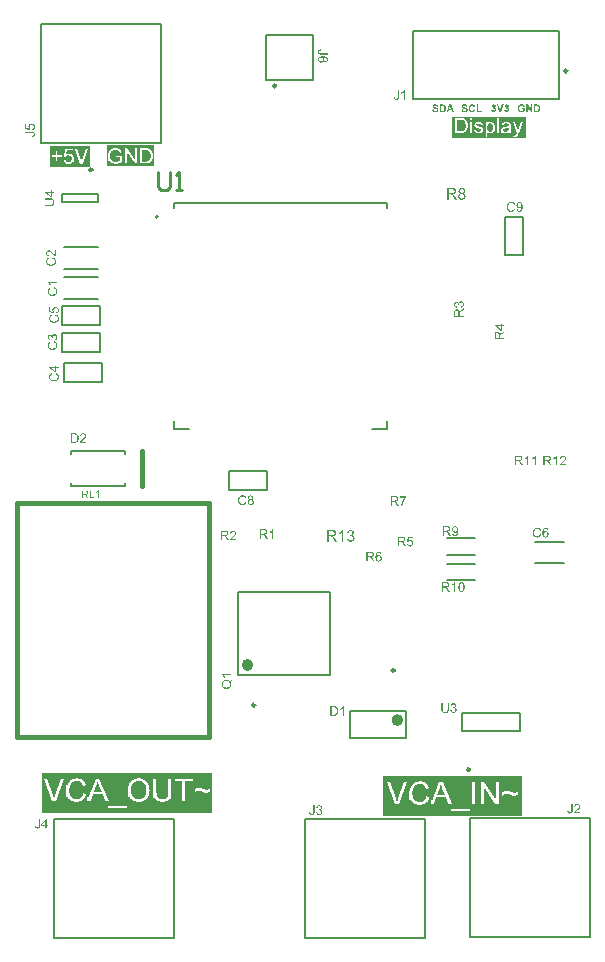
<source format=gto>
G04*
G04 #@! TF.GenerationSoftware,Altium Limited,Altium Designer,24.4.1 (13)*
G04*
G04 Layer_Color=65535*
%FSLAX44Y44*%
%MOMM*%
G71*
G04*
G04 #@! TF.SameCoordinates,F71D25A8-AE48-4460-AF49-DCF2FFE79A6F*
G04*
G04*
G04 #@! TF.FilePolarity,Positive*
G04*
G01*
G75*
%ADD10C,0.2000*%
%ADD11C,0.2500*%
%ADD12C,0.5000*%
%ADD13C,0.1524*%
%ADD14C,0.1270*%
%ADD15C,0.4000*%
%ADD16C,0.2540*%
G36*
X434340Y118110D02*
X316230D01*
Y152643D01*
X434340D01*
Y118110D01*
D02*
G37*
G36*
X437606Y692150D02*
X374650D01*
Y710173D01*
X437606D01*
Y692150D01*
D02*
G37*
G36*
X433870Y720981D02*
X433972Y720972D01*
X434092Y720963D01*
X434221Y720954D01*
X434360Y720926D01*
X434656Y720870D01*
X434961Y720778D01*
X435118Y720722D01*
X435266Y720658D01*
X435405Y720584D01*
X435534Y720491D01*
X435544Y720482D01*
X435562Y720473D01*
X435599Y720436D01*
X435645Y720399D01*
X435701Y720352D01*
X435756Y720288D01*
X435821Y720214D01*
X435895Y720131D01*
X435969Y720038D01*
X436043Y719937D01*
X436117Y719826D01*
X436182Y719696D01*
X436256Y719567D01*
X436311Y719428D01*
X436367Y719271D01*
X436404Y719114D01*
X435118Y718873D01*
Y718883D01*
X435109Y718892D01*
X435091Y718947D01*
X435054Y719030D01*
X434998Y719141D01*
X434933Y719262D01*
X434841Y719382D01*
X434730Y719502D01*
X434601Y719613D01*
X434582Y719622D01*
X434536Y719659D01*
X434453Y719705D01*
X434351Y719752D01*
X434212Y719807D01*
X434055Y719844D01*
X433879Y719881D01*
X433676Y719890D01*
X433593D01*
X433537Y719881D01*
X433463Y719872D01*
X433380Y719863D01*
X433288Y719844D01*
X433186Y719826D01*
X432973Y719761D01*
X432862Y719715D01*
X432752Y719659D01*
X432640Y719594D01*
X432530Y719530D01*
X432428Y719437D01*
X432326Y719345D01*
X432317Y719335D01*
X432308Y719317D01*
X432280Y719289D01*
X432252Y719243D01*
X432215Y719188D01*
X432169Y719123D01*
X432123Y719040D01*
X432086Y718947D01*
X432040Y718836D01*
X431993Y718716D01*
X431947Y718587D01*
X431910Y718448D01*
X431882Y718291D01*
X431855Y718115D01*
X431845Y717939D01*
X431836Y717745D01*
Y717736D01*
Y717699D01*
Y717634D01*
X431845Y717560D01*
X431855Y717459D01*
X431864Y717357D01*
X431882Y717227D01*
X431901Y717098D01*
X431956Y716821D01*
X432049Y716534D01*
X432104Y716395D01*
X432169Y716266D01*
X432252Y716136D01*
X432335Y716026D01*
X432345Y716016D01*
X432363Y715998D01*
X432391Y715970D01*
X432428Y715933D01*
X432483Y715896D01*
X432539Y715841D01*
X432613Y715795D01*
X432696Y715739D01*
X432789Y715684D01*
X432881Y715637D01*
X433112Y715545D01*
X433242Y715508D01*
X433371Y715480D01*
X433519Y715462D01*
X433667Y715452D01*
X433741D01*
X433815Y715462D01*
X433926Y715471D01*
X434046Y715489D01*
X434185Y715517D01*
X434333Y715554D01*
X434480Y715610D01*
X434490D01*
X434499Y715619D01*
X434545Y715637D01*
X434628Y715674D01*
X434721Y715721D01*
X434832Y715776D01*
X434952Y715841D01*
X435072Y715915D01*
X435183Y715998D01*
Y716821D01*
X433704D01*
Y717903D01*
X436487D01*
Y715332D01*
X436468Y715314D01*
X436441Y715295D01*
X436413Y715267D01*
X436367Y715230D01*
X436320Y715193D01*
X436191Y715101D01*
X436015Y714999D01*
X435812Y714879D01*
X435581Y714759D01*
X435303Y714648D01*
X435294D01*
X435266Y714639D01*
X435229Y714620D01*
X435174Y714602D01*
X435100Y714583D01*
X435017Y714556D01*
X434924Y714528D01*
X434823Y714500D01*
X434591Y714445D01*
X434323Y714398D01*
X434046Y714361D01*
X433750Y714352D01*
X433648D01*
X433584Y714361D01*
X433491D01*
X433389Y714371D01*
X433279Y714389D01*
X433149Y714408D01*
X432881Y714454D01*
X432585Y714528D01*
X432280Y714630D01*
X432141Y714694D01*
X431993Y714768D01*
X431984Y714777D01*
X431966Y714787D01*
X431919Y714814D01*
X431873Y714851D01*
X431808Y714888D01*
X431744Y714944D01*
X431660Y715009D01*
X431577Y715082D01*
X431392Y715249D01*
X431208Y715462D01*
X431032Y715702D01*
X430875Y715979D01*
Y715989D01*
X430856Y716016D01*
X430838Y716063D01*
X430819Y716118D01*
X430791Y716192D01*
X430754Y716275D01*
X430727Y716377D01*
X430690Y716488D01*
X430653Y716608D01*
X430625Y716747D01*
X430560Y717033D01*
X430523Y717348D01*
X430505Y717690D01*
Y717699D01*
Y717736D01*
Y717792D01*
X430514Y717856D01*
Y717949D01*
X430523Y718050D01*
X430542Y718161D01*
X430560Y718291D01*
X430606Y718559D01*
X430681Y718864D01*
X430782Y719169D01*
X430847Y719317D01*
X430921Y719465D01*
X430930Y719474D01*
X430939Y719502D01*
X430967Y719539D01*
X430995Y719594D01*
X431041Y719659D01*
X431096Y719733D01*
X431161Y719816D01*
X431226Y719909D01*
X431309Y720001D01*
X431402Y720103D01*
X431503Y720205D01*
X431614Y720306D01*
X431735Y720399D01*
X431855Y720500D01*
X432141Y720667D01*
X432150D01*
X432169Y720685D01*
X432206Y720695D01*
X432252Y720722D01*
X432317Y720741D01*
X432382Y720769D01*
X432474Y720796D01*
X432567Y720833D01*
X432668Y720861D01*
X432789Y720889D01*
X432918Y720917D01*
X433047Y720944D01*
X433343Y720981D01*
X433676Y720991D01*
X433787D01*
X433870Y720981D01*
D02*
G37*
G36*
X442774Y714472D02*
X441479D01*
X438881Y718688D01*
Y714472D01*
X437689D01*
Y720870D01*
X438937D01*
X441581Y716562D01*
Y720870D01*
X442774D01*
Y714472D01*
D02*
G37*
G36*
X446768Y720861D02*
X446944Y720852D01*
X447138Y720843D01*
X447341Y720815D01*
X447535Y720787D01*
X447711Y720741D01*
X447720D01*
X447739Y720732D01*
X447766Y720722D01*
X447803Y720713D01*
X447914Y720667D01*
X448044Y720602D01*
X448192Y720519D01*
X448358Y720417D01*
X448515Y720297D01*
X448672Y720149D01*
X448682D01*
X448691Y720131D01*
X448737Y720075D01*
X448811Y719983D01*
X448894Y719863D01*
X448996Y719715D01*
X449098Y719539D01*
X449199Y719335D01*
X449283Y719114D01*
Y719104D01*
X449292Y719086D01*
X449301Y719049D01*
X449320Y719003D01*
X449329Y718947D01*
X449347Y718873D01*
X449366Y718790D01*
X449394Y718698D01*
X449412Y718596D01*
X449431Y718476D01*
X449449Y718355D01*
X449458Y718217D01*
X449486Y717930D01*
X449495Y717607D01*
Y717597D01*
Y717570D01*
Y717533D01*
Y717477D01*
X449486Y717403D01*
Y717329D01*
X449477Y717237D01*
X449468Y717135D01*
X449449Y716922D01*
X449412Y716701D01*
X449357Y716469D01*
X449292Y716247D01*
Y716238D01*
X449283Y716220D01*
X449264Y716183D01*
X449246Y716127D01*
X449227Y716072D01*
X449190Y716007D01*
X449116Y715841D01*
X449024Y715665D01*
X448904Y715471D01*
X448765Y715286D01*
X448608Y715110D01*
X448589Y715092D01*
X448543Y715055D01*
X448469Y714999D01*
X448367Y714925D01*
X448238Y714842D01*
X448090Y714759D01*
X447905Y714676D01*
X447702Y714602D01*
X447692D01*
X447683Y714593D01*
X447655D01*
X447628Y714583D01*
X447526Y714565D01*
X447397Y714537D01*
X447239Y714509D01*
X447045Y714491D01*
X446814Y714482D01*
X446564Y714472D01*
X444142D01*
Y720870D01*
X446694D01*
X446768Y720861D01*
D02*
G37*
G36*
X416364Y714514D02*
X414968D01*
X412675Y720912D01*
X414071D01*
X415698Y716178D01*
X417261Y720912D01*
X418638D01*
X416364Y714514D01*
D02*
G37*
G36*
X421181Y720940D02*
X421264Y720930D01*
X421347Y720921D01*
X421449Y720903D01*
X421551Y720875D01*
X421782Y720810D01*
X421902Y720764D01*
X422031Y720699D01*
X422152Y720635D01*
X422263Y720561D01*
X422383Y720468D01*
X422485Y720366D01*
X422494Y720357D01*
X422503Y720348D01*
X422531Y720320D01*
X422558Y720283D01*
X422632Y720191D01*
X422716Y720061D01*
X422799Y719904D01*
X422864Y719719D01*
X422919Y719516D01*
X422928Y719414D01*
X422938Y719303D01*
Y719294D01*
Y719266D01*
X422928Y719220D01*
X422919Y719165D01*
X422910Y719090D01*
X422891Y719007D01*
X422864Y718915D01*
X422827Y718813D01*
X422771Y718711D01*
X422716Y718600D01*
X422642Y718490D01*
X422549Y718379D01*
X422438Y718268D01*
X422318Y718157D01*
X422179Y718055D01*
X422013Y717953D01*
X422022D01*
X422041Y717944D01*
X422068D01*
X422105Y717926D01*
X422207Y717898D01*
X422327Y717842D01*
X422466Y717768D01*
X422614Y717676D01*
X422762Y717556D01*
X422891Y717417D01*
X422910Y717399D01*
X422947Y717343D01*
X422993Y717260D01*
X423058Y717140D01*
X423122Y717001D01*
X423169Y716825D01*
X423206Y716640D01*
X423224Y716428D01*
Y716419D01*
Y716391D01*
Y716345D01*
X423215Y716289D01*
X423206Y716215D01*
X423187Y716132D01*
X423169Y716030D01*
X423150Y715928D01*
X423076Y715707D01*
X423021Y715586D01*
X422965Y715457D01*
X422891Y715337D01*
X422808Y715217D01*
X422716Y715096D01*
X422605Y714986D01*
X422595Y714976D01*
X422577Y714958D01*
X422540Y714930D01*
X422494Y714893D01*
X422429Y714847D01*
X422364Y714801D01*
X422272Y714745D01*
X422179Y714690D01*
X422078Y714634D01*
X421958Y714579D01*
X421828Y714532D01*
X421699Y714486D01*
X421551Y714449D01*
X421403Y714421D01*
X421236Y714403D01*
X421070Y714394D01*
X420987D01*
X420922Y714403D01*
X420848Y714412D01*
X420765Y714421D01*
X420672Y714440D01*
X420561Y714458D01*
X420340Y714514D01*
X420099Y714606D01*
X419970Y714662D01*
X419859Y714727D01*
X419739Y714810D01*
X419628Y714893D01*
X419618Y714902D01*
X419600Y714921D01*
X419572Y714949D01*
X419535Y714986D01*
X419489Y715032D01*
X419443Y715096D01*
X419387Y715161D01*
X419332Y715244D01*
X419276Y715337D01*
X419212Y715429D01*
X419110Y715651D01*
X419027Y715910D01*
X418990Y716049D01*
X418971Y716197D01*
X420155Y716345D01*
Y716335D01*
Y716326D01*
X420164Y716271D01*
X420182Y716187D01*
X420210Y716086D01*
X420256Y715975D01*
X420303Y715854D01*
X420377Y715744D01*
X420460Y715642D01*
X420469Y715633D01*
X420506Y715605D01*
X420561Y715568D01*
X420626Y715531D01*
X420719Y715485D01*
X420820Y715448D01*
X420931Y715420D01*
X421061Y715411D01*
X421079D01*
X421125Y715420D01*
X421190Y715429D01*
X421283Y715448D01*
X421384Y715485D01*
X421486Y715531D01*
X421597Y715605D01*
X421699Y715697D01*
X421708Y715707D01*
X421745Y715753D01*
X421782Y715818D01*
X421837Y715901D01*
X421884Y716012D01*
X421930Y716150D01*
X421958Y716308D01*
X421967Y716483D01*
Y716492D01*
Y716502D01*
Y716557D01*
X421958Y716640D01*
X421939Y716751D01*
X421902Y716872D01*
X421856Y716992D01*
X421791Y717112D01*
X421708Y717223D01*
X421699Y717232D01*
X421662Y717269D01*
X421606Y717315D01*
X421541Y717362D01*
X421449Y717417D01*
X421347Y717454D01*
X421236Y717491D01*
X421107Y717500D01*
X421014D01*
X420950Y717491D01*
X420867Y717482D01*
X420765Y717463D01*
X420663Y717436D01*
X420543Y717408D01*
X420672Y718397D01*
X420756D01*
X420848Y718406D01*
X420959Y718416D01*
X421079Y718443D01*
X421209Y718480D01*
X421329Y718536D01*
X421440Y718610D01*
X421449Y718619D01*
X421486Y718656D01*
X421523Y718702D01*
X421578Y718776D01*
X421625Y718859D01*
X421671Y718961D01*
X421699Y719081D01*
X421708Y719220D01*
Y719238D01*
Y719275D01*
X421699Y719331D01*
X421680Y719405D01*
X421662Y719488D01*
X421625Y719571D01*
X421578Y719664D01*
X421514Y719738D01*
X421504Y719747D01*
X421477Y719765D01*
X421440Y719802D01*
X421375Y719839D01*
X421301Y719867D01*
X421218Y719904D01*
X421107Y719923D01*
X420996Y719932D01*
X420941D01*
X420885Y719923D01*
X420811Y719904D01*
X420728Y719876D01*
X420635Y719839D01*
X420543Y719784D01*
X420460Y719710D01*
X420450Y719701D01*
X420423Y719673D01*
X420386Y719617D01*
X420340Y719544D01*
X420293Y719460D01*
X420256Y719349D01*
X420219Y719220D01*
X420192Y719072D01*
X419064Y719257D01*
Y719266D01*
X419073Y719285D01*
Y719312D01*
X419082Y719359D01*
X419110Y719460D01*
X419147Y719599D01*
X419202Y719747D01*
X419258Y719904D01*
X419332Y720052D01*
X419415Y720191D01*
X419424Y720209D01*
X419461Y720246D01*
X419517Y720311D01*
X419591Y720394D01*
X419683Y720477D01*
X419794Y720570D01*
X419933Y720662D01*
X420081Y720745D01*
X420090D01*
X420099Y720755D01*
X420155Y720773D01*
X420247Y720810D01*
X420358Y720847D01*
X420497Y720884D01*
X420663Y720921D01*
X420839Y720940D01*
X421033Y720949D01*
X421116D01*
X421181Y720940D01*
D02*
G37*
G36*
X410243D02*
X410326Y720930D01*
X410410Y720921D01*
X410511Y720903D01*
X410613Y720875D01*
X410844Y720810D01*
X410965Y720764D01*
X411094Y720699D01*
X411214Y720635D01*
X411325Y720561D01*
X411445Y720468D01*
X411547Y720366D01*
X411556Y720357D01*
X411565Y720348D01*
X411593Y720320D01*
X411621Y720283D01*
X411695Y720191D01*
X411778Y720061D01*
X411861Y719904D01*
X411926Y719719D01*
X411982Y719516D01*
X411991Y719414D01*
X412000Y719303D01*
Y719294D01*
Y719266D01*
X411991Y719220D01*
X411982Y719165D01*
X411972Y719090D01*
X411954Y719007D01*
X411926Y718915D01*
X411889Y718813D01*
X411833Y718711D01*
X411778Y718600D01*
X411704Y718490D01*
X411612Y718379D01*
X411501Y718268D01*
X411381Y718157D01*
X411242Y718055D01*
X411075Y717953D01*
X411085D01*
X411103Y717944D01*
X411131D01*
X411168Y717926D01*
X411270Y717898D01*
X411390Y717842D01*
X411528Y717768D01*
X411676Y717676D01*
X411824Y717556D01*
X411954Y717417D01*
X411972Y717399D01*
X412009Y717343D01*
X412055Y717260D01*
X412120Y717140D01*
X412185Y717001D01*
X412231Y716825D01*
X412268Y716640D01*
X412287Y716428D01*
Y716419D01*
Y716391D01*
Y716345D01*
X412277Y716289D01*
X412268Y716215D01*
X412250Y716132D01*
X412231Y716030D01*
X412213Y715928D01*
X412139Y715707D01*
X412083Y715586D01*
X412028Y715457D01*
X411954Y715337D01*
X411870Y715217D01*
X411778Y715096D01*
X411667Y714986D01*
X411658Y714976D01*
X411639Y714958D01*
X411602Y714930D01*
X411556Y714893D01*
X411492Y714847D01*
X411427Y714801D01*
X411334Y714745D01*
X411242Y714690D01*
X411140Y714634D01*
X411020Y714579D01*
X410891Y714532D01*
X410761Y714486D01*
X410613Y714449D01*
X410465Y714421D01*
X410299Y714403D01*
X410132Y714394D01*
X410049D01*
X409984Y714403D01*
X409911Y714412D01*
X409827Y714421D01*
X409735Y714440D01*
X409624Y714458D01*
X409402Y714514D01*
X409162Y714606D01*
X409032Y714662D01*
X408921Y714727D01*
X408801Y714810D01*
X408690Y714893D01*
X408681Y714902D01*
X408662Y714921D01*
X408635Y714949D01*
X408598Y714986D01*
X408551Y715032D01*
X408505Y715096D01*
X408450Y715161D01*
X408394Y715244D01*
X408339Y715337D01*
X408274Y715429D01*
X408172Y715651D01*
X408089Y715910D01*
X408052Y716049D01*
X408034Y716197D01*
X409217Y716345D01*
Y716335D01*
Y716326D01*
X409226Y716271D01*
X409245Y716187D01*
X409272Y716086D01*
X409319Y715975D01*
X409365Y715854D01*
X409439Y715744D01*
X409522Y715642D01*
X409531Y715633D01*
X409568Y715605D01*
X409624Y715568D01*
X409689Y715531D01*
X409781Y715485D01*
X409883Y715448D01*
X409994Y715420D01*
X410123Y715411D01*
X410142D01*
X410188Y715420D01*
X410252Y715429D01*
X410345Y715448D01*
X410447Y715485D01*
X410548Y715531D01*
X410659Y715605D01*
X410761Y715697D01*
X410770Y715707D01*
X410807Y715753D01*
X410844Y715818D01*
X410900Y715901D01*
X410946Y716012D01*
X410992Y716150D01*
X411020Y716308D01*
X411029Y716483D01*
Y716492D01*
Y716502D01*
Y716557D01*
X411020Y716640D01*
X411001Y716751D01*
X410965Y716872D01*
X410918Y716992D01*
X410854Y717112D01*
X410770Y717223D01*
X410761Y717232D01*
X410724Y717269D01*
X410669Y717315D01*
X410604Y717362D01*
X410511Y717417D01*
X410410Y717454D01*
X410299Y717491D01*
X410169Y717500D01*
X410077D01*
X410012Y717491D01*
X409929Y717482D01*
X409827Y717463D01*
X409725Y717436D01*
X409605Y717408D01*
X409735Y718397D01*
X409818D01*
X409911Y718406D01*
X410021Y718416D01*
X410142Y718443D01*
X410271Y718480D01*
X410391Y718536D01*
X410502Y718610D01*
X410511Y718619D01*
X410548Y718656D01*
X410585Y718702D01*
X410641Y718776D01*
X410687Y718859D01*
X410733Y718961D01*
X410761Y719081D01*
X410770Y719220D01*
Y719238D01*
Y719275D01*
X410761Y719331D01*
X410743Y719405D01*
X410724Y719488D01*
X410687Y719571D01*
X410641Y719664D01*
X410576Y719738D01*
X410567Y719747D01*
X410539Y719765D01*
X410502Y719802D01*
X410438Y719839D01*
X410364Y719867D01*
X410280Y719904D01*
X410169Y719923D01*
X410058Y719932D01*
X410003D01*
X409947Y719923D01*
X409874Y719904D01*
X409790Y719876D01*
X409698Y719839D01*
X409605Y719784D01*
X409522Y719710D01*
X409513Y719701D01*
X409485Y719673D01*
X409448Y719617D01*
X409402Y719544D01*
X409356Y719460D01*
X409319Y719349D01*
X409282Y719220D01*
X409254Y719072D01*
X408126Y719257D01*
Y719266D01*
X408135Y719285D01*
Y719312D01*
X408144Y719359D01*
X408172Y719460D01*
X408209Y719599D01*
X408265Y719747D01*
X408320Y719904D01*
X408394Y720052D01*
X408477Y720191D01*
X408487Y720209D01*
X408524Y720246D01*
X408579Y720311D01*
X408653Y720394D01*
X408745Y720477D01*
X408857Y720570D01*
X408995Y720662D01*
X409143Y720745D01*
X409152D01*
X409162Y720755D01*
X409217Y720773D01*
X409310Y720810D01*
X409420Y720847D01*
X409559Y720884D01*
X409725Y720921D01*
X409901Y720940D01*
X410095Y720949D01*
X410179D01*
X410243Y720940D01*
D02*
G37*
G36*
X171450Y120650D02*
X27940D01*
Y155183D01*
X171450D01*
Y120650D01*
D02*
G37*
G36*
X122598Y668361D02*
X82550D01*
Y686383D01*
X122598D01*
Y668361D01*
D02*
G37*
G36*
X385614Y720981D02*
X385716Y720972D01*
X385836Y720963D01*
X385956Y720944D01*
X386095Y720926D01*
X386391Y720861D01*
X386539Y720815D01*
X386687Y720769D01*
X386834Y720704D01*
X386973Y720630D01*
X387103Y720547D01*
X387223Y720454D01*
X387232Y720445D01*
X387251Y720426D01*
X387278Y720399D01*
X387315Y720362D01*
X387361Y720306D01*
X387417Y720242D01*
X387472Y720168D01*
X387537Y720084D01*
X387593Y719983D01*
X387648Y719881D01*
X387704Y719761D01*
X387750Y719631D01*
X387796Y719502D01*
X387833Y719354D01*
X387861Y719206D01*
X387870Y719040D01*
X386576Y718993D01*
Y719003D01*
Y719012D01*
X386557Y719077D01*
X386539Y719160D01*
X386502Y719262D01*
X386455Y719382D01*
X386391Y719493D01*
X386307Y719604D01*
X386215Y719696D01*
X386206Y719705D01*
X386169Y719733D01*
X386104Y719770D01*
X386012Y719807D01*
X385901Y719844D01*
X385762Y719881D01*
X385596Y719909D01*
X385401Y719918D01*
X385309D01*
X385207Y719909D01*
X385087Y719890D01*
X384948Y719863D01*
X384800Y719816D01*
X384662Y719761D01*
X384532Y719678D01*
X384523Y719668D01*
X384505Y719650D01*
X384468Y719622D01*
X384431Y719576D01*
X384394Y719520D01*
X384357Y719446D01*
X384338Y719372D01*
X384329Y719280D01*
Y719271D01*
Y719243D01*
X384338Y719197D01*
X384357Y719151D01*
X384375Y719086D01*
X384403Y719021D01*
X384449Y718956D01*
X384514Y718892D01*
X384523Y718883D01*
X384569Y718855D01*
X384597Y718836D01*
X384643Y718818D01*
X384689Y718790D01*
X384754Y718762D01*
X384828Y718735D01*
X384911Y718698D01*
X385013Y718661D01*
X385115Y718624D01*
X385244Y718587D01*
X385383Y718550D01*
X385531Y718513D01*
X385697Y718466D01*
X385706D01*
X385743Y718457D01*
X385790Y718448D01*
X385854Y718429D01*
X385928Y718411D01*
X386021Y718383D01*
X386123Y718355D01*
X386224Y718328D01*
X386446Y718254D01*
X386677Y718180D01*
X386899Y718097D01*
X386992Y718050D01*
X387084Y718004D01*
X387093D01*
X387103Y717995D01*
X387158Y717958D01*
X387241Y717903D01*
X387343Y717829D01*
X387454Y717736D01*
X387574Y717625D01*
X387694Y717496D01*
X387796Y717348D01*
X387805Y717329D01*
X387833Y717274D01*
X387879Y717190D01*
X387925Y717070D01*
X387972Y716922D01*
X388018Y716747D01*
X388046Y716553D01*
X388055Y716331D01*
Y716321D01*
Y716303D01*
Y716275D01*
Y716238D01*
X388046Y716192D01*
X388036Y716127D01*
X388018Y715998D01*
X387981Y715831D01*
X387925Y715656D01*
X387842Y715480D01*
X387741Y715295D01*
Y715286D01*
X387722Y715277D01*
X387685Y715221D01*
X387611Y715129D01*
X387519Y715027D01*
X387398Y714907D01*
X387241Y714796D01*
X387075Y714685D01*
X386871Y714583D01*
X386862D01*
X386844Y714574D01*
X386816Y714565D01*
X386770Y714546D01*
X386714Y714528D01*
X386650Y714509D01*
X386576Y714491D01*
X386492Y714472D01*
X386391Y714445D01*
X386289Y714426D01*
X386049Y714389D01*
X385780Y714361D01*
X385485Y714352D01*
X385364D01*
X385281Y714361D01*
X385179Y714371D01*
X385069Y714380D01*
X384939Y714398D01*
X384800Y714426D01*
X384495Y714491D01*
X384338Y714537D01*
X384190Y714583D01*
X384033Y714648D01*
X383885Y714722D01*
X383746Y714805D01*
X383617Y714907D01*
X383608Y714916D01*
X383589Y714935D01*
X383552Y714962D01*
X383515Y715009D01*
X383460Y715073D01*
X383404Y715147D01*
X383340Y715230D01*
X383275Y715323D01*
X383210Y715434D01*
X383145Y715554D01*
X383081Y715693D01*
X383016Y715841D01*
X382970Y715998D01*
X382914Y716173D01*
X382877Y716358D01*
X382850Y716553D01*
X384107Y716673D01*
Y716664D01*
X384116Y716645D01*
Y716608D01*
X384126Y716571D01*
X384162Y716460D01*
X384209Y716321D01*
X384264Y716164D01*
X384347Y716007D01*
X384440Y715868D01*
X384560Y715739D01*
X384579Y715730D01*
X384625Y715693D01*
X384699Y715647D01*
X384810Y715591D01*
X384948Y715536D01*
X385106Y715489D01*
X385290Y715452D01*
X385503Y715443D01*
X385605D01*
X385716Y715462D01*
X385854Y715480D01*
X386002Y715508D01*
X386160Y715554D01*
X386307Y715619D01*
X386437Y715702D01*
X386455Y715711D01*
X386492Y715748D01*
X386539Y715804D01*
X386603Y715878D01*
X386659Y715970D01*
X386714Y716081D01*
X386751Y716192D01*
X386760Y716321D01*
Y716331D01*
Y716358D01*
X386751Y716405D01*
X386742Y716460D01*
X386724Y716516D01*
X386705Y716580D01*
X386668Y716645D01*
X386622Y716710D01*
X386613Y716719D01*
X386594Y716738D01*
X386566Y716765D01*
X386520Y716802D01*
X386455Y716849D01*
X386372Y716895D01*
X386280Y716941D01*
X386160Y716987D01*
X386150D01*
X386113Y717006D01*
X386049Y717024D01*
X386002Y717043D01*
X385947Y717052D01*
X385882Y717070D01*
X385808Y717098D01*
X385725Y717117D01*
X385633Y717144D01*
X385522Y717172D01*
X385401Y717200D01*
X385272Y717237D01*
X385124Y717274D01*
X385115D01*
X385078Y717283D01*
X385022Y717301D01*
X384958Y717320D01*
X384874Y717348D01*
X384773Y717375D01*
X384671Y717412D01*
X384551Y717449D01*
X384310Y717542D01*
X384079Y717653D01*
X383959Y717708D01*
X383857Y717773D01*
X383756Y717838D01*
X383672Y717903D01*
X383663Y717912D01*
X383645Y717930D01*
X383617Y717958D01*
X383580Y717995D01*
X383534Y718050D01*
X383488Y718115D01*
X383432Y718180D01*
X383386Y718263D01*
X383275Y718457D01*
X383182Y718679D01*
X383145Y718799D01*
X383118Y718920D01*
X383099Y719058D01*
X383090Y719197D01*
Y719206D01*
Y719215D01*
Y719243D01*
Y719280D01*
X383108Y719372D01*
X383127Y719493D01*
X383155Y719631D01*
X383201Y719789D01*
X383266Y719955D01*
X383358Y720112D01*
Y720121D01*
X383367Y720131D01*
X383414Y720186D01*
X383469Y720260D01*
X383562Y720352D01*
X383672Y720454D01*
X383811Y720565D01*
X383968Y720667D01*
X384153Y720759D01*
X384162D01*
X384181Y720769D01*
X384209Y720778D01*
X384246Y720796D01*
X384301Y720815D01*
X384357Y720833D01*
X384431Y720852D01*
X384514Y720880D01*
X384699Y720917D01*
X384911Y720954D01*
X385152Y720981D01*
X385420Y720991D01*
X385531D01*
X385614Y720981D01*
D02*
G37*
G36*
X392104D02*
X392206Y720972D01*
X392317Y720954D01*
X392447Y720935D01*
X392585Y720907D01*
X392733Y720870D01*
X392890Y720824D01*
X393047Y720769D01*
X393214Y720695D01*
X393371Y720621D01*
X393519Y720528D01*
X393676Y720417D01*
X393815Y720297D01*
X393824D01*
X393833Y720279D01*
X393861Y720251D01*
X393889Y720223D01*
X393926Y720177D01*
X393963Y720121D01*
X394064Y719992D01*
X394166Y719826D01*
X394277Y719622D01*
X394379Y719391D01*
X394471Y719123D01*
X393195Y718818D01*
Y718827D01*
X393186Y718836D01*
Y718864D01*
X393168Y718901D01*
X393140Y718984D01*
X393094Y719095D01*
X393029Y719225D01*
X392946Y719354D01*
X392835Y719483D01*
X392715Y719594D01*
X392696Y719604D01*
X392650Y719641D01*
X392576Y719687D01*
X392474Y719742D01*
X392345Y719798D01*
X392197Y719844D01*
X392030Y719881D01*
X391846Y719890D01*
X391781D01*
X391725Y719881D01*
X391670Y719872D01*
X391596Y719863D01*
X391439Y719826D01*
X391254Y719761D01*
X391060Y719668D01*
X390958Y719613D01*
X390866Y719548D01*
X390773Y719465D01*
X390690Y719372D01*
Y719363D01*
X390671Y719345D01*
X390653Y719317D01*
X390625Y719271D01*
X390588Y719215D01*
X390551Y719151D01*
X390514Y719067D01*
X390477Y718975D01*
X390431Y718864D01*
X390394Y718744D01*
X390357Y718605D01*
X390320Y718457D01*
X390292Y718291D01*
X390274Y718115D01*
X390265Y717921D01*
X390255Y717708D01*
Y717699D01*
Y717653D01*
Y717588D01*
X390265Y717514D01*
Y717412D01*
X390283Y717292D01*
X390292Y717172D01*
X390311Y717033D01*
X390366Y716747D01*
X390440Y716460D01*
X390486Y716321D01*
X390551Y716192D01*
X390616Y716072D01*
X390690Y715970D01*
X390699Y715961D01*
X390708Y715952D01*
X390736Y715924D01*
X390773Y715887D01*
X390866Y715813D01*
X390995Y715721D01*
X391152Y715619D01*
X391346Y715545D01*
X391568Y715480D01*
X391688Y715471D01*
X391818Y715462D01*
X391864D01*
X391901Y715471D01*
X392003Y715480D01*
X392123Y715499D01*
X392252Y715545D01*
X392400Y715600D01*
X392548Y715674D01*
X392696Y715785D01*
X392715Y715804D01*
X392761Y715850D01*
X392826Y715924D01*
X392900Y716035D01*
X392992Y716183D01*
X393075Y716358D01*
X393158Y716571D01*
X393232Y716821D01*
X394490Y716432D01*
Y716423D01*
X394481Y716386D01*
X394462Y716331D01*
X394434Y716257D01*
X394397Y716173D01*
X394360Y716072D01*
X394314Y715961D01*
X394259Y715841D01*
X394129Y715591D01*
X393963Y715332D01*
X393759Y715082D01*
X393648Y714972D01*
X393528Y714870D01*
X393519Y714861D01*
X393501Y714851D01*
X393464Y714824D01*
X393408Y714787D01*
X393343Y714750D01*
X393260Y714713D01*
X393168Y714667D01*
X393066Y714620D01*
X392946Y714565D01*
X392816Y714519D01*
X392678Y714482D01*
X392530Y714445D01*
X392373Y714408D01*
X392197Y714380D01*
X392021Y714371D01*
X391827Y714361D01*
X391772D01*
X391707Y714371D01*
X391614Y714380D01*
X391513Y714389D01*
X391383Y714408D01*
X391245Y714435D01*
X391087Y714472D01*
X390930Y714519D01*
X390764Y714574D01*
X390588Y714648D01*
X390412Y714731D01*
X390237Y714824D01*
X390061Y714944D01*
X389895Y715073D01*
X389738Y715230D01*
X389728Y715240D01*
X389701Y715267D01*
X389664Y715323D01*
X389608Y715388D01*
X389553Y715480D01*
X389479Y715582D01*
X389405Y715711D01*
X389331Y715859D01*
X389257Y716016D01*
X389183Y716192D01*
X389109Y716395D01*
X389053Y716608D01*
X388998Y716830D01*
X388961Y717080D01*
X388933Y717338D01*
X388924Y717616D01*
Y717625D01*
Y717634D01*
Y717690D01*
X388933Y717773D01*
Y717884D01*
X388952Y718013D01*
X388970Y718171D01*
X388989Y718337D01*
X389026Y718531D01*
X389072Y718725D01*
X389127Y718929D01*
X389192Y719132D01*
X389275Y719345D01*
X389368Y719548D01*
X389479Y719742D01*
X389599Y719927D01*
X389747Y720103D01*
X389756Y720112D01*
X389784Y720140D01*
X389830Y720186D01*
X389895Y720242D01*
X389978Y720306D01*
X390080Y720380D01*
X390191Y720463D01*
X390329Y720547D01*
X390477Y720630D01*
X390634Y720713D01*
X390819Y720787D01*
X391004Y720852D01*
X391217Y720907D01*
X391429Y720954D01*
X391670Y720981D01*
X391910Y720991D01*
X392021D01*
X392104Y720981D01*
D02*
G37*
G36*
X396931Y715554D02*
X400148D01*
Y714472D01*
X395636D01*
Y720824D01*
X396931D01*
Y715554D01*
D02*
G37*
G36*
X360874Y720981D02*
X360975Y720972D01*
X361096Y720963D01*
X361216Y720944D01*
X361355Y720926D01*
X361651Y720861D01*
X361798Y720815D01*
X361946Y720769D01*
X362094Y720704D01*
X362233Y720630D01*
X362362Y720547D01*
X362483Y720454D01*
X362492Y720445D01*
X362510Y720426D01*
X362538Y720399D01*
X362575Y720362D01*
X362621Y720306D01*
X362677Y720242D01*
X362732Y720168D01*
X362797Y720084D01*
X362852Y719983D01*
X362908Y719881D01*
X362963Y719761D01*
X363010Y719631D01*
X363056Y719502D01*
X363093Y719354D01*
X363120Y719206D01*
X363130Y719040D01*
X361835Y718993D01*
Y719003D01*
Y719012D01*
X361817Y719077D01*
X361798Y719160D01*
X361761Y719262D01*
X361715Y719382D01*
X361651Y719493D01*
X361567Y719604D01*
X361475Y719696D01*
X361465Y719705D01*
X361429Y719733D01*
X361364Y719770D01*
X361271Y719807D01*
X361160Y719844D01*
X361022Y719881D01*
X360855Y719909D01*
X360661Y719918D01*
X360569D01*
X360467Y719909D01*
X360347Y719890D01*
X360208Y719863D01*
X360060Y719816D01*
X359921Y719761D01*
X359792Y719678D01*
X359783Y719668D01*
X359764Y719650D01*
X359727Y719622D01*
X359690Y719576D01*
X359653Y719520D01*
X359616Y719446D01*
X359598Y719372D01*
X359589Y719280D01*
Y719271D01*
Y719243D01*
X359598Y719197D01*
X359616Y719151D01*
X359635Y719086D01*
X359663Y719021D01*
X359709Y718956D01*
X359774Y718892D01*
X359783Y718883D01*
X359829Y718855D01*
X359857Y718836D01*
X359903Y718818D01*
X359949Y718790D01*
X360014Y718762D01*
X360088Y718735D01*
X360171Y718698D01*
X360273Y718661D01*
X360375Y718624D01*
X360504Y718587D01*
X360643Y718550D01*
X360791Y718513D01*
X360957Y718466D01*
X360966D01*
X361003Y718457D01*
X361049Y718448D01*
X361114Y718429D01*
X361188Y718411D01*
X361281Y718383D01*
X361382Y718355D01*
X361484Y718328D01*
X361706Y718254D01*
X361937Y718180D01*
X362159Y718097D01*
X362251Y718050D01*
X362344Y718004D01*
X362353D01*
X362362Y717995D01*
X362418Y717958D01*
X362501Y717903D01*
X362603Y717829D01*
X362714Y717736D01*
X362834Y717625D01*
X362954Y717496D01*
X363056Y717348D01*
X363065Y717329D01*
X363093Y717274D01*
X363139Y717190D01*
X363185Y717070D01*
X363232Y716922D01*
X363278Y716747D01*
X363305Y716553D01*
X363315Y716331D01*
Y716321D01*
Y716303D01*
Y716275D01*
Y716238D01*
X363305Y716192D01*
X363296Y716127D01*
X363278Y715998D01*
X363241Y715831D01*
X363185Y715656D01*
X363102Y715480D01*
X363000Y715295D01*
Y715286D01*
X362982Y715277D01*
X362945Y715221D01*
X362871Y715129D01*
X362778Y715027D01*
X362658Y714907D01*
X362501Y714796D01*
X362335Y714685D01*
X362131Y714583D01*
X362122D01*
X362104Y714574D01*
X362076Y714565D01*
X362029Y714546D01*
X361974Y714528D01*
X361909Y714509D01*
X361835Y714491D01*
X361752Y714472D01*
X361651Y714445D01*
X361549Y714426D01*
X361308Y714389D01*
X361040Y714361D01*
X360744Y714352D01*
X360624D01*
X360541Y714361D01*
X360439Y714371D01*
X360328Y714380D01*
X360199Y714398D01*
X360060Y714426D01*
X359755Y714491D01*
X359598Y714537D01*
X359450Y714583D01*
X359293Y714648D01*
X359145Y714722D01*
X359006Y714805D01*
X358877Y714907D01*
X358867Y714916D01*
X358849Y714935D01*
X358812Y714962D01*
X358775Y715009D01*
X358720Y715073D01*
X358664Y715147D01*
X358599Y715230D01*
X358535Y715323D01*
X358470Y715434D01*
X358405Y715554D01*
X358340Y715693D01*
X358276Y715841D01*
X358230Y715998D01*
X358174Y716173D01*
X358137Y716358D01*
X358109Y716553D01*
X359367Y716673D01*
Y716664D01*
X359376Y716645D01*
Y716608D01*
X359385Y716571D01*
X359422Y716460D01*
X359468Y716321D01*
X359524Y716164D01*
X359607Y716007D01*
X359700Y715868D01*
X359820Y715739D01*
X359838Y715730D01*
X359884Y715693D01*
X359958Y715647D01*
X360070Y715591D01*
X360208Y715536D01*
X360365Y715489D01*
X360550Y715452D01*
X360763Y715443D01*
X360865D01*
X360975Y715462D01*
X361114Y715480D01*
X361262Y715508D01*
X361419Y715554D01*
X361567Y715619D01*
X361697Y715702D01*
X361715Y715711D01*
X361752Y715748D01*
X361798Y715804D01*
X361863Y715878D01*
X361919Y715970D01*
X361974Y716081D01*
X362011Y716192D01*
X362020Y716321D01*
Y716331D01*
Y716358D01*
X362011Y716405D01*
X362002Y716460D01*
X361983Y716516D01*
X361965Y716580D01*
X361928Y716645D01*
X361882Y716710D01*
X361872Y716719D01*
X361854Y716738D01*
X361826Y716765D01*
X361780Y716802D01*
X361715Y716849D01*
X361632Y716895D01*
X361539Y716941D01*
X361419Y716987D01*
X361410D01*
X361373Y717006D01*
X361308Y717024D01*
X361262Y717043D01*
X361207Y717052D01*
X361142Y717070D01*
X361068Y717098D01*
X360985Y717117D01*
X360892Y717144D01*
X360781Y717172D01*
X360661Y717200D01*
X360532Y717237D01*
X360384Y717274D01*
X360375D01*
X360338Y717283D01*
X360282Y717301D01*
X360217Y717320D01*
X360134Y717348D01*
X360033Y717375D01*
X359931Y717412D01*
X359811Y717449D01*
X359570Y717542D01*
X359339Y717653D01*
X359219Y717708D01*
X359117Y717773D01*
X359016Y717838D01*
X358932Y717903D01*
X358923Y717912D01*
X358904Y717930D01*
X358877Y717958D01*
X358840Y717995D01*
X358794Y718050D01*
X358747Y718115D01*
X358692Y718180D01*
X358646Y718263D01*
X358535Y718457D01*
X358442Y718679D01*
X358405Y718799D01*
X358377Y718920D01*
X358359Y719058D01*
X358350Y719197D01*
Y719206D01*
Y719215D01*
Y719243D01*
Y719280D01*
X358368Y719372D01*
X358387Y719493D01*
X358414Y719631D01*
X358461Y719789D01*
X358525Y719955D01*
X358618Y720112D01*
Y720121D01*
X358627Y720131D01*
X358673Y720186D01*
X358729Y720260D01*
X358821Y720352D01*
X358932Y720454D01*
X359071Y720565D01*
X359228Y720667D01*
X359413Y720759D01*
X359422D01*
X359441Y720769D01*
X359468Y720778D01*
X359506Y720796D01*
X359561Y720815D01*
X359616Y720833D01*
X359690Y720852D01*
X359774Y720880D01*
X359958Y720917D01*
X360171Y720954D01*
X360411Y720981D01*
X360680Y720991D01*
X360791D01*
X360874Y720981D01*
D02*
G37*
G36*
X376628Y714472D02*
X375232D01*
X374678Y715924D01*
X372107D01*
X371580Y714472D01*
X370212D01*
X372690Y720870D01*
X374058D01*
X376628Y714472D01*
D02*
G37*
G36*
X367041Y720861D02*
X367216Y720852D01*
X367411Y720843D01*
X367614Y720815D01*
X367808Y720787D01*
X367984Y720741D01*
X367993D01*
X368011Y720732D01*
X368039Y720722D01*
X368076Y720713D01*
X368187Y720667D01*
X368316Y720602D01*
X368465Y720519D01*
X368631Y720417D01*
X368788Y720297D01*
X368945Y720149D01*
X368955D01*
X368964Y720131D01*
X369010Y720075D01*
X369084Y719983D01*
X369167Y719863D01*
X369269Y719715D01*
X369370Y719539D01*
X369472Y719335D01*
X369555Y719114D01*
Y719104D01*
X369565Y719086D01*
X369574Y719049D01*
X369592Y719003D01*
X369602Y718947D01*
X369620Y718873D01*
X369639Y718790D01*
X369666Y718698D01*
X369685Y718596D01*
X369703Y718476D01*
X369722Y718355D01*
X369731Y718217D01*
X369759Y717930D01*
X369768Y717607D01*
Y717597D01*
Y717570D01*
Y717533D01*
Y717477D01*
X369759Y717403D01*
Y717329D01*
X369750Y717237D01*
X369740Y717135D01*
X369722Y716922D01*
X369685Y716701D01*
X369629Y716469D01*
X369565Y716247D01*
Y716238D01*
X369555Y716220D01*
X369537Y716183D01*
X369519Y716127D01*
X369500Y716072D01*
X369463Y716007D01*
X369389Y715841D01*
X369297Y715665D01*
X369176Y715471D01*
X369038Y715286D01*
X368881Y715110D01*
X368862Y715092D01*
X368816Y715055D01*
X368742Y714999D01*
X368640Y714925D01*
X368511Y714842D01*
X368363Y714759D01*
X368178Y714676D01*
X367974Y714602D01*
X367965D01*
X367956Y714593D01*
X367928D01*
X367901Y714583D01*
X367799Y714565D01*
X367669Y714537D01*
X367512Y714509D01*
X367318Y714491D01*
X367087Y714482D01*
X366837Y714472D01*
X364415D01*
Y720870D01*
X366967D01*
X367041Y720861D01*
D02*
G37*
G36*
X68580Y686043D02*
Y668020D01*
X34290D01*
Y686043D01*
X68580D01*
D02*
G37*
G36*
X289283Y360569D02*
X289466Y360541D01*
X289692Y360499D01*
X289946Y360428D01*
X290200Y360344D01*
X290453Y360231D01*
X290467D01*
X290481Y360217D01*
X290566Y360174D01*
X290693Y360090D01*
X290834Y359991D01*
X291003Y359850D01*
X291172Y359695D01*
X291341Y359512D01*
X291482Y359300D01*
X291497Y359272D01*
X291539Y359202D01*
X291595Y359075D01*
X291666Y358920D01*
X291736Y358737D01*
X291793Y358525D01*
X291835Y358285D01*
X291849Y358046D01*
Y358018D01*
Y357933D01*
X291835Y357820D01*
X291807Y357665D01*
X291764Y357482D01*
X291694Y357285D01*
X291609Y357087D01*
X291497Y356890D01*
X291482Y356862D01*
X291440Y356805D01*
X291355Y356707D01*
X291243Y356594D01*
X291102Y356467D01*
X290933Y356326D01*
X290735Y356199D01*
X290496Y356072D01*
X290510D01*
X290538Y356058D01*
X290580Y356044D01*
X290637Y356030D01*
X290792Y355974D01*
X290989Y355889D01*
X291215Y355776D01*
X291440Y355635D01*
X291652Y355452D01*
X291849Y355241D01*
X291863Y355212D01*
X291919Y355128D01*
X292004Y354987D01*
X292089Y354804D01*
X292173Y354578D01*
X292258Y354310D01*
X292314Y354000D01*
X292328Y353662D01*
Y353648D01*
Y353605D01*
Y353535D01*
X292314Y353450D01*
X292300Y353337D01*
X292272Y353211D01*
X292244Y353070D01*
X292215Y352915D01*
X292103Y352576D01*
X292018Y352393D01*
X291933Y352224D01*
X291821Y352040D01*
X291694Y351857D01*
X291553Y351674D01*
X291384Y351505D01*
X291370Y351491D01*
X291341Y351463D01*
X291285Y351420D01*
X291215Y351364D01*
X291130Y351293D01*
X291017Y351223D01*
X290890Y351138D01*
X290735Y351068D01*
X290580Y350983D01*
X290397Y350899D01*
X290214Y350828D01*
X290002Y350758D01*
X289777Y350701D01*
X289537Y350659D01*
X289297Y350631D01*
X289030Y350617D01*
X288903D01*
X288818Y350631D01*
X288705Y350645D01*
X288578Y350659D01*
X288437Y350687D01*
X288282Y350715D01*
X287944Y350800D01*
X287592Y350941D01*
X287408Y351026D01*
X287239Y351124D01*
X287070Y351251D01*
X286901Y351378D01*
X286887Y351392D01*
X286859Y351420D01*
X286816Y351463D01*
X286774Y351519D01*
X286703Y351589D01*
X286633Y351688D01*
X286548Y351787D01*
X286464Y351914D01*
X286379Y352055D01*
X286295Y352196D01*
X286140Y352534D01*
X286013Y352929D01*
X285970Y353140D01*
X285942Y353366D01*
X287141Y353521D01*
Y353507D01*
X287155Y353478D01*
X287169Y353422D01*
X287183Y353352D01*
X287197Y353267D01*
X287225Y353168D01*
X287296Y352957D01*
X287394Y352703D01*
X287521Y352463D01*
X287662Y352238D01*
X287831Y352040D01*
X287859Y352026D01*
X287916Y351970D01*
X288029Y351900D01*
X288170Y351829D01*
X288339Y351744D01*
X288550Y351674D01*
X288790Y351618D01*
X289044Y351604D01*
X289128D01*
X289185Y351618D01*
X289340Y351632D01*
X289537Y351674D01*
X289763Y351744D01*
X290002Y351843D01*
X290242Y351984D01*
X290467Y352182D01*
X290496Y352210D01*
X290566Y352294D01*
X290651Y352421D01*
X290763Y352590D01*
X290876Y352802D01*
X290961Y353041D01*
X291031Y353323D01*
X291059Y353633D01*
Y353648D01*
Y353676D01*
Y353718D01*
X291045Y353774D01*
X291031Y353929D01*
X290989Y354113D01*
X290933Y354338D01*
X290834Y354564D01*
X290693Y354789D01*
X290510Y355001D01*
X290481Y355029D01*
X290411Y355085D01*
X290298Y355170D01*
X290143Y355269D01*
X289946Y355367D01*
X289706Y355452D01*
X289438Y355508D01*
X289142Y355537D01*
X289015D01*
X288917Y355522D01*
X288790Y355508D01*
X288649Y355480D01*
X288480Y355452D01*
X288297Y355410D01*
X288437Y356467D01*
X288508D01*
X288564Y356453D01*
X288748D01*
X288903Y356481D01*
X289086Y356509D01*
X289297Y356552D01*
X289537Y356622D01*
X289763Y356721D01*
X290002Y356848D01*
X290016D01*
X290030Y356862D01*
X290101Y356918D01*
X290200Y357017D01*
X290312Y357144D01*
X290425Y357327D01*
X290524Y357538D01*
X290594Y357778D01*
X290623Y357919D01*
Y358074D01*
Y358088D01*
Y358102D01*
Y358187D01*
X290594Y358300D01*
X290566Y358455D01*
X290510Y358624D01*
X290439Y358807D01*
X290326Y358990D01*
X290171Y359160D01*
X290157Y359174D01*
X290087Y359230D01*
X289988Y359300D01*
X289861Y359385D01*
X289692Y359455D01*
X289495Y359526D01*
X289269Y359582D01*
X289015Y359596D01*
X288903D01*
X288776Y359568D01*
X288607Y359540D01*
X288423Y359484D01*
X288240Y359413D01*
X288043Y359300D01*
X287859Y359160D01*
X287845Y359145D01*
X287789Y359075D01*
X287704Y358976D01*
X287606Y358835D01*
X287507Y358652D01*
X287408Y358427D01*
X287324Y358159D01*
X287267Y357849D01*
X286069Y358060D01*
Y358074D01*
X286083Y358116D01*
X286097Y358173D01*
X286111Y358257D01*
X286140Y358356D01*
X286182Y358469D01*
X286266Y358737D01*
X286408Y359047D01*
X286577Y359357D01*
X286788Y359653D01*
X287056Y359921D01*
X287070Y359935D01*
X287098Y359949D01*
X287141Y359977D01*
X287197Y360019D01*
X287267Y360076D01*
X287366Y360132D01*
X287465Y360189D01*
X287592Y360259D01*
X287874Y360372D01*
X288198Y360485D01*
X288578Y360555D01*
X288776Y360583D01*
X289128D01*
X289283Y360569D01*
D02*
G37*
G36*
X282855Y350786D02*
X281657D01*
Y358412D01*
X281643Y358398D01*
X281572Y358342D01*
X281488Y358257D01*
X281347Y358159D01*
X281192Y358032D01*
X280994Y357891D01*
X280769Y357736D01*
X280515Y357581D01*
X280501D01*
X280487Y357566D01*
X280402Y357510D01*
X280261Y357440D01*
X280092Y357355D01*
X279895Y357256D01*
X279683Y357158D01*
X279472Y357059D01*
X279260Y356974D01*
Y358130D01*
X279274D01*
X279303Y358159D01*
X279359Y358173D01*
X279429Y358215D01*
X279514Y358257D01*
X279613Y358314D01*
X279852Y358455D01*
X280134Y358610D01*
X280416Y358807D01*
X280712Y359033D01*
X281008Y359272D01*
X281022Y359286D01*
X281036Y359300D01*
X281079Y359343D01*
X281135Y359385D01*
X281262Y359526D01*
X281431Y359695D01*
X281600Y359893D01*
X281784Y360118D01*
X281939Y360344D01*
X282080Y360583D01*
X282855D01*
Y350786D01*
D02*
G37*
G36*
X273650Y360527D02*
X273777D01*
X274073Y360513D01*
X274383Y360471D01*
X274721Y360428D01*
X275031Y360358D01*
X275186Y360316D01*
X275313Y360273D01*
X275327D01*
X275341Y360259D01*
X275426Y360217D01*
X275553Y360160D01*
X275708Y360062D01*
X275877Y359935D01*
X276060Y359766D01*
X276229Y359568D01*
X276399Y359343D01*
Y359329D01*
X276413Y359315D01*
X276469Y359230D01*
X276525Y359089D01*
X276610Y358906D01*
X276681Y358694D01*
X276751Y358441D01*
X276793Y358173D01*
X276807Y357877D01*
Y357863D01*
Y357834D01*
Y357778D01*
X276793Y357707D01*
Y357609D01*
X276779Y357510D01*
X276723Y357271D01*
X276638Y356989D01*
X276525Y356693D01*
X276356Y356396D01*
X276243Y356255D01*
X276131Y356115D01*
X276117Y356101D01*
X276103Y356086D01*
X276060Y356044D01*
X276004Y356002D01*
X275933Y355945D01*
X275849Y355889D01*
X275736Y355818D01*
X275623Y355734D01*
X275482Y355663D01*
X275327Y355593D01*
X275158Y355508D01*
X274975Y355438D01*
X274763Y355382D01*
X274552Y355311D01*
X274312Y355269D01*
X274058Y355226D01*
X274087Y355212D01*
X274143Y355184D01*
X274228Y355128D01*
X274340Y355071D01*
X274594Y354916D01*
X274721Y354818D01*
X274834Y354733D01*
X274862Y354705D01*
X274932Y354634D01*
X275045Y354522D01*
X275186Y354381D01*
X275341Y354183D01*
X275525Y353972D01*
X275708Y353718D01*
X275905Y353436D01*
X277583Y350786D01*
X275976D01*
X274693Y352816D01*
Y352830D01*
X274665Y352858D01*
X274636Y352900D01*
X274594Y352957D01*
X274496Y353112D01*
X274369Y353309D01*
X274214Y353521D01*
X274058Y353746D01*
X273903Y353958D01*
X273762Y354155D01*
X273748Y354169D01*
X273706Y354226D01*
X273636Y354310D01*
X273537Y354409D01*
X273326Y354620D01*
X273213Y354719D01*
X273100Y354804D01*
X273086Y354818D01*
X273058Y354832D01*
X273001Y354860D01*
X272917Y354902D01*
X272832Y354944D01*
X272733Y354987D01*
X272508Y355057D01*
X272494D01*
X272465Y355071D01*
X272409D01*
X272339Y355085D01*
X272240Y355100D01*
X272127D01*
X271972Y355114D01*
X270309D01*
Y350786D01*
X269012D01*
Y360541D01*
X273537D01*
X273650Y360527D01*
D02*
G37*
G36*
X62737Y442484D02*
X62831Y442472D01*
X62948Y442461D01*
X63077Y442437D01*
X63206Y442413D01*
X63511Y442331D01*
X63816Y442214D01*
X63969Y442144D01*
X64122Y442062D01*
X64262Y441956D01*
X64391Y441838D01*
X64403Y441827D01*
X64427Y441815D01*
X64450Y441768D01*
X64497Y441721D01*
X64556Y441662D01*
X64615Y441580D01*
X64673Y441498D01*
X64744Y441393D01*
X64861Y441170D01*
X64978Y440888D01*
X65025Y440747D01*
X65049Y440583D01*
X65072Y440419D01*
X65084Y440243D01*
Y440219D01*
Y440160D01*
X65072Y440067D01*
X65060Y439938D01*
X65037Y439797D01*
X64990Y439632D01*
X64943Y439456D01*
X64873Y439280D01*
X64861Y439257D01*
X64837Y439198D01*
X64791Y439104D01*
X64720Y438975D01*
X64626Y438834D01*
X64509Y438658D01*
X64368Y438482D01*
X64204Y438283D01*
X64180Y438259D01*
X64122Y438189D01*
X64063Y438130D01*
X64004Y438072D01*
X63934Y438001D01*
X63840Y437907D01*
X63746Y437813D01*
X63629Y437708D01*
X63511Y437590D01*
X63371Y437462D01*
X63218Y437332D01*
X63054Y437180D01*
X62866Y437027D01*
X62678Y436863D01*
X62667Y436851D01*
X62643Y436828D01*
X62596Y436793D01*
X62537Y436746D01*
X62467Y436675D01*
X62385Y436605D01*
X62197Y436452D01*
X61998Y436276D01*
X61810Y436100D01*
X61646Y435948D01*
X61575Y435889D01*
X61516Y435830D01*
X61505Y435819D01*
X61470Y435783D01*
X61423Y435736D01*
X61364Y435666D01*
X61305Y435584D01*
X61235Y435502D01*
X61094Y435302D01*
X65096D01*
Y434340D01*
X59709D01*
Y434352D01*
Y434399D01*
Y434469D01*
X59721Y434563D01*
X59733Y434669D01*
X59756Y434786D01*
X59780Y434903D01*
X59827Y435032D01*
Y435044D01*
X59838Y435056D01*
X59862Y435126D01*
X59909Y435232D01*
X59979Y435373D01*
X60073Y435537D01*
X60191Y435725D01*
X60320Y435913D01*
X60484Y436112D01*
Y436124D01*
X60507Y436135D01*
X60566Y436206D01*
X60672Y436311D01*
X60824Y436464D01*
X61000Y436640D01*
X61223Y436851D01*
X61493Y437086D01*
X61786Y437332D01*
X61798Y437344D01*
X61845Y437379D01*
X61915Y437438D01*
X61998Y437508D01*
X62103Y437602D01*
X62232Y437708D01*
X62361Y437825D01*
X62514Y437954D01*
X62807Y438236D01*
X63101Y438518D01*
X63242Y438658D01*
X63371Y438799D01*
X63488Y438928D01*
X63582Y439057D01*
Y439069D01*
X63605Y439081D01*
X63629Y439116D01*
X63652Y439163D01*
X63734Y439292D01*
X63828Y439445D01*
X63910Y439632D01*
X63993Y439832D01*
X64040Y440055D01*
X64063Y440266D01*
Y440278D01*
Y440289D01*
X64051Y440360D01*
X64040Y440477D01*
X64004Y440606D01*
X63957Y440771D01*
X63875Y440935D01*
X63770Y441099D01*
X63629Y441264D01*
X63605Y441287D01*
X63547Y441334D01*
X63464Y441393D01*
X63335Y441475D01*
X63171Y441545D01*
X62983Y441616D01*
X62760Y441662D01*
X62514Y441674D01*
X62444D01*
X62397Y441662D01*
X62256Y441651D01*
X62091Y441616D01*
X61915Y441569D01*
X61716Y441487D01*
X61528Y441381D01*
X61352Y441240D01*
X61329Y441217D01*
X61282Y441158D01*
X61211Y441064D01*
X61141Y440923D01*
X61059Y440759D01*
X60988Y440548D01*
X60942Y440313D01*
X60918Y440043D01*
X59897Y440149D01*
Y440160D01*
X59909Y440196D01*
Y440254D01*
X59921Y440336D01*
X59944Y440430D01*
X59967Y440536D01*
X60003Y440665D01*
X60038Y440794D01*
X60132Y441076D01*
X60273Y441357D01*
X60355Y441498D01*
X60460Y441639D01*
X60566Y441768D01*
X60683Y441885D01*
X60695Y441897D01*
X60718Y441909D01*
X60754Y441944D01*
X60812Y441979D01*
X60883Y442026D01*
X60965Y442073D01*
X61059Y442132D01*
X61176Y442191D01*
X61305Y442249D01*
X61446Y442308D01*
X61599Y442355D01*
X61763Y442402D01*
X61939Y442437D01*
X62127Y442472D01*
X62326Y442484D01*
X62537Y442496D01*
X62655D01*
X62737Y442484D01*
D02*
G37*
G36*
X55403Y442449D02*
X55637Y442437D01*
X55872Y442413D01*
X56107Y442378D01*
X56306Y442343D01*
X56318D01*
X56342Y442331D01*
X56377D01*
X56424Y442308D01*
X56553Y442273D01*
X56717Y442214D01*
X56905Y442132D01*
X57104Y442026D01*
X57304Y441909D01*
X57491Y441756D01*
X57503Y441745D01*
X57515Y441733D01*
X57550Y441698D01*
X57597Y441662D01*
X57714Y441545D01*
X57855Y441381D01*
X58008Y441181D01*
X58172Y440947D01*
X58325Y440677D01*
X58454Y440372D01*
Y440360D01*
X58465Y440336D01*
X58489Y440289D01*
X58501Y440219D01*
X58536Y440137D01*
X58559Y440043D01*
X58583Y439938D01*
X58618Y439808D01*
X58653Y439679D01*
X58677Y439527D01*
X58735Y439198D01*
X58771Y438834D01*
X58782Y438435D01*
Y438424D01*
Y438400D01*
Y438342D01*
Y438283D01*
X58771Y438201D01*
Y438107D01*
X58759Y437884D01*
X58724Y437626D01*
X58688Y437356D01*
X58630Y437074D01*
X58559Y436793D01*
Y436781D01*
X58548Y436757D01*
X58536Y436722D01*
X58524Y436675D01*
X58477Y436546D01*
X58407Y436382D01*
X58336Y436194D01*
X58243Y436006D01*
X58125Y435807D01*
X58008Y435619D01*
X57996Y435596D01*
X57949Y435537D01*
X57879Y435455D01*
X57785Y435349D01*
X57679Y435232D01*
X57550Y435115D01*
X57421Y434985D01*
X57269Y434880D01*
X57245Y434868D01*
X57198Y434833D01*
X57116Y434786D01*
X56999Y434727D01*
X56858Y434657D01*
X56694Y434598D01*
X56506Y434528D01*
X56294Y434469D01*
X56271D01*
X56236Y434457D01*
X56201Y434446D01*
X56083Y434434D01*
X55919Y434410D01*
X55731Y434387D01*
X55508Y434364D01*
X55262Y434352D01*
X54992Y434340D01*
X52070D01*
Y442461D01*
X55191D01*
X55403Y442449D01*
D02*
G37*
G36*
X375225Y650087D02*
X375352D01*
X375648Y650073D01*
X375958Y650031D01*
X376296Y649988D01*
X376606Y649918D01*
X376761Y649875D01*
X376888Y649833D01*
X376902D01*
X376916Y649819D01*
X377001Y649777D01*
X377128Y649720D01*
X377283Y649622D01*
X377452Y649495D01*
X377635Y649326D01*
X377804Y649128D01*
X377974Y648903D01*
Y648889D01*
X377988Y648875D01*
X378044Y648790D01*
X378101Y648649D01*
X378185Y648466D01*
X378256Y648254D01*
X378326Y648001D01*
X378368Y647733D01*
X378382Y647437D01*
Y647423D01*
Y647394D01*
Y647338D01*
X378368Y647268D01*
Y647169D01*
X378354Y647070D01*
X378298Y646831D01*
X378213Y646549D01*
X378101Y646253D01*
X377931Y645956D01*
X377819Y645816D01*
X377706Y645675D01*
X377692Y645660D01*
X377678Y645646D01*
X377635Y645604D01*
X377579Y645562D01*
X377509Y645505D01*
X377424Y645449D01*
X377311Y645378D01*
X377198Y645294D01*
X377057Y645223D01*
X376902Y645153D01*
X376733Y645068D01*
X376550Y644998D01*
X376338Y644941D01*
X376127Y644871D01*
X375887Y644829D01*
X375634Y644786D01*
X375662Y644772D01*
X375718Y644744D01*
X375803Y644688D01*
X375915Y644631D01*
X376169Y644476D01*
X376296Y644378D01*
X376409Y644293D01*
X376437Y644265D01*
X376508Y644194D01*
X376620Y644082D01*
X376761Y643941D01*
X376916Y643743D01*
X377100Y643532D01*
X377283Y643278D01*
X377480Y642996D01*
X379158Y640346D01*
X377551D01*
X376268Y642376D01*
Y642390D01*
X376240Y642418D01*
X376212Y642460D01*
X376169Y642517D01*
X376071Y642672D01*
X375944Y642869D01*
X375789Y643081D01*
X375634Y643306D01*
X375479Y643518D01*
X375337Y643715D01*
X375323Y643729D01*
X375281Y643786D01*
X375211Y643870D01*
X375112Y643969D01*
X374901Y644180D01*
X374788Y644279D01*
X374675Y644363D01*
X374661Y644378D01*
X374633Y644392D01*
X374576Y644420D01*
X374492Y644462D01*
X374407Y644504D01*
X374308Y644547D01*
X374083Y644617D01*
X374069D01*
X374041Y644631D01*
X373984D01*
X373914Y644645D01*
X373815Y644660D01*
X373702D01*
X373547Y644674D01*
X371884D01*
Y640346D01*
X370587D01*
Y650101D01*
X375112D01*
X375225Y650087D01*
D02*
G37*
G36*
X383302Y650129D02*
X383415Y650115D01*
X383542Y650101D01*
X383683Y650087D01*
X383824Y650045D01*
X384162Y649960D01*
X384501Y649833D01*
X384670Y649749D01*
X384839Y649650D01*
X384994Y649523D01*
X385149Y649396D01*
X385163Y649382D01*
X385177Y649368D01*
X385219Y649326D01*
X385276Y649269D01*
X385332Y649185D01*
X385403Y649100D01*
X385544Y648889D01*
X385685Y648621D01*
X385812Y648311D01*
X385910Y647958D01*
X385924Y647775D01*
X385938Y647578D01*
Y647564D01*
Y647550D01*
Y647465D01*
X385924Y647338D01*
X385896Y647183D01*
X385854Y646986D01*
X385783Y646788D01*
X385699Y646591D01*
X385572Y646394D01*
X385558Y646365D01*
X385502Y646309D01*
X385417Y646224D01*
X385304Y646112D01*
X385149Y645985D01*
X384966Y645858D01*
X384754Y645731D01*
X384501Y645618D01*
X384515D01*
X384543Y645604D01*
X384585Y645590D01*
X384641Y645562D01*
X384811Y645491D01*
X385008Y645393D01*
X385219Y645252D01*
X385445Y645097D01*
X385657Y644899D01*
X385854Y644674D01*
Y644660D01*
X385868Y644645D01*
X385924Y644561D01*
X386009Y644420D01*
X386093Y644237D01*
X386178Y644011D01*
X386263Y643743D01*
X386319Y643447D01*
X386333Y643123D01*
Y643109D01*
Y643067D01*
Y642996D01*
X386319Y642912D01*
X386305Y642813D01*
X386291Y642686D01*
X386263Y642545D01*
X386220Y642390D01*
X386122Y642066D01*
X386051Y641882D01*
X385953Y641713D01*
X385854Y641530D01*
X385741Y641361D01*
X385600Y641192D01*
X385445Y641022D01*
X385431Y641008D01*
X385403Y640980D01*
X385360Y640938D01*
X385290Y640896D01*
X385191Y640825D01*
X385093Y640755D01*
X384966Y640684D01*
X384825Y640600D01*
X384670Y640515D01*
X384487Y640445D01*
X384289Y640374D01*
X384092Y640304D01*
X383866Y640261D01*
X383627Y640219D01*
X383387Y640191D01*
X383119Y640177D01*
X382978D01*
X382879Y640191D01*
X382752Y640205D01*
X382612Y640219D01*
X382457Y640247D01*
X382287Y640290D01*
X381907Y640388D01*
X381709Y640459D01*
X381526Y640529D01*
X381329Y640628D01*
X381131Y640741D01*
X380948Y640867D01*
X380779Y641022D01*
X380765Y641037D01*
X380737Y641065D01*
X380694Y641107D01*
X380638Y641178D01*
X380582Y641262D01*
X380497Y641361D01*
X380426Y641474D01*
X380342Y641615D01*
X380257Y641756D01*
X380187Y641925D01*
X380046Y642277D01*
X379990Y642489D01*
X379947Y642700D01*
X379919Y642926D01*
X379905Y643151D01*
Y643165D01*
Y643194D01*
Y643250D01*
X379919Y643306D01*
Y643391D01*
X379933Y643490D01*
X379961Y643715D01*
X380018Y643969D01*
X380102Y644223D01*
X380229Y644490D01*
X380384Y644744D01*
Y644758D01*
X380412Y644772D01*
X380469Y644843D01*
X380582Y644956D01*
X380737Y645097D01*
X380934Y645238D01*
X381174Y645393D01*
X381441Y645519D01*
X381766Y645618D01*
X381752D01*
X381738Y645632D01*
X381695Y645646D01*
X381639Y645675D01*
X381512Y645731D01*
X381343Y645816D01*
X381160Y645928D01*
X380976Y646069D01*
X380807Y646224D01*
X380652Y646394D01*
X380638Y646422D01*
X380596Y646478D01*
X380539Y646591D01*
X380483Y646732D01*
X380412Y646915D01*
X380356Y647126D01*
X380314Y647366D01*
X380300Y647620D01*
Y647634D01*
Y647662D01*
Y647719D01*
X380314Y647803D01*
X380328Y647888D01*
X380342Y648001D01*
X380398Y648240D01*
X380483Y648522D01*
X380624Y648818D01*
X380709Y648973D01*
X380807Y649128D01*
X380934Y649269D01*
X381061Y649410D01*
X381075Y649424D01*
X381103Y649438D01*
X381146Y649481D01*
X381202Y649523D01*
X381272Y649579D01*
X381371Y649636D01*
X381484Y649706D01*
X381597Y649777D01*
X381738Y649847D01*
X381893Y649918D01*
X382062Y649974D01*
X382245Y650031D01*
X382640Y650115D01*
X382865Y650129D01*
X383091Y650143D01*
X383218D01*
X383302Y650129D01*
D02*
G37*
G36*
X329883Y727554D02*
Y727542D01*
Y727507D01*
Y727460D01*
Y727390D01*
X329871Y727296D01*
Y727202D01*
X329848Y726979D01*
X329824Y726721D01*
X329777Y726451D01*
X329707Y726205D01*
X329625Y725970D01*
Y725958D01*
X329613Y725947D01*
X329578Y725876D01*
X329519Y725782D01*
X329437Y725653D01*
X329320Y725524D01*
X329191Y725383D01*
X329026Y725242D01*
X328839Y725125D01*
X328815Y725113D01*
X328745Y725078D01*
X328639Y725031D01*
X328487Y724984D01*
X328299Y724926D01*
X328088Y724879D01*
X327853Y724844D01*
X327595Y724832D01*
X327489D01*
X327419Y724844D01*
X327325Y724855D01*
X327231Y724867D01*
X326985Y724914D01*
X326726Y724984D01*
X326457Y725090D01*
X326316Y725160D01*
X326187Y725242D01*
X326069Y725336D01*
X325952Y725442D01*
X325940Y725454D01*
X325928Y725465D01*
X325905Y725512D01*
X325870Y725559D01*
X325823Y725618D01*
X325776Y725700D01*
X325729Y725794D01*
X325670Y725900D01*
X325623Y726017D01*
X325577Y726158D01*
X325530Y726299D01*
X325483Y726463D01*
X325459Y726639D01*
X325424Y726838D01*
X325412Y727038D01*
Y727261D01*
X326386Y727402D01*
Y727390D01*
Y727366D01*
Y727319D01*
X326398Y727249D01*
X326410Y727179D01*
Y727097D01*
X326445Y726897D01*
X326480Y726686D01*
X326550Y726475D01*
X326621Y726287D01*
X326668Y726205D01*
X326726Y726134D01*
X326738Y726123D01*
X326785Y726087D01*
X326856Y726029D01*
X326950Y725970D01*
X327079Y725900D01*
X327219Y725853D01*
X327395Y725806D01*
X327583Y725794D01*
X327654D01*
X327724Y725806D01*
X327830Y725817D01*
X327935Y725841D01*
X328052Y725864D01*
X328170Y725911D01*
X328287Y725970D01*
X328299Y725982D01*
X328334Y726005D01*
X328381Y726052D01*
X328451Y726099D01*
X328510Y726181D01*
X328581Y726263D01*
X328639Y726357D01*
X328686Y726475D01*
Y726486D01*
X328710Y726533D01*
X328721Y726615D01*
X328745Y726721D01*
X328768Y726862D01*
X328780Y727038D01*
X328804Y727249D01*
Y727495D01*
Y733093D01*
X329883D01*
Y727554D01*
D02*
G37*
G36*
X334988Y724973D02*
X333990D01*
Y731321D01*
X333979Y731309D01*
X333920Y731262D01*
X333849Y731192D01*
X333732Y731110D01*
X333603Y731004D01*
X333439Y730887D01*
X333251Y730758D01*
X333040Y730629D01*
X333028D01*
X333016Y730617D01*
X332946Y730570D01*
X332829Y730511D01*
X332688Y730441D01*
X332523Y730359D01*
X332347Y730277D01*
X332171Y730195D01*
X331995Y730124D01*
Y731086D01*
X332007D01*
X332031Y731110D01*
X332078Y731122D01*
X332136Y731157D01*
X332207Y731192D01*
X332289Y731239D01*
X332488Y731356D01*
X332723Y731485D01*
X332958Y731650D01*
X333204Y731837D01*
X333451Y732037D01*
X333462Y732049D01*
X333474Y732060D01*
X333509Y732096D01*
X333556Y732131D01*
X333662Y732248D01*
X333803Y732389D01*
X333943Y732553D01*
X334096Y732741D01*
X334225Y732929D01*
X334342Y733128D01*
X334988D01*
Y724973D01*
D02*
G37*
G36*
X335986Y388229D02*
X335974Y388217D01*
X335951Y388193D01*
X335904Y388146D01*
X335857Y388076D01*
X335787Y387994D01*
X335693Y387900D01*
X335599Y387783D01*
X335493Y387642D01*
X335388Y387501D01*
X335258Y387337D01*
X335129Y387149D01*
X335000Y386961D01*
X334860Y386750D01*
X334719Y386527D01*
X334578Y386281D01*
X334437Y386034D01*
X334425Y386022D01*
X334402Y385975D01*
X334367Y385905D01*
X334308Y385799D01*
X334249Y385670D01*
X334179Y385530D01*
X334097Y385365D01*
X334015Y385177D01*
X333921Y384966D01*
X333815Y384755D01*
X333721Y384520D01*
X333627Y384274D01*
X333440Y383769D01*
X333264Y383229D01*
Y383218D01*
X333252Y383183D01*
X333240Y383124D01*
X333217Y383054D01*
X333193Y382960D01*
X333170Y382842D01*
X333134Y382713D01*
X333111Y382572D01*
X333076Y382408D01*
X333041Y382232D01*
X332982Y381857D01*
X332923Y381446D01*
X332888Y381000D01*
X331867D01*
Y381012D01*
Y381047D01*
Y381094D01*
X331879Y381164D01*
Y381258D01*
X331891Y381375D01*
X331902Y381505D01*
X331914Y381645D01*
X331937Y381810D01*
X331961Y381974D01*
X331996Y382173D01*
X332031Y382373D01*
X332067Y382584D01*
X332114Y382819D01*
X332231Y383300D01*
Y383312D01*
X332243Y383359D01*
X332266Y383429D01*
X332301Y383535D01*
X332337Y383652D01*
X332383Y383793D01*
X332430Y383957D01*
X332501Y384133D01*
X332571Y384333D01*
X332642Y384532D01*
X332818Y384978D01*
X333029Y385447D01*
X333264Y385917D01*
X333275Y385928D01*
X333299Y385975D01*
X333334Y386034D01*
X333381Y386128D01*
X333440Y386234D01*
X333522Y386363D01*
X333604Y386503D01*
X333698Y386656D01*
X333921Y386996D01*
X334155Y387349D01*
X334425Y387712D01*
X334707Y388052D01*
X330729D01*
Y389015D01*
X335986D01*
Y388229D01*
D02*
G37*
G36*
X326751Y389109D02*
X326856D01*
X327103Y389097D01*
X327361Y389062D01*
X327643Y389026D01*
X327901Y388968D01*
X328030Y388933D01*
X328135Y388897D01*
X328147D01*
X328159Y388886D01*
X328229Y388851D01*
X328335Y388804D01*
X328464Y388721D01*
X328605Y388616D01*
X328757Y388475D01*
X328898Y388311D01*
X329039Y388123D01*
Y388111D01*
X329051Y388100D01*
X329098Y388029D01*
X329145Y387912D01*
X329215Y387759D01*
X329274Y387583D01*
X329332Y387372D01*
X329368Y387149D01*
X329379Y386903D01*
Y386891D01*
Y386867D01*
Y386820D01*
X329368Y386762D01*
Y386680D01*
X329356Y386597D01*
X329309Y386398D01*
X329239Y386163D01*
X329145Y385917D01*
X329004Y385670D01*
X328910Y385553D01*
X328816Y385436D01*
X328804Y385424D01*
X328793Y385412D01*
X328757Y385377D01*
X328711Y385342D01*
X328652Y385295D01*
X328581Y385248D01*
X328488Y385189D01*
X328394Y385119D01*
X328276Y385060D01*
X328147Y385001D01*
X328006Y384931D01*
X327854Y384872D01*
X327678Y384826D01*
X327502Y384767D01*
X327302Y384732D01*
X327091Y384696D01*
X327114Y384685D01*
X327161Y384661D01*
X327232Y384614D01*
X327326Y384567D01*
X327537Y384438D01*
X327643Y384356D01*
X327737Y384286D01*
X327760Y384262D01*
X327819Y384203D01*
X327912Y384110D01*
X328030Y383992D01*
X328159Y383828D01*
X328312Y383652D01*
X328464Y383441D01*
X328628Y383206D01*
X330025Y381000D01*
X328687D01*
X327619Y382690D01*
Y382701D01*
X327596Y382725D01*
X327572Y382760D01*
X327537Y382807D01*
X327455Y382936D01*
X327349Y383101D01*
X327220Y383276D01*
X327091Y383464D01*
X326962Y383640D01*
X326845Y383805D01*
X326833Y383816D01*
X326798Y383863D01*
X326739Y383934D01*
X326657Y384016D01*
X326481Y384192D01*
X326387Y384274D01*
X326293Y384344D01*
X326281Y384356D01*
X326258Y384368D01*
X326211Y384391D01*
X326141Y384426D01*
X326070Y384462D01*
X325988Y384497D01*
X325800Y384556D01*
X325788D01*
X325765Y384567D01*
X325718D01*
X325659Y384579D01*
X325577Y384591D01*
X325483D01*
X325354Y384603D01*
X323970D01*
Y381000D01*
X322890D01*
Y389120D01*
X326657D01*
X326751Y389109D01*
D02*
G37*
G36*
X38422Y526493D02*
X38516Y526481D01*
X38622Y526458D01*
X38739Y526434D01*
X38868Y526411D01*
X39150Y526317D01*
X39302Y526246D01*
X39443Y526176D01*
X39596Y526082D01*
X39748Y525976D01*
X39901Y525859D01*
X40041Y525718D01*
X40053Y525707D01*
X40077Y525683D01*
X40112Y525636D01*
X40159Y525578D01*
X40217Y525507D01*
X40276Y525413D01*
X40347Y525308D01*
X40405Y525179D01*
X40476Y525050D01*
X40546Y524897D01*
X40605Y524744D01*
X40663Y524568D01*
X40710Y524381D01*
X40746Y524181D01*
X40769Y523982D01*
X40781Y523759D01*
Y523653D01*
X40769Y523583D01*
X40757Y523489D01*
X40746Y523383D01*
X40722Y523266D01*
X40699Y523137D01*
X40628Y522855D01*
X40511Y522562D01*
X40441Y522409D01*
X40358Y522268D01*
X40253Y522127D01*
X40147Y521987D01*
X40135Y521975D01*
X40112Y521951D01*
X40077Y521916D01*
X40030Y521881D01*
X39971Y521822D01*
X39889Y521764D01*
X39807Y521693D01*
X39701Y521623D01*
X39584Y521553D01*
X39467Y521482D01*
X39185Y521353D01*
X38856Y521247D01*
X38680Y521212D01*
X38493Y521189D01*
X38363Y522186D01*
X38375D01*
X38399Y522198D01*
X38446Y522210D01*
X38504Y522221D01*
X38575Y522233D01*
X38657Y522257D01*
X38833Y522315D01*
X39044Y522397D01*
X39244Y522503D01*
X39431Y522620D01*
X39596Y522761D01*
X39607Y522785D01*
X39654Y522832D01*
X39713Y522925D01*
X39772Y523043D01*
X39842Y523184D01*
X39901Y523360D01*
X39948Y523559D01*
X39959Y523770D01*
Y523841D01*
X39948Y523888D01*
X39936Y524017D01*
X39901Y524181D01*
X39842Y524369D01*
X39760Y524568D01*
X39643Y524768D01*
X39478Y524956D01*
X39455Y524979D01*
X39384Y525038D01*
X39279Y525108D01*
X39138Y525202D01*
X38962Y525296D01*
X38762Y525366D01*
X38528Y525425D01*
X38270Y525448D01*
X38258D01*
X38234D01*
X38199D01*
X38152Y525437D01*
X38023Y525425D01*
X37871Y525390D01*
X37683Y525343D01*
X37495Y525261D01*
X37307Y525143D01*
X37131Y524991D01*
X37108Y524967D01*
X37061Y524909D01*
X36990Y524815D01*
X36908Y524686D01*
X36826Y524521D01*
X36756Y524322D01*
X36709Y524099D01*
X36685Y523853D01*
Y523747D01*
X36697Y523665D01*
X36709Y523559D01*
X36732Y523442D01*
X36756Y523301D01*
X36791Y523148D01*
X35911Y523266D01*
Y523325D01*
X35923Y523371D01*
Y523524D01*
X35899Y523653D01*
X35876Y523806D01*
X35840Y523982D01*
X35782Y524181D01*
X35700Y524369D01*
X35594Y524568D01*
Y524580D01*
X35582Y524592D01*
X35535Y524650D01*
X35453Y524733D01*
X35348Y524827D01*
X35195Y524920D01*
X35019Y525003D01*
X34820Y525061D01*
X34702Y525085D01*
X34573D01*
X34561D01*
X34550D01*
X34479D01*
X34385Y525061D01*
X34256Y525038D01*
X34116Y524991D01*
X33963Y524932D01*
X33810Y524838D01*
X33670Y524709D01*
X33658Y524697D01*
X33611Y524639D01*
X33552Y524557D01*
X33482Y524451D01*
X33423Y524310D01*
X33364Y524146D01*
X33317Y523958D01*
X33306Y523747D01*
Y523653D01*
X33329Y523547D01*
X33353Y523407D01*
X33400Y523254D01*
X33458Y523102D01*
X33552Y522937D01*
X33670Y522785D01*
X33681Y522773D01*
X33740Y522726D01*
X33822Y522656D01*
X33939Y522574D01*
X34092Y522491D01*
X34280Y522409D01*
X34503Y522339D01*
X34761Y522292D01*
X34585Y521294D01*
X34573D01*
X34538Y521306D01*
X34491Y521318D01*
X34421Y521330D01*
X34338Y521353D01*
X34244Y521388D01*
X34022Y521459D01*
X33763Y521576D01*
X33505Y521717D01*
X33259Y521893D01*
X33036Y522116D01*
X33024Y522127D01*
X33012Y522151D01*
X32989Y522186D01*
X32954Y522233D01*
X32907Y522292D01*
X32860Y522374D01*
X32813Y522456D01*
X32754Y522562D01*
X32660Y522796D01*
X32566Y523066D01*
X32508Y523383D01*
X32484Y523547D01*
Y523841D01*
X32496Y523970D01*
X32520Y524122D01*
X32555Y524310D01*
X32613Y524521D01*
X32684Y524733D01*
X32778Y524944D01*
Y524956D01*
X32789Y524967D01*
X32825Y525038D01*
X32895Y525143D01*
X32977Y525261D01*
X33094Y525401D01*
X33224Y525542D01*
X33376Y525683D01*
X33552Y525801D01*
X33576Y525812D01*
X33634Y525848D01*
X33740Y525894D01*
X33869Y525953D01*
X34022Y526012D01*
X34198Y526059D01*
X34397Y526094D01*
X34597Y526106D01*
X34620D01*
X34690D01*
X34784Y526094D01*
X34913Y526070D01*
X35066Y526035D01*
X35230Y525976D01*
X35394Y525906D01*
X35559Y525812D01*
X35582Y525801D01*
X35629Y525765D01*
X35711Y525695D01*
X35805Y525601D01*
X35911Y525484D01*
X36028Y525343D01*
X36134Y525179D01*
X36239Y524979D01*
Y524991D01*
X36251Y525014D01*
X36263Y525050D01*
X36275Y525096D01*
X36322Y525225D01*
X36392Y525390D01*
X36486Y525578D01*
X36603Y525765D01*
X36756Y525941D01*
X36932Y526106D01*
X36955Y526117D01*
X37026Y526164D01*
X37143Y526235D01*
X37296Y526305D01*
X37483Y526376D01*
X37706Y526446D01*
X37964Y526493D01*
X38246Y526505D01*
X38258D01*
X38293D01*
X38352D01*
X38422Y526493D01*
D02*
G37*
G36*
X38129Y520250D02*
X38199Y520227D01*
X38293Y520191D01*
X38399Y520156D01*
X38528Y520109D01*
X38669Y520051D01*
X38821Y519980D01*
X39150Y519816D01*
X39478Y519604D01*
X39643Y519476D01*
X39807Y519346D01*
X39948Y519206D01*
X40089Y519041D01*
X40100Y519030D01*
X40124Y519006D01*
X40147Y518947D01*
X40194Y518889D01*
X40253Y518795D01*
X40311Y518701D01*
X40370Y518572D01*
X40429Y518443D01*
X40499Y518290D01*
X40558Y518126D01*
X40616Y517950D01*
X40675Y517762D01*
X40722Y517563D01*
X40746Y517351D01*
X40769Y517128D01*
X40781Y516894D01*
Y516765D01*
X40769Y516671D01*
Y516565D01*
X40757Y516436D01*
X40734Y516295D01*
X40710Y516131D01*
X40652Y515791D01*
X40558Y515439D01*
X40429Y515087D01*
X40347Y514922D01*
X40253Y514758D01*
X40241Y514746D01*
X40229Y514723D01*
X40194Y514676D01*
X40147Y514629D01*
X40100Y514559D01*
X40030Y514476D01*
X39948Y514383D01*
X39854Y514289D01*
X39748Y514195D01*
X39643Y514089D01*
X39373Y513878D01*
X39056Y513679D01*
X38704Y513503D01*
X38692D01*
X38657Y513479D01*
X38598Y513467D01*
X38528Y513432D01*
X38434Y513409D01*
X38317Y513373D01*
X38187Y513326D01*
X38047Y513291D01*
X37894Y513256D01*
X37718Y513209D01*
X37354Y513150D01*
X36944Y513103D01*
X36521Y513080D01*
X36509D01*
X36462D01*
X36392D01*
X36310Y513092D01*
X36193D01*
X36075Y513103D01*
X35923Y513115D01*
X35770Y513139D01*
X35430Y513197D01*
X35054Y513279D01*
X34679Y513397D01*
X34315Y513561D01*
X34303Y513573D01*
X34268Y513585D01*
X34221Y513608D01*
X34162Y513655D01*
X34080Y513702D01*
X33986Y513761D01*
X33775Y513913D01*
X33540Y514113D01*
X33306Y514347D01*
X33071Y514617D01*
X32872Y514934D01*
X32860Y514946D01*
X32848Y514981D01*
X32825Y515028D01*
X32789Y515087D01*
X32754Y515181D01*
X32719Y515274D01*
X32672Y515392D01*
X32625Y515521D01*
X32578Y515662D01*
X32531Y515814D01*
X32461Y516143D01*
X32402Y516518D01*
X32379Y516906D01*
Y517023D01*
X32390Y517105D01*
X32402Y517211D01*
X32414Y517340D01*
X32426Y517469D01*
X32461Y517621D01*
X32531Y517938D01*
X32637Y518290D01*
X32707Y518466D01*
X32789Y518631D01*
X32895Y518795D01*
X33001Y518959D01*
X33012Y518971D01*
X33024Y518994D01*
X33059Y519041D01*
X33118Y519100D01*
X33177Y519159D01*
X33259Y519241D01*
X33353Y519323D01*
X33447Y519417D01*
X33564Y519511D01*
X33705Y519604D01*
X33846Y519710D01*
X33998Y519804D01*
X34174Y519886D01*
X34350Y519980D01*
X34538Y520051D01*
X34749Y520121D01*
X34996Y519065D01*
X34984D01*
X34960Y519053D01*
X34913Y519030D01*
X34855Y519006D01*
X34784Y518983D01*
X34690Y518947D01*
X34503Y518853D01*
X34292Y518736D01*
X34080Y518595D01*
X33881Y518419D01*
X33705Y518232D01*
X33681Y518208D01*
X33634Y518138D01*
X33576Y518020D01*
X33493Y517868D01*
X33423Y517668D01*
X33353Y517445D01*
X33306Y517175D01*
X33294Y516882D01*
Y516788D01*
X33306Y516730D01*
Y516647D01*
X33317Y516553D01*
X33353Y516330D01*
X33400Y516084D01*
X33482Y515826D01*
X33599Y515556D01*
X33752Y515310D01*
Y515298D01*
X33775Y515286D01*
X33834Y515204D01*
X33928Y515098D01*
X34069Y514969D01*
X34244Y514817D01*
X34444Y514676D01*
X34690Y514547D01*
X34960Y514430D01*
X34972D01*
X34996Y514418D01*
X35031Y514406D01*
X35089Y514394D01*
X35160Y514371D01*
X35242Y514347D01*
X35442Y514312D01*
X35676Y514265D01*
X35934Y514218D01*
X36216Y514195D01*
X36521Y514183D01*
X36533D01*
X36568D01*
X36627D01*
X36697D01*
X36779Y514195D01*
X36885D01*
X37002Y514207D01*
X37131Y514218D01*
X37413Y514254D01*
X37718Y514312D01*
X38023Y514383D01*
X38328Y514476D01*
X38340D01*
X38363Y514488D01*
X38399Y514512D01*
X38457Y514535D01*
X38598Y514605D01*
X38762Y514711D01*
X38950Y514840D01*
X39150Y515005D01*
X39326Y515192D01*
X39490Y515415D01*
Y515427D01*
X39502Y515450D01*
X39525Y515486D01*
X39549Y515533D01*
X39572Y515591D01*
X39607Y515662D01*
X39678Y515826D01*
X39748Y516037D01*
X39807Y516272D01*
X39854Y516530D01*
X39866Y516800D01*
Y516882D01*
X39854Y516953D01*
Y517035D01*
X39842Y517117D01*
X39795Y517328D01*
X39736Y517574D01*
X39643Y517821D01*
X39513Y518079D01*
X39443Y518208D01*
X39349Y518326D01*
X39337Y518337D01*
X39326Y518349D01*
X39290Y518384D01*
X39255Y518431D01*
X39197Y518478D01*
X39126Y518537D01*
X39056Y518607D01*
X38962Y518666D01*
X38856Y518736D01*
X38739Y518818D01*
X38622Y518889D01*
X38481Y518959D01*
X38328Y519018D01*
X38164Y519076D01*
X37988Y519135D01*
X37800Y519182D01*
X38070Y520262D01*
X38082D01*
X38129Y520250D01*
D02*
G37*
G36*
X262637Y127524D02*
X262789Y127500D01*
X262977Y127465D01*
X263188Y127407D01*
X263400Y127336D01*
X263611Y127242D01*
X263622D01*
X263634Y127231D01*
X263705Y127195D01*
X263810Y127125D01*
X263928Y127043D01*
X264069Y126925D01*
X264209Y126796D01*
X264350Y126644D01*
X264467Y126468D01*
X264479Y126444D01*
X264514Y126386D01*
X264561Y126280D01*
X264620Y126151D01*
X264679Y125998D01*
X264726Y125822D01*
X264761Y125623D01*
X264772Y125423D01*
Y125400D01*
Y125330D01*
X264761Y125236D01*
X264737Y125107D01*
X264702Y124954D01*
X264643Y124790D01*
X264573Y124626D01*
X264479Y124461D01*
X264467Y124438D01*
X264432Y124391D01*
X264362Y124309D01*
X264268Y124215D01*
X264151Y124109D01*
X264010Y123992D01*
X263846Y123886D01*
X263646Y123780D01*
X263658D01*
X263681Y123769D01*
X263716Y123757D01*
X263763Y123745D01*
X263892Y123698D01*
X264057Y123628D01*
X264244Y123534D01*
X264432Y123417D01*
X264608Y123264D01*
X264772Y123088D01*
X264784Y123065D01*
X264831Y122994D01*
X264902Y122877D01*
X264972Y122724D01*
X265042Y122537D01*
X265113Y122314D01*
X265160Y122056D01*
X265172Y121774D01*
Y121762D01*
Y121727D01*
Y121668D01*
X265160Y121598D01*
X265148Y121504D01*
X265125Y121398D01*
X265101Y121281D01*
X265078Y121152D01*
X264984Y120870D01*
X264913Y120718D01*
X264843Y120577D01*
X264749Y120424D01*
X264643Y120272D01*
X264526Y120119D01*
X264385Y119979D01*
X264374Y119967D01*
X264350Y119943D01*
X264303Y119908D01*
X264244Y119861D01*
X264174Y119803D01*
X264080Y119744D01*
X263975Y119673D01*
X263846Y119615D01*
X263716Y119544D01*
X263564Y119474D01*
X263411Y119415D01*
X263235Y119356D01*
X263048Y119310D01*
X262848Y119274D01*
X262649Y119251D01*
X262426Y119239D01*
X262320D01*
X262250Y119251D01*
X262156Y119263D01*
X262050Y119274D01*
X261933Y119298D01*
X261804Y119321D01*
X261522Y119392D01*
X261229Y119509D01*
X261076Y119579D01*
X260935Y119662D01*
X260794Y119767D01*
X260654Y119873D01*
X260642Y119885D01*
X260618Y119908D01*
X260583Y119943D01*
X260548Y119990D01*
X260489Y120049D01*
X260431Y120131D01*
X260360Y120213D01*
X260290Y120319D01*
X260219Y120436D01*
X260149Y120554D01*
X260020Y120835D01*
X259914Y121164D01*
X259879Y121340D01*
X259856Y121528D01*
X260853Y121657D01*
Y121645D01*
X260865Y121621D01*
X260877Y121574D01*
X260888Y121516D01*
X260900Y121445D01*
X260924Y121363D01*
X260982Y121187D01*
X261064Y120976D01*
X261170Y120776D01*
X261287Y120589D01*
X261428Y120424D01*
X261452Y120413D01*
X261499Y120366D01*
X261592Y120307D01*
X261710Y120248D01*
X261851Y120178D01*
X262027Y120119D01*
X262226Y120072D01*
X262437Y120061D01*
X262508D01*
X262555Y120072D01*
X262684Y120084D01*
X262848Y120119D01*
X263036Y120178D01*
X263235Y120260D01*
X263435Y120378D01*
X263622Y120542D01*
X263646Y120565D01*
X263705Y120636D01*
X263775Y120741D01*
X263869Y120882D01*
X263963Y121058D01*
X264033Y121258D01*
X264092Y121492D01*
X264115Y121750D01*
Y121762D01*
Y121786D01*
Y121821D01*
X264104Y121868D01*
X264092Y121997D01*
X264057Y122149D01*
X264010Y122337D01*
X263928Y122525D01*
X263810Y122713D01*
X263658Y122889D01*
X263634Y122912D01*
X263576Y122959D01*
X263482Y123029D01*
X263353Y123112D01*
X263188Y123194D01*
X262989Y123264D01*
X262766Y123311D01*
X262519Y123335D01*
X262414D01*
X262332Y123323D01*
X262226Y123311D01*
X262109Y123288D01*
X261968Y123264D01*
X261815Y123229D01*
X261933Y124109D01*
X261991D01*
X262038Y124097D01*
X262191D01*
X262320Y124121D01*
X262472Y124144D01*
X262649Y124179D01*
X262848Y124238D01*
X263036Y124320D01*
X263235Y124426D01*
X263247D01*
X263259Y124438D01*
X263317Y124485D01*
X263400Y124567D01*
X263493Y124672D01*
X263587Y124825D01*
X263669Y125001D01*
X263728Y125201D01*
X263752Y125318D01*
Y125447D01*
Y125459D01*
Y125470D01*
Y125541D01*
X263728Y125635D01*
X263705Y125764D01*
X263658Y125905D01*
X263599Y126057D01*
X263505Y126210D01*
X263376Y126350D01*
X263364Y126362D01*
X263306Y126409D01*
X263224Y126468D01*
X263118Y126538D01*
X262977Y126597D01*
X262813Y126656D01*
X262625Y126702D01*
X262414Y126714D01*
X262320D01*
X262214Y126691D01*
X262073Y126667D01*
X261921Y126620D01*
X261768Y126562D01*
X261604Y126468D01*
X261452Y126350D01*
X261440Y126339D01*
X261393Y126280D01*
X261322Y126198D01*
X261240Y126081D01*
X261158Y125928D01*
X261076Y125740D01*
X261006Y125517D01*
X260959Y125259D01*
X259961Y125435D01*
Y125447D01*
X259973Y125482D01*
X259985Y125529D01*
X259996Y125599D01*
X260020Y125682D01*
X260055Y125775D01*
X260126Y125998D01*
X260243Y126257D01*
X260384Y126515D01*
X260560Y126761D01*
X260783Y126984D01*
X260794Y126996D01*
X260818Y127008D01*
X260853Y127031D01*
X260900Y127066D01*
X260959Y127113D01*
X261041Y127160D01*
X261123Y127207D01*
X261229Y127266D01*
X261463Y127360D01*
X261733Y127453D01*
X262050Y127512D01*
X262214Y127536D01*
X262508D01*
X262637Y127524D01*
D02*
G37*
G36*
X258494Y121962D02*
Y121950D01*
Y121915D01*
Y121868D01*
Y121797D01*
X258483Y121704D01*
Y121610D01*
X258459Y121387D01*
X258436Y121129D01*
X258389Y120859D01*
X258318Y120612D01*
X258236Y120378D01*
Y120366D01*
X258225Y120354D01*
X258189Y120284D01*
X258131Y120190D01*
X258048Y120061D01*
X257931Y119931D01*
X257802Y119791D01*
X257638Y119650D01*
X257450Y119533D01*
X257427Y119521D01*
X257356Y119486D01*
X257250Y119439D01*
X257098Y119392D01*
X256910Y119333D01*
X256699Y119286D01*
X256464Y119251D01*
X256206Y119239D01*
X256101D01*
X256030Y119251D01*
X255936Y119263D01*
X255842Y119274D01*
X255596Y119321D01*
X255338Y119392D01*
X255068Y119497D01*
X254927Y119568D01*
X254798Y119650D01*
X254681Y119744D01*
X254563Y119849D01*
X254552Y119861D01*
X254540Y119873D01*
X254516Y119920D01*
X254481Y119967D01*
X254434Y120025D01*
X254387Y120108D01*
X254340Y120201D01*
X254282Y120307D01*
X254235Y120424D01*
X254188Y120565D01*
X254141Y120706D01*
X254094Y120870D01*
X254070Y121046D01*
X254035Y121246D01*
X254023Y121445D01*
Y121668D01*
X254998Y121809D01*
Y121797D01*
Y121774D01*
Y121727D01*
X255009Y121657D01*
X255021Y121586D01*
Y121504D01*
X255056Y121305D01*
X255091Y121093D01*
X255162Y120882D01*
X255232Y120694D01*
X255279Y120612D01*
X255338Y120542D01*
X255350Y120530D01*
X255396Y120495D01*
X255467Y120436D01*
X255561Y120378D01*
X255690Y120307D01*
X255831Y120260D01*
X256007Y120213D01*
X256194Y120201D01*
X256265D01*
X256335Y120213D01*
X256441Y120225D01*
X256546Y120248D01*
X256664Y120272D01*
X256781Y120319D01*
X256898Y120378D01*
X256910Y120389D01*
X256945Y120413D01*
X256992Y120460D01*
X257063Y120506D01*
X257122Y120589D01*
X257192Y120671D01*
X257250Y120765D01*
X257297Y120882D01*
Y120894D01*
X257321Y120941D01*
X257333Y121023D01*
X257356Y121129D01*
X257380Y121269D01*
X257391Y121445D01*
X257415Y121657D01*
Y121903D01*
Y127500D01*
X258494D01*
Y121962D01*
D02*
G37*
G36*
X313068Y342154D02*
X313150D01*
X313244Y342142D01*
X313467Y342095D01*
X313713Y342037D01*
X313971Y341943D01*
X314230Y341802D01*
X314359Y341720D01*
X314476Y341626D01*
X314488Y341614D01*
X314499Y341602D01*
X314535Y341567D01*
X314570Y341532D01*
X314629Y341473D01*
X314675Y341403D01*
X314804Y341239D01*
X314934Y341027D01*
X315051Y340769D01*
X315156Y340476D01*
X315227Y340147D01*
X314230Y340065D01*
Y340077D01*
X314218Y340089D01*
X314206Y340159D01*
X314171Y340265D01*
X314124Y340394D01*
X314077Y340535D01*
X314007Y340675D01*
X313924Y340804D01*
X313842Y340910D01*
X313819Y340933D01*
X313772Y340980D01*
X313690Y341051D01*
X313572Y341133D01*
X313420Y341203D01*
X313256Y341274D01*
X313056Y341321D01*
X312845Y341344D01*
X312763D01*
X312669Y341333D01*
X312563Y341309D01*
X312422Y341274D01*
X312281Y341227D01*
X312141Y341168D01*
X312000Y341074D01*
X311976Y341063D01*
X311918Y341016D01*
X311836Y340933D01*
X311730Y340816D01*
X311613Y340675D01*
X311484Y340511D01*
X311366Y340300D01*
X311249Y340065D01*
Y340053D01*
X311237Y340030D01*
X311225Y339995D01*
X311202Y339948D01*
X311190Y339877D01*
X311167Y339795D01*
X311143Y339701D01*
X311120Y339584D01*
X311085Y339455D01*
X311061Y339314D01*
X311038Y339162D01*
X311026Y338997D01*
X311002Y338810D01*
X310991Y338622D01*
X310979Y338410D01*
Y338199D01*
X310991Y338211D01*
X311038Y338282D01*
X311120Y338375D01*
X311225Y338493D01*
X311343Y338633D01*
X311495Y338763D01*
X311660Y338892D01*
X311847Y339009D01*
X311859D01*
X311871Y339021D01*
X311941Y339056D01*
X312047Y339091D01*
X312188Y339150D01*
X312352Y339197D01*
X312540Y339232D01*
X312739Y339267D01*
X312950Y339279D01*
X313044D01*
X313115Y339267D01*
X313209Y339255D01*
X313302Y339244D01*
X313420Y339220D01*
X313537Y339185D01*
X313807Y339103D01*
X313948Y339044D01*
X314089Y338962D01*
X314230Y338880D01*
X314382Y338786D01*
X314523Y338669D01*
X314652Y338540D01*
X314664Y338528D01*
X314687Y338504D01*
X314722Y338469D01*
X314758Y338410D01*
X314816Y338328D01*
X314875Y338246D01*
X314934Y338141D01*
X315004Y338023D01*
X315074Y337894D01*
X315133Y337753D01*
X315192Y337589D01*
X315250Y337425D01*
X315286Y337249D01*
X315321Y337049D01*
X315344Y336850D01*
X315356Y336639D01*
Y336627D01*
Y336603D01*
Y336568D01*
Y336510D01*
X315344Y336439D01*
Y336369D01*
X315309Y336181D01*
X315274Y335958D01*
X315215Y335723D01*
X315133Y335465D01*
X315016Y335219D01*
Y335207D01*
X315004Y335195D01*
X314981Y335160D01*
X314957Y335113D01*
X314887Y334996D01*
X314781Y334843D01*
X314652Y334679D01*
X314499Y334515D01*
X314312Y334350D01*
X314112Y334210D01*
X314100D01*
X314089Y334198D01*
X314053Y334174D01*
X314007Y334163D01*
X313889Y334104D01*
X313737Y334045D01*
X313537Y333975D01*
X313314Y333928D01*
X313068Y333881D01*
X312798Y333869D01*
X312739D01*
X312680Y333881D01*
X312587D01*
X312481Y333893D01*
X312364Y333916D01*
X312223Y333951D01*
X312082Y333987D01*
X311918Y334034D01*
X311754Y334092D01*
X311589Y334163D01*
X311413Y334256D01*
X311249Y334362D01*
X311085Y334479D01*
X310920Y334620D01*
X310768Y334785D01*
X310756Y334796D01*
X310732Y334831D01*
X310697Y334878D01*
X310650Y334961D01*
X310580Y335066D01*
X310521Y335183D01*
X310451Y335336D01*
X310380Y335500D01*
X310298Y335700D01*
X310228Y335923D01*
X310169Y336169D01*
X310111Y336439D01*
X310052Y336744D01*
X310017Y337073D01*
X309993Y337425D01*
X309981Y337800D01*
Y337812D01*
Y337824D01*
Y337859D01*
Y337906D01*
X309993Y338023D01*
Y338188D01*
X310005Y338375D01*
X310028Y338598D01*
X310052Y338845D01*
X310087Y339115D01*
X310134Y339384D01*
X310193Y339678D01*
X310263Y339959D01*
X310345Y340241D01*
X310451Y340511D01*
X310568Y340769D01*
X310697Y341016D01*
X310850Y341227D01*
X310862Y341239D01*
X310885Y341262D01*
X310932Y341309D01*
X310991Y341380D01*
X311061Y341450D01*
X311155Y341520D01*
X311272Y341614D01*
X311390Y341696D01*
X311530Y341778D01*
X311683Y341872D01*
X311859Y341943D01*
X312035Y342025D01*
X312235Y342084D01*
X312446Y342131D01*
X312669Y342154D01*
X312903Y342166D01*
X312997D01*
X313068Y342154D01*
D02*
G37*
G36*
X306121Y342119D02*
X306226D01*
X306473Y342107D01*
X306731Y342072D01*
X307013Y342037D01*
X307271Y341978D01*
X307400Y341943D01*
X307505Y341908D01*
X307517D01*
X307529Y341896D01*
X307599Y341861D01*
X307705Y341814D01*
X307834Y341731D01*
X307975Y341626D01*
X308127Y341485D01*
X308268Y341321D01*
X308409Y341133D01*
Y341121D01*
X308421Y341110D01*
X308468Y341039D01*
X308515Y340922D01*
X308585Y340769D01*
X308644Y340593D01*
X308702Y340382D01*
X308738Y340159D01*
X308749Y339913D01*
Y339901D01*
Y339877D01*
Y339831D01*
X308738Y339772D01*
Y339690D01*
X308726Y339608D01*
X308679Y339408D01*
X308608Y339173D01*
X308515Y338927D01*
X308374Y338680D01*
X308280Y338563D01*
X308186Y338446D01*
X308174Y338434D01*
X308163Y338422D01*
X308127Y338387D01*
X308081Y338352D01*
X308022Y338305D01*
X307951Y338258D01*
X307857Y338199D01*
X307764Y338129D01*
X307646Y338070D01*
X307517Y338012D01*
X307376Y337941D01*
X307224Y337882D01*
X307048Y337836D01*
X306872Y337777D01*
X306672Y337742D01*
X306461Y337706D01*
X306485Y337695D01*
X306532Y337671D01*
X306602Y337624D01*
X306696Y337577D01*
X306907Y337448D01*
X307013Y337366D01*
X307106Y337296D01*
X307130Y337272D01*
X307189Y337214D01*
X307283Y337120D01*
X307400Y337002D01*
X307529Y336838D01*
X307682Y336662D01*
X307834Y336451D01*
X307998Y336216D01*
X309395Y334010D01*
X308057D01*
X306989Y335700D01*
Y335712D01*
X306966Y335735D01*
X306942Y335770D01*
X306907Y335817D01*
X306825Y335946D01*
X306719Y336110D01*
X306590Y336287D01*
X306461Y336474D01*
X306332Y336650D01*
X306215Y336815D01*
X306203Y336826D01*
X306168Y336873D01*
X306109Y336944D01*
X306027Y337026D01*
X305851Y337202D01*
X305757Y337284D01*
X305663Y337354D01*
X305651Y337366D01*
X305628Y337378D01*
X305581Y337401D01*
X305511Y337437D01*
X305440Y337472D01*
X305358Y337507D01*
X305170Y337566D01*
X305159D01*
X305135Y337577D01*
X305088D01*
X305029Y337589D01*
X304947Y337601D01*
X304853D01*
X304724Y337613D01*
X303340D01*
Y334010D01*
X302260D01*
Y342131D01*
X306027D01*
X306121Y342119D01*
D02*
G37*
G36*
X341698Y353774D02*
X338447D01*
X338013Y351580D01*
X338024Y351592D01*
X338048Y351603D01*
X338083Y351627D01*
X338142Y351662D01*
X338212Y351697D01*
X338294Y351744D01*
X338482Y351838D01*
X338717Y351932D01*
X338975Y352014D01*
X339257Y352073D01*
X339397Y352096D01*
X339656D01*
X339726Y352085D01*
X339820Y352073D01*
X339925Y352061D01*
X340043Y352038D01*
X340172Y352002D01*
X340454Y351920D01*
X340606Y351862D01*
X340759Y351779D01*
X340911Y351697D01*
X341064Y351603D01*
X341205Y351486D01*
X341345Y351357D01*
X341357Y351345D01*
X341381Y351322D01*
X341416Y351287D01*
X341463Y351228D01*
X341521Y351146D01*
X341580Y351064D01*
X341651Y350958D01*
X341721Y350841D01*
X341780Y350712D01*
X341850Y350571D01*
X341909Y350406D01*
X341967Y350242D01*
X342014Y350066D01*
X342049Y349867D01*
X342073Y349667D01*
X342085Y349456D01*
Y349444D01*
Y349409D01*
Y349350D01*
X342073Y349268D01*
X342061Y349174D01*
X342049Y349069D01*
X342026Y348940D01*
X342003Y348811D01*
X341932Y348505D01*
X341815Y348189D01*
X341744Y348024D01*
X341651Y347872D01*
X341557Y347707D01*
X341439Y347555D01*
X341428Y347543D01*
X341404Y347508D01*
X341357Y347461D01*
X341298Y347402D01*
X341216Y347332D01*
X341123Y347238D01*
X341005Y347156D01*
X340876Y347062D01*
X340735Y346968D01*
X340571Y346886D01*
X340395Y346804D01*
X340207Y346722D01*
X340008Y346663D01*
X339785Y346616D01*
X339550Y346581D01*
X339304Y346569D01*
X339198D01*
X339116Y346581D01*
X339022Y346593D01*
X338916Y346604D01*
X338787Y346616D01*
X338658Y346651D01*
X338365Y346722D01*
X338071Y346827D01*
X337919Y346898D01*
X337766Y346980D01*
X337626Y347074D01*
X337485Y347179D01*
X337473Y347191D01*
X337449Y347203D01*
X337426Y347250D01*
X337379Y347297D01*
X337320Y347355D01*
X337262Y347426D01*
X337191Y347520D01*
X337133Y347625D01*
X337062Y347731D01*
X336992Y347860D01*
X336863Y348142D01*
X336757Y348470D01*
X336722Y348646D01*
X336698Y348834D01*
X337743Y348916D01*
Y348904D01*
Y348881D01*
X337755Y348846D01*
X337766Y348787D01*
X337802Y348658D01*
X337848Y348482D01*
X337919Y348306D01*
X338013Y348106D01*
X338130Y347930D01*
X338271Y347766D01*
X338294Y347754D01*
X338341Y347707D01*
X338435Y347649D01*
X338564Y347578D01*
X338705Y347508D01*
X338881Y347449D01*
X339081Y347402D01*
X339304Y347391D01*
X339374D01*
X339421Y347402D01*
X339562Y347414D01*
X339726Y347461D01*
X339925Y347520D01*
X340125Y347614D01*
X340336Y347754D01*
X340430Y347836D01*
X340524Y347930D01*
X340536Y347942D01*
X340547Y347954D01*
X340571Y347989D01*
X340606Y348024D01*
X340688Y348153D01*
X340782Y348318D01*
X340864Y348517D01*
X340946Y348764D01*
X341005Y349057D01*
X341029Y349210D01*
Y349374D01*
Y349385D01*
Y349409D01*
Y349456D01*
X341017Y349515D01*
Y349585D01*
X341005Y349667D01*
X340970Y349855D01*
X340911Y350078D01*
X340829Y350301D01*
X340712Y350512D01*
X340547Y350712D01*
Y350723D01*
X340524Y350735D01*
X340465Y350794D01*
X340360Y350876D01*
X340219Y350970D01*
X340031Y351052D01*
X339820Y351134D01*
X339574Y351193D01*
X339433Y351216D01*
X339210D01*
X339116Y351204D01*
X338998Y351193D01*
X338858Y351157D01*
X338717Y351122D01*
X338564Y351064D01*
X338412Y350993D01*
X338400Y350981D01*
X338353Y350958D01*
X338283Y350899D01*
X338189Y350841D01*
X338095Y350759D01*
X338001Y350653D01*
X337895Y350547D01*
X337813Y350418D01*
X336875Y350547D01*
X337661Y354725D01*
X341698D01*
Y353774D01*
D02*
G37*
G36*
X332791Y354819D02*
X332896D01*
X333143Y354807D01*
X333401Y354772D01*
X333683Y354737D01*
X333941Y354678D01*
X334070Y354643D01*
X334175Y354608D01*
X334187D01*
X334199Y354596D01*
X334269Y354561D01*
X334375Y354514D01*
X334504Y354431D01*
X334645Y354326D01*
X334797Y354185D01*
X334938Y354021D01*
X335079Y353833D01*
Y353821D01*
X335091Y353810D01*
X335138Y353739D01*
X335185Y353622D01*
X335255Y353469D01*
X335314Y353293D01*
X335372Y353082D01*
X335408Y352859D01*
X335419Y352613D01*
Y352601D01*
Y352577D01*
Y352531D01*
X335408Y352472D01*
Y352390D01*
X335396Y352308D01*
X335349Y352108D01*
X335279Y351873D01*
X335185Y351627D01*
X335044Y351381D01*
X334950Y351263D01*
X334856Y351146D01*
X334844Y351134D01*
X334833Y351122D01*
X334797Y351087D01*
X334751Y351052D01*
X334692Y351005D01*
X334621Y350958D01*
X334528Y350899D01*
X334434Y350829D01*
X334316Y350770D01*
X334187Y350712D01*
X334046Y350641D01*
X333894Y350583D01*
X333718Y350536D01*
X333542Y350477D01*
X333342Y350442D01*
X333131Y350406D01*
X333154Y350395D01*
X333201Y350371D01*
X333272Y350324D01*
X333366Y350277D01*
X333577Y350148D01*
X333683Y350066D01*
X333777Y349996D01*
X333800Y349972D01*
X333859Y349914D01*
X333952Y349820D01*
X334070Y349702D01*
X334199Y349538D01*
X334352Y349362D01*
X334504Y349151D01*
X334668Y348916D01*
X336065Y346710D01*
X334727D01*
X333659Y348400D01*
Y348411D01*
X333636Y348435D01*
X333612Y348470D01*
X333577Y348517D01*
X333495Y348646D01*
X333389Y348811D01*
X333260Y348987D01*
X333131Y349174D01*
X333002Y349350D01*
X332885Y349515D01*
X332873Y349526D01*
X332838Y349573D01*
X332779Y349644D01*
X332697Y349726D01*
X332521Y349902D01*
X332427Y349984D01*
X332333Y350054D01*
X332321Y350066D01*
X332298Y350078D01*
X332251Y350101D01*
X332180Y350137D01*
X332110Y350172D01*
X332028Y350207D01*
X331840Y350266D01*
X331828D01*
X331805Y350277D01*
X331758D01*
X331699Y350289D01*
X331617Y350301D01*
X331523D01*
X331394Y350313D01*
X330010D01*
Y346710D01*
X328930D01*
Y354831D01*
X332697D01*
X332791Y354819D01*
D02*
G37*
G36*
X187960Y237619D02*
X181611D01*
X181623Y237607D01*
X181670Y237548D01*
X181741Y237478D01*
X181823Y237361D01*
X181928Y237232D01*
X182046Y237067D01*
X182175Y236880D01*
X182304Y236668D01*
Y236656D01*
X182316Y236645D01*
X182362Y236574D01*
X182421Y236457D01*
X182492Y236316D01*
X182574Y236152D01*
X182656Y235976D01*
X182738Y235800D01*
X182808Y235624D01*
X181846D01*
Y235636D01*
X181823Y235659D01*
X181811Y235706D01*
X181776Y235765D01*
X181741Y235835D01*
X181694Y235917D01*
X181576Y236117D01*
X181447Y236351D01*
X181283Y236586D01*
X181095Y236833D01*
X180896Y237079D01*
X180884Y237091D01*
X180872Y237102D01*
X180837Y237138D01*
X180802Y237185D01*
X180684Y237290D01*
X180544Y237431D01*
X180379Y237572D01*
X180192Y237724D01*
X180004Y237854D01*
X179804Y237971D01*
Y238616D01*
X187960D01*
Y237619D01*
D02*
G37*
G36*
X188594Y233664D02*
Y233652D01*
X188582Y233629D01*
X188559Y233582D01*
X188535Y233512D01*
X188500Y233430D01*
X188453Y233336D01*
X188406Y233230D01*
X188347Y233113D01*
X188206Y232854D01*
X188042Y232561D01*
X187831Y232244D01*
X187596Y231916D01*
Y231904D01*
X187620Y231880D01*
X187643Y231822D01*
X187678Y231763D01*
X187714Y231669D01*
X187761Y231575D01*
X187796Y231458D01*
X187843Y231329D01*
X187890Y231188D01*
X187936Y231036D01*
X188019Y230695D01*
X188077Y230320D01*
X188089Y230120D01*
X188101Y229921D01*
Y229815D01*
X188089Y229733D01*
Y229639D01*
X188077Y229522D01*
X188054Y229393D01*
X188030Y229252D01*
X187972Y228947D01*
X187878Y228606D01*
X187749Y228254D01*
X187667Y228090D01*
X187573Y227914D01*
X187561Y227902D01*
X187549Y227879D01*
X187514Y227832D01*
X187479Y227773D01*
X187420Y227691D01*
X187350Y227609D01*
X187185Y227409D01*
X186974Y227187D01*
X186716Y226964D01*
X186423Y226741D01*
X186082Y226541D01*
X186071D01*
X186035Y226518D01*
X185989Y226494D01*
X185918Y226471D01*
X185824Y226436D01*
X185719Y226389D01*
X185590Y226342D01*
X185449Y226306D01*
X185296Y226259D01*
X185132Y226213D01*
X184956Y226177D01*
X184756Y226130D01*
X184346Y226084D01*
X183911Y226060D01*
X183900D01*
X183853D01*
X183794D01*
X183712Y226072D01*
X183606D01*
X183477Y226084D01*
X183337Y226095D01*
X183184Y226119D01*
X182844Y226177D01*
X182480Y226259D01*
X182093Y226377D01*
X181717Y226541D01*
X181705Y226553D01*
X181670Y226565D01*
X181623Y226588D01*
X181553Y226635D01*
X181471Y226682D01*
X181377Y226741D01*
X181154Y226905D01*
X180919Y227093D01*
X180673Y227339D01*
X180426Y227609D01*
X180215Y227926D01*
X180203Y227938D01*
X180192Y227973D01*
X180168Y228020D01*
X180133Y228090D01*
X180098Y228172D01*
X180051Y228266D01*
X180004Y228384D01*
X179957Y228513D01*
X179910Y228665D01*
X179863Y228818D01*
X179781Y229158D01*
X179722Y229534D01*
X179699Y229733D01*
Y230050D01*
X179710Y230132D01*
Y230238D01*
X179722Y230343D01*
X179746Y230484D01*
X179769Y230625D01*
X179828Y230930D01*
X179922Y231282D01*
X180063Y231622D01*
X180145Y231798D01*
X180238Y231974D01*
X180250Y231986D01*
X180262Y232010D01*
X180297Y232057D01*
X180332Y232127D01*
X180391Y232197D01*
X180462Y232291D01*
X180626Y232491D01*
X180837Y232702D01*
X181095Y232937D01*
X181400Y233160D01*
X181741Y233347D01*
X181752D01*
X181787Y233371D01*
X181834Y233394D01*
X181905Y233418D01*
X181999Y233465D01*
X182104Y233500D01*
X182233Y233547D01*
X182374Y233594D01*
X182527Y233629D01*
X182691Y233676D01*
X182867Y233723D01*
X183055Y233758D01*
X183466Y233805D01*
X183900Y233828D01*
X183911D01*
X183947D01*
X183994D01*
X184064D01*
X184158Y233817D01*
X184263D01*
X184381Y233805D01*
X184498Y233793D01*
X184780Y233758D01*
X185085Y233699D01*
X185402Y233629D01*
X185707Y233523D01*
X185719D01*
X185742Y233512D01*
X185789Y233488D01*
X185836Y233465D01*
X185906Y233430D01*
X185989Y233394D01*
X186176Y233300D01*
X186399Y233171D01*
X186634Y233007D01*
X186869Y232819D01*
X187103Y232608D01*
Y232620D01*
X187127Y232643D01*
X187150Y232678D01*
X187185Y232737D01*
X187232Y232796D01*
X187279Y232878D01*
X187385Y233054D01*
X187514Y233265D01*
X187643Y233500D01*
X187749Y233746D01*
X187854Y233981D01*
X188594Y233664D01*
D02*
G37*
G36*
X417152Y533928D02*
X419100D01*
Y532930D01*
X417152D01*
Y529398D01*
X416237D01*
X410979Y533118D01*
Y533928D01*
X416237D01*
Y535031D01*
X417152D01*
Y533928D01*
D02*
G37*
G36*
X419100Y527767D02*
X417410Y526699D01*
X417398D01*
X417375Y526676D01*
X417340Y526652D01*
X417293Y526617D01*
X417164Y526535D01*
X417000Y526429D01*
X416823Y526300D01*
X416636Y526171D01*
X416460Y526042D01*
X416295Y525925D01*
X416284Y525913D01*
X416237Y525878D01*
X416166Y525819D01*
X416084Y525737D01*
X415908Y525561D01*
X415826Y525467D01*
X415756Y525373D01*
X415744Y525361D01*
X415732Y525338D01*
X415709Y525291D01*
X415673Y525220D01*
X415638Y525150D01*
X415603Y525068D01*
X415544Y524880D01*
Y524869D01*
X415533Y524845D01*
Y524798D01*
X415521Y524739D01*
X415509Y524657D01*
Y524563D01*
X415497Y524434D01*
Y523050D01*
X419100D01*
Y521970D01*
X410979D01*
Y525737D01*
X410991Y525831D01*
Y525936D01*
X411003Y526183D01*
X411038Y526441D01*
X411073Y526723D01*
X411132Y526981D01*
X411167Y527110D01*
X411203Y527215D01*
Y527227D01*
X411214Y527239D01*
X411249Y527309D01*
X411296Y527415D01*
X411379Y527544D01*
X411484Y527685D01*
X411625Y527837D01*
X411789Y527978D01*
X411977Y528119D01*
X411989D01*
X412000Y528131D01*
X412071Y528178D01*
X412188Y528225D01*
X412341Y528295D01*
X412517Y528354D01*
X412728Y528412D01*
X412951Y528448D01*
X413197Y528459D01*
X413209D01*
X413233D01*
X413279D01*
X413338Y528448D01*
X413420D01*
X413503Y528436D01*
X413702Y528389D01*
X413937Y528318D01*
X414183Y528225D01*
X414430Y528084D01*
X414547Y527990D01*
X414664Y527896D01*
X414676Y527884D01*
X414688Y527873D01*
X414723Y527837D01*
X414758Y527790D01*
X414805Y527732D01*
X414852Y527661D01*
X414911Y527567D01*
X414981Y527474D01*
X415040Y527356D01*
X415098Y527227D01*
X415169Y527086D01*
X415228Y526934D01*
X415275Y526758D01*
X415333Y526582D01*
X415368Y526382D01*
X415404Y526171D01*
X415415Y526194D01*
X415439Y526241D01*
X415486Y526312D01*
X415533Y526406D01*
X415662Y526617D01*
X415744Y526723D01*
X415814Y526816D01*
X415838Y526840D01*
X415896Y526899D01*
X415990Y526992D01*
X416108Y527110D01*
X416272Y527239D01*
X416448Y527392D01*
X416659Y527544D01*
X416894Y527708D01*
X419100Y529105D01*
Y527767D01*
D02*
G37*
G36*
X382592Y554104D02*
X382686Y554093D01*
X382792Y554069D01*
X382909Y554046D01*
X383038Y554022D01*
X383320Y553928D01*
X383472Y553858D01*
X383613Y553787D01*
X383766Y553694D01*
X383918Y553588D01*
X384071Y553471D01*
X384212Y553330D01*
X384223Y553318D01*
X384247Y553295D01*
X384282Y553248D01*
X384329Y553189D01*
X384388Y553119D01*
X384446Y553025D01*
X384517Y552919D01*
X384575Y552790D01*
X384646Y552661D01*
X384716Y552508D01*
X384775Y552356D01*
X384833Y552180D01*
X384880Y551992D01*
X384916Y551792D01*
X384939Y551593D01*
X384951Y551370D01*
Y551264D01*
X384939Y551194D01*
X384927Y551100D01*
X384916Y550995D01*
X384892Y550877D01*
X384869Y550748D01*
X384798Y550466D01*
X384681Y550173D01*
X384610Y550021D01*
X384528Y549880D01*
X384423Y549739D01*
X384317Y549598D01*
X384305Y549586D01*
X384282Y549563D01*
X384247Y549528D01*
X384200Y549492D01*
X384141Y549434D01*
X384059Y549375D01*
X383977Y549305D01*
X383871Y549234D01*
X383754Y549164D01*
X383637Y549094D01*
X383355Y548965D01*
X383026Y548859D01*
X382850Y548824D01*
X382663Y548800D01*
X382533Y549798D01*
X382545D01*
X382569Y549809D01*
X382616Y549821D01*
X382674Y549833D01*
X382745Y549845D01*
X382827Y549868D01*
X383003Y549927D01*
X383214Y550009D01*
X383414Y550115D01*
X383601Y550232D01*
X383766Y550373D01*
X383777Y550396D01*
X383824Y550443D01*
X383883Y550537D01*
X383942Y550654D01*
X384012Y550795D01*
X384071Y550971D01*
X384118Y551171D01*
X384129Y551382D01*
Y551452D01*
X384118Y551499D01*
X384106Y551628D01*
X384071Y551792D01*
X384012Y551980D01*
X383930Y552180D01*
X383812Y552379D01*
X383648Y552567D01*
X383625Y552590D01*
X383554Y552649D01*
X383449Y552720D01*
X383308Y552813D01*
X383132Y552907D01*
X382932Y552978D01*
X382698Y553036D01*
X382440Y553060D01*
X382428D01*
X382404D01*
X382369D01*
X382322Y553048D01*
X382193Y553036D01*
X382041Y553001D01*
X381853Y552954D01*
X381665Y552872D01*
X381477Y552755D01*
X381301Y552602D01*
X381278Y552579D01*
X381231Y552520D01*
X381161Y552426D01*
X381078Y552297D01*
X380996Y552133D01*
X380926Y551933D01*
X380879Y551710D01*
X380855Y551464D01*
Y551358D01*
X380867Y551276D01*
X380879Y551171D01*
X380902Y551053D01*
X380926Y550912D01*
X380961Y550760D01*
X380081Y550877D01*
Y550936D01*
X380093Y550983D01*
Y551135D01*
X380069Y551264D01*
X380046Y551417D01*
X380010Y551593D01*
X379952Y551792D01*
X379870Y551980D01*
X379764Y552180D01*
Y552192D01*
X379752Y552203D01*
X379705Y552262D01*
X379623Y552344D01*
X379518Y552438D01*
X379365Y552532D01*
X379189Y552614D01*
X378989Y552673D01*
X378872Y552696D01*
X378743D01*
X378731D01*
X378720D01*
X378649D01*
X378555Y552673D01*
X378426Y552649D01*
X378285Y552602D01*
X378133Y552544D01*
X377980Y552450D01*
X377840Y552321D01*
X377828Y552309D01*
X377781Y552250D01*
X377722Y552168D01*
X377652Y552062D01*
X377593Y551922D01*
X377534Y551757D01*
X377487Y551570D01*
X377476Y551358D01*
Y551264D01*
X377499Y551159D01*
X377523Y551018D01*
X377570Y550866D01*
X377628Y550713D01*
X377722Y550549D01*
X377840Y550396D01*
X377851Y550384D01*
X377910Y550337D01*
X377992Y550267D01*
X378109Y550185D01*
X378262Y550103D01*
X378450Y550021D01*
X378673Y549950D01*
X378931Y549903D01*
X378755Y548906D01*
X378743D01*
X378708Y548918D01*
X378661Y548929D01*
X378591Y548941D01*
X378508Y548965D01*
X378414Y549000D01*
X378192Y549070D01*
X377933Y549187D01*
X377675Y549328D01*
X377429Y549504D01*
X377206Y549727D01*
X377194Y549739D01*
X377182Y549762D01*
X377159Y549798D01*
X377124Y549845D01*
X377077Y549903D01*
X377030Y549985D01*
X376983Y550067D01*
X376924Y550173D01*
X376830Y550408D01*
X376736Y550678D01*
X376678Y550995D01*
X376654Y551159D01*
Y551452D01*
X376666Y551581D01*
X376689Y551734D01*
X376725Y551922D01*
X376783Y552133D01*
X376854Y552344D01*
X376948Y552555D01*
Y552567D01*
X376959Y552579D01*
X376995Y552649D01*
X377065Y552755D01*
X377147Y552872D01*
X377265Y553013D01*
X377394Y553154D01*
X377546Y553295D01*
X377722Y553412D01*
X377746Y553424D01*
X377804Y553459D01*
X377910Y553506D01*
X378039Y553564D01*
X378192Y553623D01*
X378368Y553670D01*
X378567Y553705D01*
X378767Y553717D01*
X378790D01*
X378861D01*
X378954Y553705D01*
X379083Y553682D01*
X379236Y553647D01*
X379400Y553588D01*
X379565Y553518D01*
X379729Y553424D01*
X379752Y553412D01*
X379799Y553377D01*
X379881Y553306D01*
X379975Y553213D01*
X380081Y553095D01*
X380198Y552954D01*
X380304Y552790D01*
X380410Y552590D01*
Y552602D01*
X380421Y552626D01*
X380433Y552661D01*
X380445Y552708D01*
X380492Y552837D01*
X380562Y553001D01*
X380656Y553189D01*
X380773Y553377D01*
X380926Y553553D01*
X381102Y553717D01*
X381125Y553729D01*
X381196Y553776D01*
X381313Y553846D01*
X381466Y553917D01*
X381653Y553987D01*
X381876Y554057D01*
X382135Y554104D01*
X382416Y554116D01*
X382428D01*
X382463D01*
X382522D01*
X382592Y554104D01*
D02*
G37*
G36*
X384810Y546817D02*
X383120Y545749D01*
X383108D01*
X383085Y545726D01*
X383050Y545702D01*
X383003Y545667D01*
X382874Y545585D01*
X382710Y545479D01*
X382533Y545350D01*
X382346Y545221D01*
X382170Y545092D01*
X382005Y544975D01*
X381994Y544963D01*
X381947Y544928D01*
X381876Y544869D01*
X381794Y544787D01*
X381618Y544611D01*
X381536Y544517D01*
X381466Y544423D01*
X381454Y544411D01*
X381442Y544388D01*
X381419Y544341D01*
X381383Y544271D01*
X381348Y544200D01*
X381313Y544118D01*
X381254Y543930D01*
Y543918D01*
X381243Y543895D01*
Y543848D01*
X381231Y543789D01*
X381219Y543707D01*
Y543613D01*
X381207Y543484D01*
Y542100D01*
X384810D01*
Y541020D01*
X376689D01*
Y544787D01*
X376701Y544881D01*
Y544986D01*
X376713Y545233D01*
X376748Y545491D01*
X376783Y545773D01*
X376842Y546031D01*
X376877Y546160D01*
X376912Y546265D01*
Y546277D01*
X376924Y546289D01*
X376959Y546359D01*
X377006Y546465D01*
X377089Y546594D01*
X377194Y546735D01*
X377335Y546887D01*
X377499Y547028D01*
X377687Y547169D01*
X377699D01*
X377710Y547181D01*
X377781Y547228D01*
X377898Y547275D01*
X378051Y547345D01*
X378227Y547404D01*
X378438Y547462D01*
X378661Y547498D01*
X378907Y547509D01*
X378919D01*
X378943D01*
X378989D01*
X379048Y547498D01*
X379130D01*
X379212Y547486D01*
X379412Y547439D01*
X379647Y547369D01*
X379893Y547275D01*
X380140Y547134D01*
X380257Y547040D01*
X380374Y546946D01*
X380386Y546934D01*
X380398Y546923D01*
X380433Y546887D01*
X380468Y546841D01*
X380515Y546782D01*
X380562Y546711D01*
X380621Y546618D01*
X380691Y546524D01*
X380750Y546406D01*
X380808Y546277D01*
X380879Y546136D01*
X380938Y545984D01*
X380984Y545808D01*
X381043Y545632D01*
X381078Y545432D01*
X381114Y545221D01*
X381125Y545244D01*
X381149Y545291D01*
X381196Y545362D01*
X381243Y545456D01*
X381372Y545667D01*
X381454Y545773D01*
X381524Y545867D01*
X381548Y545890D01*
X381606Y545949D01*
X381700Y546043D01*
X381818Y546160D01*
X381982Y546289D01*
X382158Y546441D01*
X382369Y546594D01*
X382604Y546758D01*
X384810Y548155D01*
Y546817D01*
D02*
G37*
G36*
X376321Y213884D02*
X376474Y213860D01*
X376662Y213825D01*
X376873Y213767D01*
X377084Y213696D01*
X377295Y213602D01*
X377307D01*
X377319Y213591D01*
X377389Y213555D01*
X377495Y213485D01*
X377612Y213403D01*
X377753Y213286D01*
X377894Y213156D01*
X378035Y213004D01*
X378152Y212828D01*
X378164Y212804D01*
X378199Y212746D01*
X378246Y212640D01*
X378304Y212511D01*
X378363Y212358D01*
X378410Y212182D01*
X378445Y211983D01*
X378457Y211783D01*
Y211760D01*
Y211689D01*
X378445Y211596D01*
X378422Y211467D01*
X378387Y211314D01*
X378328Y211150D01*
X378258Y210986D01*
X378164Y210821D01*
X378152Y210798D01*
X378117Y210751D01*
X378046Y210669D01*
X377952Y210575D01*
X377835Y210469D01*
X377694Y210352D01*
X377530Y210246D01*
X377331Y210140D01*
X377342D01*
X377366Y210129D01*
X377401Y210117D01*
X377448Y210105D01*
X377577Y210058D01*
X377741Y209988D01*
X377929Y209894D01*
X378117Y209777D01*
X378293Y209624D01*
X378457Y209448D01*
X378469Y209425D01*
X378516Y209354D01*
X378586Y209237D01*
X378657Y209084D01*
X378727Y208897D01*
X378797Y208674D01*
X378844Y208416D01*
X378856Y208134D01*
Y208122D01*
Y208087D01*
Y208028D01*
X378844Y207958D01*
X378833Y207864D01*
X378809Y207758D01*
X378786Y207641D01*
X378762Y207512D01*
X378668Y207230D01*
X378598Y207078D01*
X378527Y206937D01*
X378434Y206784D01*
X378328Y206632D01*
X378211Y206479D01*
X378070Y206339D01*
X378058Y206327D01*
X378035Y206303D01*
X377988Y206268D01*
X377929Y206221D01*
X377859Y206162D01*
X377765Y206104D01*
X377659Y206033D01*
X377530Y205975D01*
X377401Y205904D01*
X377248Y205834D01*
X377096Y205775D01*
X376920Y205716D01*
X376732Y205670D01*
X376533Y205634D01*
X376333Y205611D01*
X376110Y205599D01*
X376004D01*
X375934Y205611D01*
X375840Y205623D01*
X375735Y205634D01*
X375617Y205658D01*
X375488Y205681D01*
X375206Y205752D01*
X374913Y205869D01*
X374761Y205940D01*
X374620Y206022D01*
X374479Y206127D01*
X374338Y206233D01*
X374326Y206245D01*
X374303Y206268D01*
X374268Y206303D01*
X374232Y206350D01*
X374174Y206409D01*
X374115Y206491D01*
X374045Y206573D01*
X373974Y206679D01*
X373904Y206796D01*
X373834Y206914D01*
X373704Y207195D01*
X373599Y207524D01*
X373564Y207700D01*
X373540Y207887D01*
X374538Y208017D01*
Y208005D01*
X374549Y207981D01*
X374561Y207934D01*
X374573Y207876D01*
X374585Y207805D01*
X374608Y207723D01*
X374667Y207547D01*
X374749Y207336D01*
X374855Y207136D01*
X374972Y206949D01*
X375113Y206784D01*
X375136Y206773D01*
X375183Y206726D01*
X375277Y206667D01*
X375394Y206608D01*
X375535Y206538D01*
X375711Y206479D01*
X375911Y206432D01*
X376122Y206421D01*
X376192D01*
X376239Y206432D01*
X376368Y206444D01*
X376533Y206479D01*
X376720Y206538D01*
X376920Y206620D01*
X377119Y206737D01*
X377307Y206902D01*
X377331Y206925D01*
X377389Y206996D01*
X377460Y207101D01*
X377553Y207242D01*
X377647Y207418D01*
X377718Y207618D01*
X377776Y207852D01*
X377800Y208110D01*
Y208122D01*
Y208146D01*
Y208181D01*
X377788Y208228D01*
X377776Y208357D01*
X377741Y208509D01*
X377694Y208697D01*
X377612Y208885D01*
X377495Y209073D01*
X377342Y209249D01*
X377319Y209272D01*
X377260Y209319D01*
X377166Y209389D01*
X377037Y209472D01*
X376873Y209554D01*
X376673Y209624D01*
X376450Y209671D01*
X376204Y209695D01*
X376098D01*
X376016Y209683D01*
X375911Y209671D01*
X375793Y209648D01*
X375652Y209624D01*
X375500Y209589D01*
X375617Y210469D01*
X375676D01*
X375723Y210457D01*
X375875D01*
X376004Y210481D01*
X376157Y210504D01*
X376333Y210539D01*
X376533Y210598D01*
X376720Y210680D01*
X376920Y210786D01*
X376931D01*
X376943Y210798D01*
X377002Y210845D01*
X377084Y210927D01*
X377178Y211032D01*
X377272Y211185D01*
X377354Y211361D01*
X377413Y211560D01*
X377436Y211678D01*
Y211807D01*
Y211819D01*
Y211830D01*
Y211901D01*
X377413Y211995D01*
X377389Y212124D01*
X377342Y212264D01*
X377284Y212417D01*
X377190Y212570D01*
X377061Y212710D01*
X377049Y212722D01*
X376990Y212769D01*
X376908Y212828D01*
X376802Y212898D01*
X376662Y212957D01*
X376497Y213016D01*
X376310Y213062D01*
X376098Y213074D01*
X376004D01*
X375899Y213051D01*
X375758Y213027D01*
X375606Y212980D01*
X375453Y212922D01*
X375289Y212828D01*
X375136Y212710D01*
X375124Y212699D01*
X375077Y212640D01*
X375007Y212558D01*
X374925Y212441D01*
X374843Y212288D01*
X374761Y212100D01*
X374690Y211877D01*
X374643Y211619D01*
X373646Y211795D01*
Y211807D01*
X373657Y211842D01*
X373669Y211889D01*
X373681Y211959D01*
X373704Y212042D01*
X373740Y212136D01*
X373810Y212358D01*
X373927Y212617D01*
X374068Y212875D01*
X374244Y213121D01*
X374467Y213344D01*
X374479Y213356D01*
X374502Y213368D01*
X374538Y213391D01*
X374585Y213426D01*
X374643Y213473D01*
X374725Y213520D01*
X374808Y213567D01*
X374913Y213626D01*
X375148Y213720D01*
X375418Y213813D01*
X375735Y213872D01*
X375899Y213896D01*
X376192D01*
X376321Y213884D01*
D02*
G37*
G36*
X372144Y209167D02*
Y209155D01*
Y209108D01*
Y209049D01*
Y208967D01*
X372132Y208862D01*
Y208744D01*
X372120Y208603D01*
X372108Y208463D01*
X372073Y208146D01*
X372026Y207817D01*
X371956Y207500D01*
X371909Y207348D01*
X371862Y207207D01*
Y207195D01*
X371850Y207172D01*
X371827Y207136D01*
X371803Y207090D01*
X371733Y206960D01*
X371627Y206796D01*
X371487Y206608D01*
X371322Y206421D01*
X371111Y206221D01*
X370853Y206045D01*
X370841D01*
X370818Y206022D01*
X370783Y206010D01*
X370724Y205975D01*
X370653Y205940D01*
X370560Y205904D01*
X370466Y205869D01*
X370348Y205822D01*
X370219Y205775D01*
X370078Y205740D01*
X369926Y205705D01*
X369750Y205670D01*
X369574Y205646D01*
X369386Y205623D01*
X368964Y205599D01*
X368858D01*
X368776Y205611D01*
X368682D01*
X368565Y205623D01*
X368436Y205634D01*
X368307Y205646D01*
X368013Y205693D01*
X367696Y205763D01*
X367391Y205857D01*
X367098Y205986D01*
X367086D01*
X367063Y206010D01*
X367027Y206033D01*
X366980Y206057D01*
X366851Y206151D01*
X366699Y206280D01*
X366523Y206444D01*
X366358Y206632D01*
X366194Y206866D01*
X366065Y207125D01*
Y207136D01*
X366053Y207160D01*
X366042Y207207D01*
X366018Y207265D01*
X365995Y207336D01*
X365971Y207430D01*
X365936Y207535D01*
X365913Y207665D01*
X365889Y207805D01*
X365854Y207958D01*
X365830Y208122D01*
X365807Y208298D01*
X365784Y208498D01*
X365772Y208709D01*
X365760Y208932D01*
Y209167D01*
Y213860D01*
X366840D01*
Y209167D01*
Y209155D01*
Y209120D01*
Y209061D01*
Y208990D01*
X366851Y208908D01*
Y208803D01*
X366863Y208580D01*
X366886Y208322D01*
X366922Y208064D01*
X366969Y207817D01*
X366992Y207711D01*
X367027Y207606D01*
X367039Y207582D01*
X367063Y207524D01*
X367121Y207442D01*
X367192Y207324D01*
X367274Y207207D01*
X367391Y207078D01*
X367532Y206949D01*
X367696Y206843D01*
X367720Y206831D01*
X367778Y206796D01*
X367884Y206761D01*
X368025Y206714D01*
X368189Y206655D01*
X368400Y206620D01*
X368623Y206585D01*
X368870Y206573D01*
X368987D01*
X369058Y206585D01*
X369163D01*
X369269Y206597D01*
X369527Y206644D01*
X369809Y206702D01*
X370078Y206796D01*
X370337Y206925D01*
X370454Y207007D01*
X370560Y207101D01*
X370571Y207113D01*
X370583Y207125D01*
X370606Y207160D01*
X370642Y207207D01*
X370677Y207277D01*
X370724Y207348D01*
X370771Y207453D01*
X370818Y207559D01*
X370865Y207688D01*
X370900Y207840D01*
X370947Y208017D01*
X370982Y208204D01*
X371017Y208416D01*
X371041Y208638D01*
X371064Y208897D01*
Y209167D01*
Y213860D01*
X372144D01*
Y209167D01*
D02*
G37*
G36*
X19032Y704639D02*
X19126Y704627D01*
X19231Y704615D01*
X19360Y704592D01*
X19490Y704568D01*
X19795Y704498D01*
X20111Y704380D01*
X20276Y704310D01*
X20428Y704216D01*
X20593Y704122D01*
X20745Y704005D01*
X20757Y703993D01*
X20792Y703970D01*
X20839Y703923D01*
X20898Y703864D01*
X20968Y703782D01*
X21062Y703688D01*
X21144Y703571D01*
X21238Y703441D01*
X21332Y703301D01*
X21414Y703136D01*
X21496Y702960D01*
X21578Y702773D01*
X21637Y702573D01*
X21684Y702350D01*
X21719Y702115D01*
X21731Y701869D01*
Y701763D01*
X21719Y701681D01*
X21707Y701587D01*
X21696Y701482D01*
X21684Y701353D01*
X21649Y701224D01*
X21578Y700930D01*
X21473Y700637D01*
X21402Y700484D01*
X21320Y700332D01*
X21226Y700191D01*
X21121Y700050D01*
X21109Y700038D01*
X21097Y700015D01*
X21050Y699992D01*
X21003Y699945D01*
X20945Y699886D01*
X20874Y699827D01*
X20780Y699757D01*
X20675Y699698D01*
X20569Y699628D01*
X20440Y699557D01*
X20158Y699428D01*
X19830Y699323D01*
X19654Y699287D01*
X19466Y699264D01*
X19384Y700308D01*
X19396D01*
X19419D01*
X19454Y700320D01*
X19513Y700332D01*
X19642Y700367D01*
X19818Y700414D01*
X19994Y700484D01*
X20194Y700578D01*
X20370Y700696D01*
X20534Y700836D01*
X20546Y700860D01*
X20593Y700907D01*
X20651Y701001D01*
X20722Y701130D01*
X20792Y701271D01*
X20851Y701447D01*
X20898Y701646D01*
X20909Y701869D01*
Y701939D01*
X20898Y701986D01*
X20886Y702127D01*
X20839Y702291D01*
X20780Y702491D01*
X20686Y702691D01*
X20546Y702902D01*
X20464Y702996D01*
X20370Y703090D01*
X20358Y703101D01*
X20346Y703113D01*
X20311Y703136D01*
X20276Y703172D01*
X20147Y703254D01*
X19982Y703348D01*
X19783Y703430D01*
X19536Y703512D01*
X19243Y703571D01*
X19090Y703594D01*
X18926D01*
X18915D01*
X18891D01*
X18844D01*
X18785Y703582D01*
X18715D01*
X18633Y703571D01*
X18445Y703535D01*
X18222Y703477D01*
X17999Y703395D01*
X17788Y703277D01*
X17588Y703113D01*
X17577D01*
X17565Y703090D01*
X17506Y703031D01*
X17424Y702925D01*
X17330Y702784D01*
X17248Y702597D01*
X17166Y702385D01*
X17107Y702139D01*
X17084Y701998D01*
Y701775D01*
X17096Y701681D01*
X17107Y701564D01*
X17142Y701423D01*
X17178Y701282D01*
X17236Y701130D01*
X17307Y700977D01*
X17319Y700965D01*
X17342Y700919D01*
X17401Y700848D01*
X17459Y700754D01*
X17542Y700660D01*
X17647Y700566D01*
X17753Y700461D01*
X17882Y700379D01*
X17753Y699440D01*
X13575Y700226D01*
Y704263D01*
X14526D01*
Y701012D01*
X16720Y700578D01*
X16708Y700590D01*
X16697Y700613D01*
X16673Y700649D01*
X16638Y700707D01*
X16603Y700778D01*
X16556Y700860D01*
X16462Y701048D01*
X16368Y701282D01*
X16286Y701541D01*
X16227Y701822D01*
X16204Y701963D01*
Y702221D01*
X16215Y702291D01*
X16227Y702385D01*
X16239Y702491D01*
X16262Y702608D01*
X16298Y702737D01*
X16380Y703019D01*
X16438Y703172D01*
X16521Y703324D01*
X16603Y703477D01*
X16697Y703629D01*
X16814Y703770D01*
X16943Y703911D01*
X16955Y703923D01*
X16978Y703946D01*
X17013Y703981D01*
X17072Y704028D01*
X17154Y704087D01*
X17236Y704146D01*
X17342Y704216D01*
X17459Y704286D01*
X17588Y704345D01*
X17729Y704416D01*
X17894Y704474D01*
X18058Y704533D01*
X18234Y704580D01*
X18433Y704615D01*
X18633Y704639D01*
X18844Y704650D01*
X18856D01*
X18891D01*
X18950D01*
X19032Y704639D01*
D02*
G37*
G36*
X19267Y697903D02*
X19360D01*
X19583Y697879D01*
X19842Y697856D01*
X20111Y697809D01*
X20358Y697738D01*
X20593Y697656D01*
X20604D01*
X20616Y697645D01*
X20686Y697609D01*
X20780Y697551D01*
X20909Y697468D01*
X21038Y697351D01*
X21179Y697222D01*
X21320Y697058D01*
X21437Y696870D01*
X21449Y696847D01*
X21484Y696776D01*
X21531Y696671D01*
X21578Y696518D01*
X21637Y696330D01*
X21684Y696119D01*
X21719Y695884D01*
X21731Y695626D01*
Y695520D01*
X21719Y695450D01*
X21707Y695356D01*
X21696Y695262D01*
X21649Y695016D01*
X21578Y694758D01*
X21473Y694488D01*
X21402Y694347D01*
X21320Y694218D01*
X21226Y694101D01*
X21121Y693983D01*
X21109Y693971D01*
X21097Y693960D01*
X21050Y693936D01*
X21003Y693901D01*
X20945Y693854D01*
X20862Y693807D01*
X20769Y693760D01*
X20663Y693702D01*
X20546Y693655D01*
X20405Y693608D01*
X20264Y693561D01*
X20100Y693514D01*
X19924Y693490D01*
X19724Y693455D01*
X19525Y693444D01*
X19302D01*
X19161Y694417D01*
X19173D01*
X19196D01*
X19243D01*
X19313Y694429D01*
X19384Y694441D01*
X19466D01*
X19665Y694476D01*
X19877Y694511D01*
X20088Y694582D01*
X20276Y694652D01*
X20358Y694699D01*
X20428Y694758D01*
X20440Y694770D01*
X20475Y694816D01*
X20534Y694887D01*
X20593Y694981D01*
X20663Y695110D01*
X20710Y695251D01*
X20757Y695427D01*
X20769Y695614D01*
Y695685D01*
X20757Y695755D01*
X20745Y695861D01*
X20722Y695966D01*
X20698Y696084D01*
X20651Y696201D01*
X20593Y696319D01*
X20581Y696330D01*
X20557Y696365D01*
X20510Y696412D01*
X20464Y696483D01*
X20381Y696542D01*
X20299Y696612D01*
X20205Y696671D01*
X20088Y696718D01*
X20076D01*
X20029Y696741D01*
X19947Y696753D01*
X19842Y696776D01*
X19701Y696800D01*
X19525Y696811D01*
X19313Y696835D01*
X19067D01*
X13470D01*
Y697914D01*
X19008D01*
X19020D01*
X19055D01*
X19102D01*
X19173D01*
X19267Y697903D01*
D02*
G37*
G36*
X26084Y110532D02*
Y110520D01*
Y110485D01*
Y110438D01*
Y110367D01*
X26073Y110274D01*
Y110180D01*
X26049Y109957D01*
X26026Y109698D01*
X25979Y109429D01*
X25908Y109182D01*
X25826Y108947D01*
Y108936D01*
X25814Y108924D01*
X25779Y108854D01*
X25721Y108760D01*
X25638Y108631D01*
X25521Y108502D01*
X25392Y108361D01*
X25228Y108220D01*
X25040Y108103D01*
X25017Y108091D01*
X24946Y108056D01*
X24841Y108009D01*
X24688Y107962D01*
X24500Y107903D01*
X24289Y107856D01*
X24054Y107821D01*
X23796Y107809D01*
X23691D01*
X23620Y107821D01*
X23526Y107833D01*
X23432Y107844D01*
X23186Y107891D01*
X22928Y107962D01*
X22658Y108067D01*
X22517Y108138D01*
X22388Y108220D01*
X22271Y108314D01*
X22153Y108419D01*
X22141Y108431D01*
X22130Y108443D01*
X22106Y108490D01*
X22071Y108537D01*
X22024Y108595D01*
X21977Y108678D01*
X21930Y108771D01*
X21872Y108877D01*
X21825Y108994D01*
X21778Y109135D01*
X21731Y109276D01*
X21684Y109440D01*
X21660Y109616D01*
X21625Y109816D01*
X21614Y110015D01*
Y110238D01*
X22587Y110379D01*
Y110367D01*
Y110344D01*
Y110297D01*
X22599Y110227D01*
X22611Y110156D01*
Y110074D01*
X22646Y109874D01*
X22681Y109663D01*
X22752Y109452D01*
X22822Y109264D01*
X22869Y109182D01*
X22928Y109112D01*
X22940Y109100D01*
X22986Y109065D01*
X23057Y109006D01*
X23151Y108947D01*
X23280Y108877D01*
X23421Y108830D01*
X23597Y108783D01*
X23784Y108771D01*
X23855D01*
X23925Y108783D01*
X24031Y108795D01*
X24137Y108818D01*
X24254Y108842D01*
X24371Y108889D01*
X24488Y108947D01*
X24500Y108959D01*
X24535Y108983D01*
X24582Y109030D01*
X24653Y109076D01*
X24711Y109159D01*
X24782Y109241D01*
X24841Y109335D01*
X24887Y109452D01*
Y109464D01*
X24911Y109511D01*
X24923Y109593D01*
X24946Y109698D01*
X24970Y109839D01*
X24981Y110015D01*
X25005Y110227D01*
Y110473D01*
Y116070D01*
X26084D01*
Y110532D01*
D02*
G37*
G36*
X31623Y110813D02*
X32726D01*
Y109898D01*
X31623D01*
Y107950D01*
X30626D01*
Y109898D01*
X27094D01*
Y110813D01*
X30814Y116070D01*
X31623D01*
Y110813D01*
D02*
G37*
G36*
X425286Y638369D02*
X425392Y638358D01*
X425521Y638346D01*
X425650Y638334D01*
X425802Y638299D01*
X426119Y638229D01*
X426471Y638123D01*
X426647Y638053D01*
X426811Y637971D01*
X426976Y637865D01*
X427140Y637759D01*
X427152Y637747D01*
X427175Y637736D01*
X427222Y637701D01*
X427281Y637642D01*
X427340Y637583D01*
X427422Y637501D01*
X427504Y637407D01*
X427598Y637313D01*
X427692Y637196D01*
X427785Y637055D01*
X427891Y636914D01*
X427985Y636762D01*
X428067Y636586D01*
X428161Y636410D01*
X428231Y636222D01*
X428302Y636011D01*
X427246Y635764D01*
Y635776D01*
X427234Y635800D01*
X427211Y635846D01*
X427187Y635905D01*
X427164Y635976D01*
X427128Y636069D01*
X427034Y636257D01*
X426917Y636469D01*
X426776Y636680D01*
X426600Y636879D01*
X426413Y637055D01*
X426389Y637079D01*
X426319Y637126D01*
X426201Y637184D01*
X426049Y637266D01*
X425849Y637337D01*
X425626Y637407D01*
X425356Y637454D01*
X425063Y637466D01*
X424969D01*
X424911Y637454D01*
X424828D01*
X424734Y637442D01*
X424511Y637407D01*
X424265Y637360D01*
X424007Y637278D01*
X423737Y637161D01*
X423491Y637008D01*
X423479D01*
X423467Y636985D01*
X423385Y636926D01*
X423279Y636832D01*
X423150Y636691D01*
X422998Y636515D01*
X422857Y636316D01*
X422728Y636069D01*
X422611Y635800D01*
Y635788D01*
X422599Y635764D01*
X422587Y635729D01*
X422575Y635671D01*
X422552Y635600D01*
X422528Y635518D01*
X422493Y635318D01*
X422446Y635084D01*
X422399Y634826D01*
X422376Y634544D01*
X422364Y634239D01*
Y634227D01*
Y634192D01*
Y634133D01*
Y634063D01*
X422376Y633981D01*
Y633875D01*
X422388Y633758D01*
X422399Y633629D01*
X422434Y633347D01*
X422493Y633042D01*
X422564Y632737D01*
X422657Y632432D01*
Y632420D01*
X422669Y632397D01*
X422693Y632361D01*
X422716Y632303D01*
X422786Y632162D01*
X422892Y631997D01*
X423021Y631810D01*
X423186Y631610D01*
X423373Y631434D01*
X423596Y631270D01*
X423608D01*
X423631Y631258D01*
X423667Y631235D01*
X423713Y631211D01*
X423772Y631188D01*
X423843Y631153D01*
X424007Y631082D01*
X424218Y631012D01*
X424453Y630953D01*
X424711Y630906D01*
X424981Y630894D01*
X425063D01*
X425133Y630906D01*
X425216D01*
X425298Y630918D01*
X425509Y630965D01*
X425755Y631023D01*
X426002Y631117D01*
X426260Y631246D01*
X426389Y631317D01*
X426506Y631411D01*
X426518Y631423D01*
X426530Y631434D01*
X426565Y631469D01*
X426612Y631505D01*
X426659Y631563D01*
X426718Y631634D01*
X426788Y631704D01*
X426847Y631798D01*
X426917Y631904D01*
X426999Y632021D01*
X427070Y632138D01*
X427140Y632279D01*
X427199Y632432D01*
X427257Y632596D01*
X427316Y632772D01*
X427363Y632960D01*
X428443Y632690D01*
Y632678D01*
X428431Y632631D01*
X428407Y632561D01*
X428372Y632467D01*
X428337Y632361D01*
X428290Y632232D01*
X428231Y632091D01*
X428161Y631939D01*
X427997Y631610D01*
X427785Y631282D01*
X427656Y631117D01*
X427527Y630953D01*
X427387Y630812D01*
X427222Y630672D01*
X427211Y630660D01*
X427187Y630636D01*
X427128Y630613D01*
X427070Y630566D01*
X426976Y630507D01*
X426882Y630448D01*
X426753Y630390D01*
X426624Y630331D01*
X426471Y630261D01*
X426307Y630202D01*
X426131Y630143D01*
X425943Y630085D01*
X425744Y630038D01*
X425532Y630014D01*
X425309Y629991D01*
X425075Y629979D01*
X424946D01*
X424852Y629991D01*
X424746D01*
X424617Y630003D01*
X424476Y630026D01*
X424312Y630050D01*
X423972Y630108D01*
X423620Y630202D01*
X423268Y630331D01*
X423103Y630413D01*
X422939Y630507D01*
X422927Y630519D01*
X422904Y630531D01*
X422857Y630566D01*
X422810Y630613D01*
X422739Y630660D01*
X422657Y630730D01*
X422564Y630812D01*
X422470Y630906D01*
X422376Y631012D01*
X422270Y631117D01*
X422059Y631387D01*
X421859Y631704D01*
X421683Y632056D01*
Y632068D01*
X421660Y632103D01*
X421648Y632162D01*
X421613Y632232D01*
X421590Y632326D01*
X421554Y632443D01*
X421507Y632573D01*
X421472Y632713D01*
X421437Y632866D01*
X421390Y633042D01*
X421331Y633406D01*
X421284Y633816D01*
X421261Y634239D01*
Y634251D01*
Y634297D01*
Y634368D01*
X421273Y634450D01*
Y634567D01*
X421284Y634685D01*
X421296Y634837D01*
X421320Y634990D01*
X421378Y635330D01*
X421460Y635706D01*
X421578Y636081D01*
X421742Y636445D01*
X421754Y636457D01*
X421766Y636492D01*
X421789Y636539D01*
X421836Y636598D01*
X421883Y636680D01*
X421942Y636774D01*
X422094Y636985D01*
X422294Y637220D01*
X422528Y637454D01*
X422798Y637689D01*
X423115Y637888D01*
X423127Y637900D01*
X423162Y637912D01*
X423209Y637935D01*
X423268Y637971D01*
X423362Y638006D01*
X423455Y638041D01*
X423573Y638088D01*
X423702Y638135D01*
X423843Y638182D01*
X423995Y638229D01*
X424324Y638299D01*
X424699Y638358D01*
X425087Y638381D01*
X425204D01*
X425286Y638369D01*
D02*
G37*
G36*
X432045Y638264D02*
X432104D01*
X432186Y638252D01*
X432385Y638217D01*
X432608Y638170D01*
X432855Y638088D01*
X433101Y637982D01*
X433348Y637841D01*
X433359D01*
X433371Y637818D01*
X433406Y637794D01*
X433453Y637759D01*
X433571Y637665D01*
X433723Y637536D01*
X433876Y637360D01*
X434052Y637149D01*
X434204Y636903D01*
X434345Y636621D01*
Y636609D01*
X434357Y636586D01*
X434380Y636539D01*
X434404Y636480D01*
X434427Y636398D01*
X434463Y636292D01*
X434486Y636175D01*
X434521Y636046D01*
X434557Y635893D01*
X434592Y635717D01*
X434615Y635530D01*
X434639Y635330D01*
X434662Y635107D01*
X434686Y634873D01*
X434697Y634614D01*
Y634344D01*
Y634333D01*
Y634274D01*
Y634192D01*
Y634086D01*
X434686Y633957D01*
Y633805D01*
X434674Y633629D01*
X434650Y633453D01*
X434615Y633054D01*
X434557Y632631D01*
X434474Y632232D01*
X434416Y632033D01*
X434357Y631857D01*
Y631845D01*
X434345Y631822D01*
X434322Y631774D01*
X434298Y631704D01*
X434263Y631634D01*
X434216Y631540D01*
X434099Y631340D01*
X433958Y631117D01*
X433794Y630883D01*
X433582Y630660D01*
X433348Y630460D01*
X433336D01*
X433313Y630437D01*
X433277Y630413D01*
X433231Y630390D01*
X433160Y630355D01*
X433090Y630308D01*
X432996Y630261D01*
X432902Y630225D01*
X432679Y630132D01*
X432409Y630050D01*
X432116Y630003D01*
X431787Y629979D01*
X431693D01*
X431634Y629991D01*
X431552D01*
X431459Y630003D01*
X431236Y630050D01*
X430989Y630108D01*
X430731Y630202D01*
X430473Y630331D01*
X430344Y630413D01*
X430226Y630507D01*
X430215Y630519D01*
X430203Y630531D01*
X430168Y630566D01*
X430132Y630601D01*
X430085Y630660D01*
X430027Y630730D01*
X429910Y630894D01*
X429792Y631106D01*
X429675Y631364D01*
X429581Y631657D01*
X429510Y631997D01*
X430473Y632080D01*
Y632068D01*
X430485Y632044D01*
Y632021D01*
X430496Y631974D01*
X430531Y631845D01*
X430578Y631704D01*
X430637Y631540D01*
X430719Y631376D01*
X430813Y631223D01*
X430930Y631094D01*
X430942Y631082D01*
X430989Y631047D01*
X431071Y631000D01*
X431165Y630953D01*
X431294Y630894D01*
X431447Y630848D01*
X431623Y630812D01*
X431810Y630801D01*
X431893D01*
X431975Y630812D01*
X432080Y630824D01*
X432210Y630848D01*
X432339Y630883D01*
X432479Y630930D01*
X432608Y631000D01*
X432620Y631012D01*
X432667Y631035D01*
X432738Y631082D01*
X432808Y631153D01*
X432902Y631235D01*
X432996Y631329D01*
X433090Y631434D01*
X433184Y631563D01*
X433195Y631575D01*
X433219Y631634D01*
X433266Y631716D01*
X433313Y631822D01*
X433371Y631962D01*
X433430Y632127D01*
X433489Y632314D01*
X433547Y632526D01*
Y632537D01*
X433559Y632549D01*
Y632584D01*
X433571Y632631D01*
X433594Y632748D01*
X433629Y632901D01*
X433653Y633089D01*
X433676Y633288D01*
X433688Y633511D01*
X433700Y633746D01*
Y633758D01*
Y633793D01*
Y633852D01*
Y633946D01*
X433688Y633922D01*
X433641Y633863D01*
X433571Y633781D01*
X433489Y633664D01*
X433371Y633546D01*
X433231Y633417D01*
X433066Y633288D01*
X432878Y633171D01*
X432855Y633159D01*
X432785Y633124D01*
X432679Y633077D01*
X432550Y633030D01*
X432374Y632971D01*
X432186Y632924D01*
X431975Y632889D01*
X431752Y632878D01*
X431658D01*
X431588Y632889D01*
X431494Y632901D01*
X431400Y632913D01*
X431283Y632936D01*
X431165Y632971D01*
X430895Y633054D01*
X430754Y633112D01*
X430614Y633183D01*
X430461Y633265D01*
X430320Y633371D01*
X430179Y633476D01*
X430050Y633605D01*
X430039Y633617D01*
X430015Y633640D01*
X429992Y633676D01*
X429945Y633734D01*
X429886Y633816D01*
X429827Y633899D01*
X429769Y634004D01*
X429710Y634122D01*
X429640Y634251D01*
X429581Y634391D01*
X429522Y634556D01*
X429464Y634720D01*
X429417Y634908D01*
X429393Y635107D01*
X429370Y635307D01*
X429358Y635530D01*
Y635541D01*
Y635588D01*
Y635647D01*
X429370Y635729D01*
X429381Y635835D01*
X429393Y635964D01*
X429417Y636093D01*
X429452Y636245D01*
X429534Y636551D01*
X429593Y636715D01*
X429663Y636891D01*
X429745Y637055D01*
X429851Y637208D01*
X429956Y637372D01*
X430085Y637513D01*
X430097Y637525D01*
X430121Y637548D01*
X430156Y637583D01*
X430215Y637630D01*
X430285Y637689D01*
X430379Y637759D01*
X430473Y637818D01*
X430590Y637900D01*
X430708Y637971D01*
X430848Y638029D01*
X431165Y638158D01*
X431329Y638205D01*
X431517Y638240D01*
X431705Y638264D01*
X431904Y638276D01*
X431987D01*
X432045Y638264D01*
D02*
G37*
G36*
X197709Y390011D02*
X197815Y390000D01*
X197944Y389988D01*
X198073Y389976D01*
X198226Y389941D01*
X198542Y389871D01*
X198894Y389765D01*
X199070Y389695D01*
X199235Y389613D01*
X199399Y389507D01*
X199563Y389401D01*
X199575Y389390D01*
X199599Y389378D01*
X199646Y389343D01*
X199704Y389284D01*
X199763Y389225D01*
X199845Y389143D01*
X199927Y389049D01*
X200021Y388955D01*
X200115Y388838D01*
X200209Y388697D01*
X200314Y388556D01*
X200408Y388404D01*
X200490Y388228D01*
X200584Y388052D01*
X200655Y387864D01*
X200725Y387653D01*
X199669Y387406D01*
Y387418D01*
X199657Y387442D01*
X199634Y387489D01*
X199610Y387547D01*
X199587Y387618D01*
X199552Y387711D01*
X199458Y387899D01*
X199340Y388111D01*
X199200Y388322D01*
X199023Y388521D01*
X198836Y388697D01*
X198812Y388721D01*
X198742Y388768D01*
X198624Y388826D01*
X198472Y388909D01*
X198272Y388979D01*
X198050Y389049D01*
X197780Y389096D01*
X197486Y389108D01*
X197392D01*
X197334Y389096D01*
X197252D01*
X197158Y389085D01*
X196935Y389049D01*
X196688Y389002D01*
X196430Y388920D01*
X196160Y388803D01*
X195914Y388650D01*
X195902D01*
X195890Y388627D01*
X195808Y388568D01*
X195703Y388474D01*
X195574Y388334D01*
X195421Y388157D01*
X195280Y387958D01*
X195151Y387711D01*
X195034Y387442D01*
Y387430D01*
X195022Y387406D01*
X195010Y387371D01*
X194998Y387313D01*
X194975Y387242D01*
X194952Y387160D01*
X194916Y386960D01*
X194869Y386726D01*
X194823Y386468D01*
X194799Y386186D01*
X194787Y385881D01*
Y385869D01*
Y385834D01*
Y385775D01*
Y385705D01*
X194799Y385623D01*
Y385517D01*
X194811Y385400D01*
X194823Y385271D01*
X194858Y384989D01*
X194916Y384684D01*
X194987Y384379D01*
X195081Y384074D01*
Y384062D01*
X195092Y384039D01*
X195116Y384003D01*
X195139Y383945D01*
X195210Y383804D01*
X195315Y383639D01*
X195444Y383452D01*
X195609Y383252D01*
X195797Y383076D01*
X196019Y382912D01*
X196031D01*
X196055Y382900D01*
X196090Y382877D01*
X196137Y382853D01*
X196195Y382830D01*
X196266Y382795D01*
X196430Y382724D01*
X196641Y382654D01*
X196876Y382595D01*
X197134Y382548D01*
X197404Y382537D01*
X197486D01*
X197557Y382548D01*
X197639D01*
X197721Y382560D01*
X197932Y382607D01*
X198179Y382666D01*
X198425Y382759D01*
X198683Y382888D01*
X198812Y382959D01*
X198930Y383053D01*
X198941Y383064D01*
X198953Y383076D01*
X198988Y383111D01*
X199035Y383147D01*
X199082Y383205D01*
X199141Y383276D01*
X199211Y383346D01*
X199270Y383440D01*
X199340Y383546D01*
X199422Y383663D01*
X199493Y383780D01*
X199563Y383921D01*
X199622Y384074D01*
X199681Y384238D01*
X199739Y384414D01*
X199786Y384602D01*
X200866Y384332D01*
Y384320D01*
X200854Y384273D01*
X200831Y384203D01*
X200795Y384109D01*
X200760Y384003D01*
X200713Y383874D01*
X200655Y383733D01*
X200584Y383581D01*
X200420Y383252D01*
X200209Y382924D01*
X200080Y382759D01*
X199951Y382595D01*
X199810Y382454D01*
X199646Y382313D01*
X199634Y382302D01*
X199610Y382278D01*
X199552Y382255D01*
X199493Y382208D01*
X199399Y382149D01*
X199305Y382090D01*
X199176Y382032D01*
X199047Y381973D01*
X198894Y381903D01*
X198730Y381844D01*
X198554Y381785D01*
X198366Y381727D01*
X198167Y381680D01*
X197956Y381656D01*
X197733Y381633D01*
X197498Y381621D01*
X197369D01*
X197275Y381633D01*
X197169D01*
X197040Y381645D01*
X196900Y381668D01*
X196735Y381692D01*
X196395Y381750D01*
X196043Y381844D01*
X195691Y381973D01*
X195527Y382055D01*
X195362Y382149D01*
X195350Y382161D01*
X195327Y382173D01*
X195280Y382208D01*
X195233Y382255D01*
X195163Y382302D01*
X195081Y382372D01*
X194987Y382454D01*
X194893Y382548D01*
X194799Y382654D01*
X194693Y382759D01*
X194482Y383029D01*
X194283Y383346D01*
X194107Y383698D01*
Y383710D01*
X194083Y383745D01*
X194071Y383804D01*
X194036Y383874D01*
X194013Y383968D01*
X193978Y384086D01*
X193931Y384215D01*
X193895Y384355D01*
X193860Y384508D01*
X193813Y384684D01*
X193755Y385048D01*
X193708Y385458D01*
X193684Y385881D01*
Y385893D01*
Y385940D01*
Y386010D01*
X193696Y386092D01*
Y386209D01*
X193708Y386327D01*
X193719Y386479D01*
X193743Y386632D01*
X193801Y386972D01*
X193884Y387348D01*
X194001Y387723D01*
X194165Y388087D01*
X194177Y388099D01*
X194189Y388134D01*
X194212Y388181D01*
X194259Y388240D01*
X194306Y388322D01*
X194365Y388416D01*
X194517Y388627D01*
X194717Y388862D01*
X194952Y389096D01*
X195222Y389331D01*
X195538Y389530D01*
X195550Y389542D01*
X195585Y389554D01*
X195632Y389577D01*
X195691Y389613D01*
X195785Y389648D01*
X195879Y389683D01*
X195996Y389730D01*
X196125Y389777D01*
X196266Y389824D01*
X196418Y389871D01*
X196747Y389941D01*
X197122Y390000D01*
X197510Y390023D01*
X197627D01*
X197709Y390011D01*
D02*
G37*
G36*
X204598Y389906D02*
X204691Y389894D01*
X204797Y389883D01*
X204914Y389871D01*
X205032Y389836D01*
X205313Y389765D01*
X205595Y389660D01*
X205736Y389589D01*
X205877Y389507D01*
X206006Y389401D01*
X206135Y389296D01*
X206147Y389284D01*
X206158Y389272D01*
X206194Y389237D01*
X206240Y389190D01*
X206287Y389120D01*
X206346Y389049D01*
X206463Y388873D01*
X206581Y388650D01*
X206686Y388392D01*
X206768Y388099D01*
X206780Y387946D01*
X206792Y387782D01*
Y387770D01*
Y387758D01*
Y387688D01*
X206780Y387582D01*
X206757Y387453D01*
X206722Y387289D01*
X206663Y387125D01*
X206593Y386960D01*
X206487Y386796D01*
X206475Y386773D01*
X206428Y386726D01*
X206358Y386655D01*
X206264Y386562D01*
X206135Y386456D01*
X205982Y386350D01*
X205806Y386245D01*
X205595Y386151D01*
X205607D01*
X205630Y386139D01*
X205665Y386127D01*
X205712Y386104D01*
X205853Y386045D01*
X206017Y385963D01*
X206194Y385846D01*
X206381Y385717D01*
X206557Y385552D01*
X206722Y385365D01*
Y385353D01*
X206733Y385341D01*
X206780Y385271D01*
X206851Y385153D01*
X206921Y385001D01*
X206992Y384813D01*
X207062Y384590D01*
X207109Y384344D01*
X207120Y384074D01*
Y384062D01*
Y384027D01*
Y383968D01*
X207109Y383898D01*
X207097Y383816D01*
X207085Y383710D01*
X207062Y383593D01*
X207027Y383464D01*
X206945Y383194D01*
X206886Y383041D01*
X206804Y382900D01*
X206722Y382748D01*
X206628Y382607D01*
X206510Y382466D01*
X206381Y382325D01*
X206369Y382313D01*
X206346Y382290D01*
X206311Y382255D01*
X206252Y382220D01*
X206170Y382161D01*
X206088Y382102D01*
X205982Y382044D01*
X205865Y381973D01*
X205736Y381903D01*
X205583Y381844D01*
X205419Y381785D01*
X205255Y381727D01*
X205067Y381692D01*
X204867Y381656D01*
X204668Y381633D01*
X204445Y381621D01*
X204328D01*
X204245Y381633D01*
X204140Y381645D01*
X204023Y381656D01*
X203894Y381680D01*
X203753Y381715D01*
X203436Y381797D01*
X203272Y381856D01*
X203119Y381914D01*
X202955Y381997D01*
X202790Y382090D01*
X202638Y382196D01*
X202497Y382325D01*
X202485Y382337D01*
X202462Y382360D01*
X202427Y382396D01*
X202380Y382454D01*
X202333Y382525D01*
X202262Y382607D01*
X202204Y382701D01*
X202133Y382818D01*
X202063Y382935D01*
X202004Y383076D01*
X201887Y383370D01*
X201840Y383546D01*
X201805Y383722D01*
X201781Y383909D01*
X201770Y384097D01*
Y384109D01*
Y384132D01*
Y384179D01*
X201781Y384226D01*
Y384297D01*
X201793Y384379D01*
X201816Y384567D01*
X201863Y384778D01*
X201934Y384989D01*
X202039Y385212D01*
X202169Y385423D01*
Y385435D01*
X202192Y385447D01*
X202239Y385505D01*
X202333Y385599D01*
X202462Y385717D01*
X202626Y385834D01*
X202826Y385963D01*
X203049Y386069D01*
X203319Y386151D01*
X203307D01*
X203295Y386162D01*
X203260Y386174D01*
X203213Y386198D01*
X203107Y386245D01*
X202966Y386315D01*
X202814Y386409D01*
X202661Y386526D01*
X202521Y386655D01*
X202391Y386796D01*
X202380Y386820D01*
X202344Y386867D01*
X202297Y386960D01*
X202251Y387078D01*
X202192Y387230D01*
X202145Y387406D01*
X202110Y387606D01*
X202098Y387817D01*
Y387829D01*
Y387852D01*
Y387899D01*
X202110Y387970D01*
X202122Y388040D01*
X202133Y388134D01*
X202180Y388334D01*
X202251Y388568D01*
X202368Y388815D01*
X202438Y388944D01*
X202521Y389073D01*
X202626Y389190D01*
X202732Y389308D01*
X202743Y389319D01*
X202767Y389331D01*
X202802Y389366D01*
X202849Y389401D01*
X202908Y389448D01*
X202990Y389495D01*
X203084Y389554D01*
X203178Y389613D01*
X203295Y389671D01*
X203424Y389730D01*
X203565Y389777D01*
X203717Y389824D01*
X204046Y389894D01*
X204234Y389906D01*
X204422Y389918D01*
X204527D01*
X204598Y389906D01*
D02*
G37*
G36*
X263954Y766488D02*
X263942D01*
X263919D01*
X263872D01*
X263801Y766476D01*
X263731Y766464D01*
X263649D01*
X263449Y766429D01*
X263238Y766394D01*
X263027Y766323D01*
X262839Y766253D01*
X262757Y766206D01*
X262686Y766148D01*
X262675Y766136D01*
X262640Y766089D01*
X262581Y766018D01*
X262522Y765925D01*
X262452Y765795D01*
X262405Y765655D01*
X262358Y765479D01*
X262346Y765291D01*
Y765220D01*
X262358Y765150D01*
X262370Y765044D01*
X262393Y764939D01*
X262416Y764821D01*
X262463Y764704D01*
X262522Y764587D01*
X262534Y764575D01*
X262557Y764540D01*
X262604Y764493D01*
X262651Y764423D01*
X262733Y764364D01*
X262815Y764293D01*
X262909Y764235D01*
X263027Y764188D01*
X263039D01*
X263085Y764164D01*
X263167Y764153D01*
X263273Y764129D01*
X263414Y764106D01*
X263590Y764094D01*
X263801Y764070D01*
X264048D01*
X269645D01*
Y762991D01*
X264106D01*
X264095D01*
X264059D01*
X264013D01*
X263942D01*
X263848Y763003D01*
X263754D01*
X263531Y763026D01*
X263273Y763049D01*
X263003Y763096D01*
X262757Y763167D01*
X262522Y763249D01*
X262510D01*
X262499Y763261D01*
X262428Y763296D01*
X262334Y763355D01*
X262205Y763437D01*
X262076Y763554D01*
X261935Y763683D01*
X261795Y763848D01*
X261677Y764035D01*
X261665Y764059D01*
X261630Y764129D01*
X261583Y764235D01*
X261536Y764387D01*
X261478Y764575D01*
X261431Y764786D01*
X261396Y765021D01*
X261384Y765279D01*
Y765385D01*
X261396Y765455D01*
X261407Y765549D01*
X261419Y765643D01*
X261466Y765889D01*
X261536Y766148D01*
X261642Y766417D01*
X261712Y766558D01*
X261795Y766687D01*
X261889Y766805D01*
X261994Y766922D01*
X262006Y766934D01*
X262017Y766945D01*
X262064Y766969D01*
X262111Y767004D01*
X262170Y767051D01*
X262252Y767098D01*
X262346Y767145D01*
X262452Y767204D01*
X262569Y767251D01*
X262710Y767298D01*
X262851Y767344D01*
X263015Y767391D01*
X263191Y767415D01*
X263391Y767450D01*
X263590Y767462D01*
X263813D01*
X263954Y766488D01*
D02*
G37*
G36*
X265538Y761676D02*
X265702D01*
X265890Y761665D01*
X266113Y761641D01*
X266359Y761618D01*
X266629Y761583D01*
X266899Y761536D01*
X267193Y761477D01*
X267474Y761407D01*
X267756Y761324D01*
X268026Y761219D01*
X268284Y761102D01*
X268530Y760972D01*
X268742Y760820D01*
X268753Y760808D01*
X268777Y760785D01*
X268824Y760738D01*
X268894Y760679D01*
X268965Y760609D01*
X269035Y760515D01*
X269129Y760397D01*
X269211Y760280D01*
X269293Y760139D01*
X269387Y759987D01*
X269457Y759811D01*
X269540Y759635D01*
X269598Y759435D01*
X269645Y759224D01*
X269669Y759001D01*
X269680Y758766D01*
Y758672D01*
X269669Y758602D01*
Y758520D01*
X269657Y758426D01*
X269610Y758203D01*
X269551Y757957D01*
X269457Y757698D01*
X269317Y757440D01*
X269234Y757311D01*
X269141Y757194D01*
X269129Y757182D01*
X269117Y757170D01*
X269082Y757135D01*
X269047Y757100D01*
X268988Y757041D01*
X268918Y756994D01*
X268753Y756865D01*
X268542Y756736D01*
X268284Y756619D01*
X267990Y756513D01*
X267662Y756443D01*
X267580Y757440D01*
X267592D01*
X267603Y757452D01*
X267674Y757464D01*
X267779Y757499D01*
X267908Y757546D01*
X268049Y757593D01*
X268190Y757663D01*
X268319Y757745D01*
X268425Y757828D01*
X268448Y757851D01*
X268495Y757898D01*
X268566Y757980D01*
X268648Y758097D01*
X268718Y758250D01*
X268789Y758414D01*
X268836Y758614D01*
X268859Y758825D01*
Y758907D01*
X268847Y759001D01*
X268824Y759107D01*
X268789Y759247D01*
X268742Y759388D01*
X268683Y759529D01*
X268589Y759670D01*
X268577Y759693D01*
X268530Y759752D01*
X268448Y759834D01*
X268331Y759940D01*
X268190Y760057D01*
X268026Y760186D01*
X267815Y760304D01*
X267580Y760421D01*
X267568D01*
X267545Y760433D01*
X267509Y760444D01*
X267463Y760468D01*
X267392Y760480D01*
X267310Y760503D01*
X267216Y760527D01*
X267099Y760550D01*
X266970Y760585D01*
X266829Y760609D01*
X266676Y760632D01*
X266512Y760644D01*
X266324Y760667D01*
X266136Y760679D01*
X265925Y760691D01*
X265714D01*
X265726Y760679D01*
X265796Y760632D01*
X265890Y760550D01*
X266007Y760444D01*
X266148Y760327D01*
X266277Y760174D01*
X266406Y760010D01*
X266524Y759822D01*
Y759811D01*
X266535Y759799D01*
X266571Y759729D01*
X266606Y759623D01*
X266665Y759482D01*
X266712Y759318D01*
X266747Y759130D01*
X266782Y758931D01*
X266794Y758719D01*
Y758625D01*
X266782Y758555D01*
X266770Y758461D01*
X266758Y758367D01*
X266735Y758250D01*
X266700Y758133D01*
X266618Y757863D01*
X266559Y757722D01*
X266477Y757581D01*
X266395Y757440D01*
X266301Y757288D01*
X266183Y757147D01*
X266054Y757018D01*
X266043Y757006D01*
X266019Y756983D01*
X265984Y756947D01*
X265925Y756912D01*
X265843Y756853D01*
X265761Y756795D01*
X265655Y756736D01*
X265538Y756666D01*
X265409Y756595D01*
X265268Y756537D01*
X265104Y756478D01*
X264939Y756419D01*
X264764Y756384D01*
X264564Y756349D01*
X264364Y756326D01*
X264153Y756314D01*
X264142D01*
X264118D01*
X264083D01*
X264024D01*
X263954Y756326D01*
X263883D01*
X263696Y756361D01*
X263473Y756396D01*
X263238Y756454D01*
X262980Y756537D01*
X262733Y756654D01*
X262722D01*
X262710Y756666D01*
X262675Y756689D01*
X262628Y756713D01*
X262510Y756783D01*
X262358Y756889D01*
X262194Y757018D01*
X262029Y757170D01*
X261865Y757358D01*
X261724Y757558D01*
Y757569D01*
X261712Y757581D01*
X261689Y757616D01*
X261677Y757663D01*
X261619Y757781D01*
X261560Y757933D01*
X261490Y758133D01*
X261443Y758356D01*
X261396Y758602D01*
X261384Y758872D01*
Y758931D01*
X261396Y758989D01*
Y759083D01*
X261407Y759189D01*
X261431Y759306D01*
X261466Y759447D01*
X261501Y759588D01*
X261548Y759752D01*
X261607Y759916D01*
X261677Y760081D01*
X261771Y760257D01*
X261877Y760421D01*
X261994Y760585D01*
X262135Y760750D01*
X262299Y760902D01*
X262311Y760914D01*
X262346Y760937D01*
X262393Y760972D01*
X262475Y761019D01*
X262581Y761090D01*
X262698Y761149D01*
X262851Y761219D01*
X263015Y761289D01*
X263214Y761371D01*
X263437Y761442D01*
X263684Y761500D01*
X263954Y761559D01*
X264259Y761618D01*
X264587Y761653D01*
X264939Y761676D01*
X265315Y761688D01*
X265327D01*
X265338D01*
X265374D01*
X265421D01*
X265538Y761676D01*
D02*
G37*
G36*
X39352Y549412D02*
X39446Y549400D01*
X39551Y549388D01*
X39680Y549365D01*
X39810Y549341D01*
X40115Y549271D01*
X40431Y549153D01*
X40596Y549083D01*
X40748Y548989D01*
X40912Y548895D01*
X41065Y548778D01*
X41077Y548766D01*
X41112Y548743D01*
X41159Y548696D01*
X41218Y548637D01*
X41288Y548555D01*
X41382Y548461D01*
X41464Y548344D01*
X41558Y548215D01*
X41652Y548074D01*
X41734Y547910D01*
X41816Y547733D01*
X41898Y547546D01*
X41957Y547346D01*
X42004Y547123D01*
X42039Y546889D01*
X42051Y546642D01*
Y546536D01*
X42039Y546454D01*
X42027Y546361D01*
X42016Y546255D01*
X42004Y546126D01*
X41969Y545997D01*
X41898Y545703D01*
X41793Y545410D01*
X41722Y545257D01*
X41640Y545105D01*
X41546Y544964D01*
X41441Y544823D01*
X41429Y544812D01*
X41417Y544788D01*
X41370Y544765D01*
X41323Y544718D01*
X41265Y544659D01*
X41194Y544600D01*
X41100Y544530D01*
X40995Y544471D01*
X40889Y544401D01*
X40760Y544330D01*
X40478Y544201D01*
X40150Y544096D01*
X39974Y544061D01*
X39786Y544037D01*
X39704Y545081D01*
X39716D01*
X39739D01*
X39774Y545093D01*
X39833Y545105D01*
X39962Y545140D01*
X40138Y545187D01*
X40314Y545257D01*
X40514Y545351D01*
X40690Y545469D01*
X40854Y545610D01*
X40866Y545633D01*
X40912Y545680D01*
X40971Y545774D01*
X41042Y545903D01*
X41112Y546044D01*
X41171Y546220D01*
X41218Y546419D01*
X41229Y546642D01*
Y546712D01*
X41218Y546759D01*
X41206Y546900D01*
X41159Y547065D01*
X41100Y547264D01*
X41006Y547464D01*
X40866Y547675D01*
X40784Y547769D01*
X40690Y547863D01*
X40678Y547874D01*
X40666Y547886D01*
X40631Y547910D01*
X40596Y547945D01*
X40467Y548027D01*
X40302Y548121D01*
X40103Y548203D01*
X39856Y548285D01*
X39563Y548344D01*
X39411Y548367D01*
X39246D01*
X39234D01*
X39211D01*
X39164D01*
X39105Y548355D01*
X39035D01*
X38953Y548344D01*
X38765Y548308D01*
X38542Y548250D01*
X38319Y548168D01*
X38108Y548050D01*
X37908Y547886D01*
X37897D01*
X37885Y547863D01*
X37826Y547804D01*
X37744Y547698D01*
X37650Y547557D01*
X37568Y547370D01*
X37486Y547159D01*
X37427Y546912D01*
X37404Y546771D01*
Y546548D01*
X37416Y546454D01*
X37427Y546337D01*
X37462Y546196D01*
X37498Y546055D01*
X37556Y545903D01*
X37627Y545750D01*
X37638Y545739D01*
X37662Y545692D01*
X37721Y545621D01*
X37779Y545527D01*
X37861Y545434D01*
X37967Y545340D01*
X38073Y545234D01*
X38202Y545152D01*
X38073Y544213D01*
X33895Y544999D01*
Y549036D01*
X34846D01*
Y545785D01*
X37040Y545351D01*
X37028Y545363D01*
X37017Y545387D01*
X36993Y545422D01*
X36958Y545480D01*
X36923Y545551D01*
X36876Y545633D01*
X36782Y545821D01*
X36688Y546055D01*
X36606Y546314D01*
X36547Y546595D01*
X36524Y546736D01*
Y546994D01*
X36535Y547065D01*
X36547Y547159D01*
X36559Y547264D01*
X36582Y547381D01*
X36618Y547510D01*
X36700Y547792D01*
X36758Y547945D01*
X36841Y548097D01*
X36923Y548250D01*
X37017Y548402D01*
X37134Y548543D01*
X37263Y548684D01*
X37275Y548696D01*
X37298Y548719D01*
X37333Y548754D01*
X37392Y548801D01*
X37474Y548860D01*
X37556Y548919D01*
X37662Y548989D01*
X37779Y549059D01*
X37908Y549118D01*
X38049Y549189D01*
X38214Y549247D01*
X38378Y549306D01*
X38554Y549353D01*
X38753Y549388D01*
X38953Y549412D01*
X39164Y549423D01*
X39176D01*
X39211D01*
X39270D01*
X39352Y549412D01*
D02*
G37*
G36*
X39399Y543110D02*
X39469Y543087D01*
X39563Y543051D01*
X39669Y543016D01*
X39798Y542969D01*
X39939Y542910D01*
X40091Y542840D01*
X40420Y542676D01*
X40748Y542464D01*
X40912Y542336D01*
X41077Y542206D01*
X41218Y542066D01*
X41358Y541901D01*
X41370Y541889D01*
X41394Y541866D01*
X41417Y541807D01*
X41464Y541749D01*
X41523Y541655D01*
X41581Y541561D01*
X41640Y541432D01*
X41699Y541303D01*
X41769Y541150D01*
X41828Y540986D01*
X41887Y540810D01*
X41945Y540622D01*
X41992Y540423D01*
X42016Y540211D01*
X42039Y539989D01*
X42051Y539754D01*
Y539625D01*
X42039Y539531D01*
Y539425D01*
X42027Y539296D01*
X42004Y539155D01*
X41980Y538991D01*
X41922Y538651D01*
X41828Y538299D01*
X41699Y537947D01*
X41617Y537782D01*
X41523Y537618D01*
X41511Y537606D01*
X41499Y537583D01*
X41464Y537536D01*
X41417Y537489D01*
X41370Y537419D01*
X41300Y537336D01*
X41218Y537243D01*
X41124Y537149D01*
X41018Y537055D01*
X40912Y536949D01*
X40643Y536738D01*
X40326Y536539D01*
X39974Y536362D01*
X39962D01*
X39927Y536339D01*
X39868Y536327D01*
X39798Y536292D01*
X39704Y536269D01*
X39587Y536233D01*
X39457Y536186D01*
X39317Y536151D01*
X39164Y536116D01*
X38988Y536069D01*
X38624Y536010D01*
X38214Y535964D01*
X37791Y535940D01*
X37779D01*
X37732D01*
X37662D01*
X37580Y535952D01*
X37462D01*
X37345Y535964D01*
X37193Y535975D01*
X37040Y535999D01*
X36700Y536057D01*
X36324Y536139D01*
X35949Y536257D01*
X35585Y536421D01*
X35573Y536433D01*
X35538Y536445D01*
X35491Y536468D01*
X35432Y536515D01*
X35350Y536562D01*
X35256Y536621D01*
X35045Y536773D01*
X34810Y536973D01*
X34576Y537207D01*
X34341Y537477D01*
X34142Y537794D01*
X34130Y537806D01*
X34118Y537841D01*
X34095Y537888D01*
X34059Y537947D01*
X34024Y538041D01*
X33989Y538134D01*
X33942Y538252D01*
X33895Y538381D01*
X33848Y538522D01*
X33801Y538674D01*
X33731Y539003D01*
X33672Y539378D01*
X33649Y539766D01*
Y539883D01*
X33660Y539965D01*
X33672Y540071D01*
X33684Y540200D01*
X33696Y540329D01*
X33731Y540481D01*
X33801Y540798D01*
X33907Y541150D01*
X33977Y541326D01*
X34059Y541491D01*
X34165Y541655D01*
X34271Y541819D01*
X34282Y541831D01*
X34294Y541854D01*
X34329Y541901D01*
X34388Y541960D01*
X34447Y542019D01*
X34529Y542101D01*
X34623Y542183D01*
X34717Y542277D01*
X34834Y542371D01*
X34975Y542464D01*
X35116Y542570D01*
X35268Y542664D01*
X35444Y542746D01*
X35620Y542840D01*
X35808Y542910D01*
X36019Y542981D01*
X36266Y541925D01*
X36254D01*
X36230Y541913D01*
X36183Y541889D01*
X36125Y541866D01*
X36054Y541843D01*
X35961Y541807D01*
X35773Y541713D01*
X35561Y541596D01*
X35350Y541455D01*
X35151Y541279D01*
X34975Y541092D01*
X34951Y541068D01*
X34904Y540998D01*
X34846Y540880D01*
X34764Y540728D01*
X34693Y540528D01*
X34623Y540305D01*
X34576Y540035D01*
X34564Y539742D01*
Y539648D01*
X34576Y539590D01*
Y539507D01*
X34588Y539413D01*
X34623Y539190D01*
X34670Y538944D01*
X34752Y538686D01*
X34869Y538416D01*
X35022Y538170D01*
Y538158D01*
X35045Y538146D01*
X35104Y538064D01*
X35198Y537958D01*
X35338Y537829D01*
X35515Y537677D01*
X35714Y537536D01*
X35961Y537407D01*
X36230Y537290D01*
X36242D01*
X36266Y537278D01*
X36301Y537266D01*
X36359Y537254D01*
X36430Y537231D01*
X36512Y537207D01*
X36711Y537172D01*
X36946Y537125D01*
X37204Y537078D01*
X37486Y537055D01*
X37791Y537043D01*
X37803D01*
X37838D01*
X37897D01*
X37967D01*
X38049Y537055D01*
X38155D01*
X38272Y537066D01*
X38401Y537078D01*
X38683Y537113D01*
X38988Y537172D01*
X39293Y537243D01*
X39598Y537336D01*
X39610D01*
X39633Y537348D01*
X39669Y537372D01*
X39727Y537395D01*
X39868Y537466D01*
X40032Y537571D01*
X40220Y537700D01*
X40420Y537864D01*
X40596Y538052D01*
X40760Y538275D01*
Y538287D01*
X40772Y538310D01*
X40795Y538346D01*
X40819Y538393D01*
X40842Y538451D01*
X40877Y538522D01*
X40948Y538686D01*
X41018Y538897D01*
X41077Y539132D01*
X41124Y539390D01*
X41136Y539660D01*
Y539742D01*
X41124Y539813D01*
Y539895D01*
X41112Y539977D01*
X41065Y540188D01*
X41006Y540434D01*
X40912Y540681D01*
X40784Y540939D01*
X40713Y541068D01*
X40619Y541185D01*
X40607Y541197D01*
X40596Y541209D01*
X40560Y541244D01*
X40525Y541291D01*
X40467Y541338D01*
X40396Y541397D01*
X40326Y541467D01*
X40232Y541526D01*
X40126Y541596D01*
X40009Y541678D01*
X39892Y541749D01*
X39751Y541819D01*
X39598Y541878D01*
X39434Y541936D01*
X39258Y541995D01*
X39070Y542042D01*
X39340Y543122D01*
X39352D01*
X39399Y543110D01*
D02*
G37*
G36*
X36152Y646958D02*
X38100D01*
Y645960D01*
X36152D01*
Y642428D01*
X35237D01*
X29980Y646148D01*
Y646958D01*
X35237D01*
Y648061D01*
X36152D01*
Y646958D01*
D02*
G37*
G36*
X34978Y641372D02*
X35096D01*
X35237Y641360D01*
X35378Y641348D01*
X35694Y641313D01*
X36023Y641266D01*
X36340Y641196D01*
X36492Y641149D01*
X36633Y641102D01*
X36645D01*
X36668Y641090D01*
X36704Y641067D01*
X36751Y641043D01*
X36880Y640973D01*
X37044Y640867D01*
X37232Y640727D01*
X37419Y640562D01*
X37619Y640351D01*
X37795Y640093D01*
Y640081D01*
X37818Y640058D01*
X37830Y640023D01*
X37865Y639964D01*
X37901Y639893D01*
X37936Y639799D01*
X37971Y639706D01*
X38018Y639588D01*
X38065Y639459D01*
X38100Y639318D01*
X38135Y639166D01*
X38170Y638990D01*
X38194Y638814D01*
X38217Y638626D01*
X38241Y638204D01*
Y638098D01*
X38229Y638016D01*
Y637922D01*
X38217Y637805D01*
X38206Y637676D01*
X38194Y637547D01*
X38147Y637253D01*
X38077Y636936D01*
X37983Y636631D01*
X37854Y636338D01*
Y636326D01*
X37830Y636303D01*
X37807Y636267D01*
X37783Y636220D01*
X37689Y636091D01*
X37560Y635939D01*
X37396Y635763D01*
X37208Y635598D01*
X36974Y635434D01*
X36715Y635305D01*
X36704D01*
X36680Y635293D01*
X36633Y635282D01*
X36574Y635258D01*
X36504Y635235D01*
X36410Y635211D01*
X36305Y635176D01*
X36175Y635153D01*
X36035Y635129D01*
X35882Y635094D01*
X35718Y635070D01*
X35542Y635047D01*
X35342Y635023D01*
X35131Y635012D01*
X34908Y635000D01*
X34673D01*
X29980D01*
Y636080D01*
X34673D01*
X34685D01*
X34720D01*
X34779D01*
X34850D01*
X34932Y636091D01*
X35037D01*
X35260Y636103D01*
X35518Y636127D01*
X35777Y636162D01*
X36023Y636209D01*
X36129Y636232D01*
X36234Y636267D01*
X36258Y636279D01*
X36316Y636303D01*
X36398Y636361D01*
X36516Y636432D01*
X36633Y636514D01*
X36762Y636631D01*
X36891Y636772D01*
X36997Y636936D01*
X37009Y636960D01*
X37044Y637018D01*
X37079Y637124D01*
X37126Y637265D01*
X37185Y637429D01*
X37220Y637640D01*
X37255Y637863D01*
X37267Y638110D01*
Y638227D01*
X37255Y638298D01*
Y638403D01*
X37243Y638509D01*
X37196Y638767D01*
X37138Y639049D01*
X37044Y639318D01*
X36915Y639577D01*
X36833Y639694D01*
X36739Y639799D01*
X36727Y639811D01*
X36715Y639823D01*
X36680Y639846D01*
X36633Y639882D01*
X36563Y639917D01*
X36492Y639964D01*
X36387Y640011D01*
X36281Y640058D01*
X36152Y640105D01*
X36000Y640140D01*
X35823Y640187D01*
X35636Y640222D01*
X35424Y640257D01*
X35201Y640281D01*
X34943Y640304D01*
X34673D01*
X29980D01*
Y641384D01*
X34673D01*
X34685D01*
X34732D01*
X34791D01*
X34873D01*
X34978Y641372D01*
D02*
G37*
G36*
X377660Y308242D02*
X376662D01*
Y314590D01*
X376651Y314579D01*
X376592Y314532D01*
X376522Y314461D01*
X376404Y314379D01*
X376275Y314273D01*
X376111Y314156D01*
X375923Y314027D01*
X375712Y313898D01*
X375700D01*
X375689Y313886D01*
X375618Y313839D01*
X375501Y313781D01*
X375360Y313710D01*
X375196Y313628D01*
X375020Y313546D01*
X374844Y313464D01*
X374668Y313393D01*
Y314356D01*
X374679D01*
X374703Y314379D01*
X374750Y314391D01*
X374808Y314426D01*
X374879Y314461D01*
X374961Y314508D01*
X375160Y314625D01*
X375395Y314755D01*
X375630Y314919D01*
X375876Y315107D01*
X376123Y315306D01*
X376134Y315318D01*
X376146Y315330D01*
X376181Y315365D01*
X376228Y315400D01*
X376334Y315517D01*
X376475Y315658D01*
X376616Y315823D01*
X376768Y316010D01*
X376897Y316198D01*
X377015Y316397D01*
X377660D01*
Y308242D01*
D02*
G37*
G36*
X369997Y316350D02*
X370103D01*
X370349Y316339D01*
X370607Y316304D01*
X370889Y316268D01*
X371147Y316210D01*
X371276Y316175D01*
X371382Y316139D01*
X371394D01*
X371405Y316128D01*
X371476Y316092D01*
X371581Y316045D01*
X371710Y315963D01*
X371851Y315858D01*
X372004Y315717D01*
X372145Y315553D01*
X372285Y315365D01*
Y315353D01*
X372297Y315341D01*
X372344Y315271D01*
X372391Y315154D01*
X372462Y315001D01*
X372520Y314825D01*
X372579Y314614D01*
X372614Y314391D01*
X372626Y314144D01*
Y314133D01*
Y314109D01*
Y314062D01*
X372614Y314004D01*
Y313921D01*
X372602Y313839D01*
X372555Y313640D01*
X372485Y313405D01*
X372391Y313159D01*
X372250Y312912D01*
X372156Y312795D01*
X372062Y312678D01*
X372051Y312666D01*
X372039Y312654D01*
X372004Y312619D01*
X371957Y312584D01*
X371898Y312537D01*
X371828Y312490D01*
X371734Y312431D01*
X371640Y312361D01*
X371523Y312302D01*
X371394Y312243D01*
X371253Y312173D01*
X371100Y312114D01*
X370924Y312067D01*
X370748Y312009D01*
X370549Y311973D01*
X370337Y311938D01*
X370361Y311926D01*
X370408Y311903D01*
X370478Y311856D01*
X370572Y311809D01*
X370783Y311680D01*
X370889Y311598D01*
X370983Y311528D01*
X371006Y311504D01*
X371065Y311445D01*
X371159Y311352D01*
X371276Y311234D01*
X371405Y311070D01*
X371558Y310894D01*
X371710Y310683D01*
X371875Y310448D01*
X373271Y308242D01*
X371933D01*
X370866Y309932D01*
Y309943D01*
X370842Y309967D01*
X370819Y310002D01*
X370783Y310049D01*
X370701Y310178D01*
X370596Y310342D01*
X370466Y310518D01*
X370337Y310706D01*
X370208Y310882D01*
X370091Y311046D01*
X370079Y311058D01*
X370044Y311105D01*
X369985Y311175D01*
X369903Y311258D01*
X369727Y311434D01*
X369633Y311516D01*
X369539Y311586D01*
X369528Y311598D01*
X369504Y311610D01*
X369457Y311633D01*
X369387Y311668D01*
X369316Y311704D01*
X369234Y311739D01*
X369047Y311797D01*
X369035D01*
X369011Y311809D01*
X368965D01*
X368906Y311821D01*
X368824Y311833D01*
X368730D01*
X368601Y311844D01*
X367216D01*
Y308242D01*
X366136D01*
Y316362D01*
X369903D01*
X369997Y316350D01*
D02*
G37*
G36*
X383105Y316386D02*
X383257Y316362D01*
X383433Y316327D01*
X383621Y316280D01*
X383821Y316222D01*
X384008Y316128D01*
X384020D01*
X384032Y316116D01*
X384091Y316081D01*
X384184Y316022D01*
X384302Y315940D01*
X384431Y315823D01*
X384572Y315693D01*
X384701Y315541D01*
X384830Y315365D01*
X384842Y315341D01*
X384889Y315283D01*
X384936Y315177D01*
X385018Y315025D01*
X385088Y314848D01*
X385182Y314649D01*
X385264Y314414D01*
X385335Y314156D01*
Y314144D01*
X385346Y314121D01*
X385358Y314086D01*
X385370Y314027D01*
X385382Y313957D01*
X385393Y313874D01*
X385417Y313769D01*
X385428Y313652D01*
X385452Y313522D01*
X385464Y313382D01*
X385475Y313217D01*
X385499Y313053D01*
X385511Y312865D01*
Y312678D01*
X385522Y312466D01*
Y312243D01*
Y312232D01*
Y312185D01*
Y312103D01*
Y312009D01*
X385511Y311880D01*
Y311739D01*
X385499Y311586D01*
X385487Y311422D01*
X385452Y311046D01*
X385393Y310659D01*
X385323Y310284D01*
X385276Y310108D01*
X385217Y309932D01*
Y309920D01*
X385205Y309896D01*
X385182Y309849D01*
X385159Y309791D01*
X385135Y309709D01*
X385088Y309627D01*
X384994Y309427D01*
X384877Y309216D01*
X384724Y308981D01*
X384548Y308770D01*
X384337Y308570D01*
X384325D01*
X384314Y308547D01*
X384278Y308523D01*
X384231Y308500D01*
X384173Y308465D01*
X384114Y308418D01*
X383938Y308336D01*
X383727Y308253D01*
X383480Y308171D01*
X383187Y308125D01*
X382870Y308101D01*
X382753D01*
X382671Y308113D01*
X382577Y308125D01*
X382459Y308148D01*
X382330Y308171D01*
X382190Y308207D01*
X382049Y308253D01*
X381896Y308300D01*
X381744Y308371D01*
X381591Y308453D01*
X381439Y308547D01*
X381286Y308664D01*
X381145Y308793D01*
X381016Y308934D01*
X381004Y308946D01*
X380981Y308981D01*
X380946Y309040D01*
X380887Y309134D01*
X380828Y309239D01*
X380770Y309380D01*
X380688Y309544D01*
X380617Y309732D01*
X380547Y309943D01*
X380476Y310190D01*
X380406Y310460D01*
X380347Y310765D01*
X380289Y311093D01*
X380253Y311445D01*
X380230Y311833D01*
X380218Y312243D01*
Y312255D01*
Y312302D01*
Y312384D01*
Y312478D01*
X380230Y312607D01*
Y312748D01*
X380242Y312901D01*
X380253Y313076D01*
X380289Y313440D01*
X380347Y313828D01*
X380418Y314215D01*
X380465Y314391D01*
X380512Y314567D01*
Y314579D01*
X380523Y314602D01*
X380547Y314649D01*
X380570Y314708D01*
X380594Y314790D01*
X380641Y314872D01*
X380734Y315072D01*
X380852Y315283D01*
X381004Y315506D01*
X381180Y315729D01*
X381392Y315916D01*
X381403D01*
X381415Y315940D01*
X381450Y315963D01*
X381497Y315987D01*
X381556Y316034D01*
X381626Y316069D01*
X381802Y316163D01*
X382014Y316245D01*
X382260Y316327D01*
X382553Y316374D01*
X382870Y316397D01*
X382976D01*
X383105Y316386D01*
D02*
G37*
G36*
X377486Y363744D02*
X377544D01*
X377626Y363732D01*
X377826Y363697D01*
X378049Y363650D01*
X378295Y363568D01*
X378542Y363462D01*
X378788Y363321D01*
X378800D01*
X378812Y363298D01*
X378847Y363275D01*
X378894Y363239D01*
X379011Y363145D01*
X379164Y363016D01*
X379316Y362840D01*
X379492Y362629D01*
X379645Y362383D01*
X379786Y362101D01*
Y362089D01*
X379798Y362066D01*
X379821Y362019D01*
X379844Y361960D01*
X379868Y361878D01*
X379903Y361772D01*
X379926Y361655D01*
X379962Y361526D01*
X379997Y361373D01*
X380032Y361198D01*
X380056Y361010D01*
X380079Y360810D01*
X380103Y360587D01*
X380126Y360353D01*
X380138Y360094D01*
Y359824D01*
Y359813D01*
Y359754D01*
Y359672D01*
Y359566D01*
X380126Y359437D01*
Y359285D01*
X380114Y359109D01*
X380091Y358933D01*
X380056Y358534D01*
X379997Y358111D01*
X379915Y357712D01*
X379856Y357513D01*
X379798Y357337D01*
Y357325D01*
X379786Y357301D01*
X379762Y357255D01*
X379739Y357184D01*
X379704Y357114D01*
X379657Y357020D01*
X379539Y356820D01*
X379398Y356598D01*
X379234Y356363D01*
X379023Y356140D01*
X378788Y355940D01*
X378777D01*
X378753Y355917D01*
X378718Y355893D01*
X378671Y355870D01*
X378601Y355835D01*
X378530Y355788D01*
X378436Y355741D01*
X378342Y355706D01*
X378119Y355612D01*
X377850Y355530D01*
X377556Y355483D01*
X377228Y355459D01*
X377134D01*
X377075Y355471D01*
X376993D01*
X376899Y355483D01*
X376676Y355530D01*
X376430Y355588D01*
X376171Y355682D01*
X375913Y355811D01*
X375784Y355893D01*
X375667Y355987D01*
X375655Y355999D01*
X375643Y356011D01*
X375608Y356046D01*
X375573Y356081D01*
X375526Y356140D01*
X375467Y356210D01*
X375350Y356375D01*
X375233Y356586D01*
X375115Y356844D01*
X375021Y357137D01*
X374951Y357478D01*
X375913Y357560D01*
Y357548D01*
X375925Y357524D01*
Y357501D01*
X375937Y357454D01*
X375972Y357325D01*
X376019Y357184D01*
X376077Y357020D01*
X376160Y356856D01*
X376254Y356703D01*
X376371Y356574D01*
X376383Y356562D01*
X376430Y356527D01*
X376512Y356480D01*
X376606Y356433D01*
X376735Y356375D01*
X376887Y356328D01*
X377063Y356292D01*
X377251Y356281D01*
X377333D01*
X377415Y356292D01*
X377521Y356304D01*
X377650Y356328D01*
X377779Y356363D01*
X377920Y356410D01*
X378049Y356480D01*
X378061Y356492D01*
X378108Y356515D01*
X378178Y356562D01*
X378248Y356633D01*
X378342Y356715D01*
X378436Y356809D01*
X378530Y356914D01*
X378624Y357043D01*
X378636Y357055D01*
X378659Y357114D01*
X378706Y357196D01*
X378753Y357301D01*
X378812Y357442D01*
X378870Y357607D01*
X378929Y357794D01*
X378988Y358006D01*
Y358017D01*
X378999Y358029D01*
Y358064D01*
X379011Y358111D01*
X379035Y358229D01*
X379070Y358381D01*
X379093Y358569D01*
X379117Y358768D01*
X379129Y358991D01*
X379140Y359226D01*
Y359238D01*
Y359273D01*
Y359332D01*
Y359426D01*
X379129Y359402D01*
X379082Y359343D01*
X379011Y359261D01*
X378929Y359144D01*
X378812Y359027D01*
X378671Y358898D01*
X378507Y358768D01*
X378319Y358651D01*
X378295Y358639D01*
X378225Y358604D01*
X378119Y358557D01*
X377990Y358510D01*
X377814Y358452D01*
X377626Y358405D01*
X377415Y358369D01*
X377192Y358358D01*
X377099D01*
X377028Y358369D01*
X376934Y358381D01*
X376840Y358393D01*
X376723Y358416D01*
X376606Y358452D01*
X376336Y358534D01*
X376195Y358592D01*
X376054Y358663D01*
X375901Y358745D01*
X375761Y358851D01*
X375620Y358956D01*
X375491Y359085D01*
X375479Y359097D01*
X375456Y359120D01*
X375432Y359156D01*
X375385Y359214D01*
X375326Y359296D01*
X375268Y359379D01*
X375209Y359484D01*
X375150Y359602D01*
X375080Y359731D01*
X375021Y359871D01*
X374963Y360036D01*
X374904Y360200D01*
X374857Y360388D01*
X374834Y360587D01*
X374810Y360787D01*
X374798Y361010D01*
Y361021D01*
Y361068D01*
Y361127D01*
X374810Y361209D01*
X374822Y361315D01*
X374834Y361444D01*
X374857Y361573D01*
X374892Y361726D01*
X374975Y362031D01*
X375033Y362195D01*
X375103Y362371D01*
X375186Y362535D01*
X375291Y362688D01*
X375397Y362852D01*
X375526Y362993D01*
X375538Y363005D01*
X375561Y363028D01*
X375596Y363063D01*
X375655Y363110D01*
X375726Y363169D01*
X375819Y363239D01*
X375913Y363298D01*
X376031Y363380D01*
X376148Y363451D01*
X376289Y363509D01*
X376606Y363638D01*
X376770Y363685D01*
X376958Y363721D01*
X377145Y363744D01*
X377345Y363756D01*
X377427D01*
X377486Y363744D01*
D02*
G37*
G36*
X370891Y363709D02*
X370996D01*
X371243Y363697D01*
X371501Y363662D01*
X371783Y363627D01*
X372041Y363568D01*
X372170Y363533D01*
X372276Y363498D01*
X372287D01*
X372299Y363486D01*
X372369Y363451D01*
X372475Y363404D01*
X372604Y363321D01*
X372745Y363216D01*
X372897Y363075D01*
X373038Y362911D01*
X373179Y362723D01*
Y362711D01*
X373191Y362700D01*
X373238Y362629D01*
X373285Y362512D01*
X373355Y362359D01*
X373414Y362183D01*
X373472Y361972D01*
X373508Y361749D01*
X373519Y361503D01*
Y361491D01*
Y361467D01*
Y361421D01*
X373508Y361362D01*
Y361280D01*
X373496Y361198D01*
X373449Y360998D01*
X373378Y360763D01*
X373285Y360517D01*
X373144Y360271D01*
X373050Y360153D01*
X372956Y360036D01*
X372944Y360024D01*
X372933Y360012D01*
X372897Y359977D01*
X372850Y359942D01*
X372792Y359895D01*
X372721Y359848D01*
X372627Y359789D01*
X372534Y359719D01*
X372416Y359660D01*
X372287Y359602D01*
X372146Y359531D01*
X371994Y359473D01*
X371818Y359426D01*
X371642Y359367D01*
X371442Y359332D01*
X371231Y359296D01*
X371255Y359285D01*
X371301Y359261D01*
X371372Y359214D01*
X371466Y359167D01*
X371677Y359038D01*
X371783Y358956D01*
X371876Y358886D01*
X371900Y358862D01*
X371959Y358804D01*
X372052Y358710D01*
X372170Y358592D01*
X372299Y358428D01*
X372452Y358252D01*
X372604Y358041D01*
X372768Y357806D01*
X374165Y355600D01*
X372827D01*
X371759Y357290D01*
Y357301D01*
X371736Y357325D01*
X371712Y357360D01*
X371677Y357407D01*
X371595Y357536D01*
X371489Y357701D01*
X371360Y357877D01*
X371231Y358064D01*
X371102Y358240D01*
X370985Y358405D01*
X370973Y358416D01*
X370938Y358463D01*
X370879Y358534D01*
X370797Y358616D01*
X370621Y358792D01*
X370527Y358874D01*
X370433Y358944D01*
X370421Y358956D01*
X370398Y358968D01*
X370351Y358991D01*
X370280Y359027D01*
X370210Y359062D01*
X370128Y359097D01*
X369940Y359156D01*
X369929D01*
X369905Y359167D01*
X369858D01*
X369799Y359179D01*
X369717Y359191D01*
X369623D01*
X369494Y359203D01*
X368110D01*
Y355600D01*
X367030D01*
Y363721D01*
X370797D01*
X370891Y363709D01*
D02*
G37*
G36*
X75683Y387596D02*
X74897D01*
Y392598D01*
X74887Y392589D01*
X74841Y392552D01*
X74786Y392497D01*
X74693Y392432D01*
X74592Y392349D01*
X74462Y392256D01*
X74314Y392155D01*
X74148Y392053D01*
X74139D01*
X74129Y392043D01*
X74074Y392007D01*
X73981Y391960D01*
X73871Y391905D01*
X73741Y391840D01*
X73602Y391775D01*
X73464Y391711D01*
X73325Y391655D01*
Y392413D01*
X73334D01*
X73353Y392432D01*
X73390Y392441D01*
X73436Y392469D01*
X73491Y392497D01*
X73556Y392534D01*
X73713Y392626D01*
X73898Y392728D01*
X74083Y392857D01*
X74277Y393005D01*
X74472Y393162D01*
X74481Y393172D01*
X74490Y393181D01*
X74518Y393209D01*
X74555Y393236D01*
X74638Y393329D01*
X74749Y393440D01*
X74860Y393569D01*
X74980Y393717D01*
X75082Y393865D01*
X75174Y394022D01*
X75683D01*
Y387596D01*
D02*
G37*
G36*
X68887Y388354D02*
X72040D01*
Y387596D01*
X68036D01*
Y393994D01*
X68887D01*
Y388354D01*
D02*
G37*
G36*
X64671Y393985D02*
X64754D01*
X64949Y393976D01*
X65152Y393948D01*
X65374Y393920D01*
X65577Y393874D01*
X65679Y393846D01*
X65762Y393819D01*
X65771D01*
X65781Y393809D01*
X65836Y393782D01*
X65919Y393745D01*
X66021Y393680D01*
X66132Y393597D01*
X66252Y393486D01*
X66363Y393356D01*
X66474Y393209D01*
Y393199D01*
X66483Y393190D01*
X66520Y393134D01*
X66557Y393042D01*
X66613Y392922D01*
X66659Y392783D01*
X66705Y392617D01*
X66733Y392441D01*
X66742Y392247D01*
Y392238D01*
Y392219D01*
Y392182D01*
X66733Y392136D01*
Y392071D01*
X66724Y392007D01*
X66687Y391849D01*
X66631Y391665D01*
X66557Y391470D01*
X66446Y391276D01*
X66372Y391184D01*
X66298Y391091D01*
X66289Y391082D01*
X66280Y391073D01*
X66252Y391045D01*
X66215Y391017D01*
X66169Y390980D01*
X66113Y390943D01*
X66040Y390897D01*
X65965Y390842D01*
X65873Y390795D01*
X65771Y390749D01*
X65660Y390694D01*
X65540Y390648D01*
X65402Y390611D01*
X65263Y390564D01*
X65106Y390536D01*
X64939Y390509D01*
X64958Y390499D01*
X64995Y390481D01*
X65050Y390444D01*
X65124Y390407D01*
X65291Y390305D01*
X65374Y390241D01*
X65448Y390185D01*
X65466Y390167D01*
X65512Y390121D01*
X65586Y390047D01*
X65679Y389954D01*
X65781Y389825D01*
X65901Y389686D01*
X66021Y389520D01*
X66150Y389335D01*
X67251Y387596D01*
X66197D01*
X65355Y388928D01*
Y388937D01*
X65337Y388955D01*
X65318Y388983D01*
X65291Y389020D01*
X65226Y389122D01*
X65143Y389251D01*
X65041Y389390D01*
X64939Y389538D01*
X64837Y389677D01*
X64745Y389806D01*
X64736Y389815D01*
X64708Y389852D01*
X64662Y389908D01*
X64597Y389972D01*
X64458Y390111D01*
X64384Y390176D01*
X64310Y390231D01*
X64301Y390241D01*
X64283Y390250D01*
X64246Y390268D01*
X64190Y390296D01*
X64135Y390324D01*
X64070Y390352D01*
X63922Y390398D01*
X63913D01*
X63895Y390407D01*
X63857D01*
X63811Y390416D01*
X63747Y390426D01*
X63673D01*
X63571Y390435D01*
X62480D01*
Y387596D01*
X61629D01*
Y393994D01*
X64597D01*
X64671Y393985D01*
D02*
G37*
G36*
X469089Y423434D02*
X469182Y423422D01*
X469300Y423410D01*
X469429Y423387D01*
X469558Y423363D01*
X469863Y423281D01*
X470168Y423164D01*
X470321Y423094D01*
X470473Y423012D01*
X470614Y422906D01*
X470743Y422789D01*
X470755Y422777D01*
X470778Y422765D01*
X470802Y422718D01*
X470849Y422671D01*
X470907Y422612D01*
X470966Y422530D01*
X471025Y422448D01*
X471095Y422343D01*
X471213Y422120D01*
X471330Y421838D01*
X471377Y421697D01*
X471400Y421533D01*
X471424Y421369D01*
X471436Y421193D01*
Y421169D01*
Y421110D01*
X471424Y421017D01*
X471412Y420887D01*
X471389Y420747D01*
X471342Y420582D01*
X471295Y420406D01*
X471224Y420230D01*
X471213Y420207D01*
X471189Y420148D01*
X471142Y420054D01*
X471072Y419925D01*
X470978Y419784D01*
X470860Y419608D01*
X470720Y419432D01*
X470555Y419233D01*
X470532Y419209D01*
X470473Y419139D01*
X470415Y419080D01*
X470356Y419022D01*
X470285Y418951D01*
X470192Y418857D01*
X470098Y418764D01*
X469980Y418658D01*
X469863Y418540D01*
X469722Y418411D01*
X469570Y418282D01*
X469405Y418130D01*
X469218Y417977D01*
X469030Y417813D01*
X469018Y417801D01*
X468995Y417778D01*
X468948Y417743D01*
X468889Y417696D01*
X468819Y417625D01*
X468736Y417555D01*
X468549Y417402D01*
X468349Y417226D01*
X468162Y417050D01*
X467997Y416898D01*
X467927Y416839D01*
X467868Y416780D01*
X467856Y416769D01*
X467821Y416733D01*
X467774Y416686D01*
X467715Y416616D01*
X467657Y416534D01*
X467587Y416452D01*
X467446Y416252D01*
X471447D01*
Y415290D01*
X466061D01*
Y415302D01*
Y415349D01*
Y415419D01*
X466073Y415513D01*
X466084Y415619D01*
X466108Y415736D01*
X466131Y415853D01*
X466178Y415982D01*
Y415994D01*
X466190Y416006D01*
X466213Y416076D01*
X466260Y416182D01*
X466331Y416323D01*
X466425Y416487D01*
X466542Y416675D01*
X466671Y416862D01*
X466835Y417062D01*
Y417074D01*
X466859Y417085D01*
X466918Y417156D01*
X467023Y417261D01*
X467176Y417414D01*
X467352Y417590D01*
X467575Y417801D01*
X467845Y418036D01*
X468138Y418282D01*
X468150Y418294D01*
X468197Y418329D01*
X468267Y418388D01*
X468349Y418458D01*
X468455Y418552D01*
X468584Y418658D01*
X468713Y418775D01*
X468866Y418904D01*
X469159Y419186D01*
X469452Y419468D01*
X469593Y419608D01*
X469722Y419749D01*
X469840Y419878D01*
X469933Y420007D01*
Y420019D01*
X469957Y420031D01*
X469980Y420066D01*
X470004Y420113D01*
X470086Y420242D01*
X470180Y420395D01*
X470262Y420582D01*
X470344Y420782D01*
X470391Y421005D01*
X470415Y421216D01*
Y421228D01*
Y421240D01*
X470403Y421310D01*
X470391Y421427D01*
X470356Y421556D01*
X470309Y421721D01*
X470227Y421885D01*
X470121Y422049D01*
X469980Y422214D01*
X469957Y422237D01*
X469898Y422284D01*
X469816Y422343D01*
X469687Y422425D01*
X469523Y422495D01*
X469335Y422566D01*
X469112Y422612D01*
X468866Y422624D01*
X468795D01*
X468748Y422612D01*
X468607Y422601D01*
X468443Y422566D01*
X468267Y422519D01*
X468068Y422436D01*
X467880Y422331D01*
X467704Y422190D01*
X467680Y422167D01*
X467633Y422108D01*
X467563Y422014D01*
X467493Y421873D01*
X467410Y421709D01*
X467340Y421498D01*
X467293Y421263D01*
X467270Y420993D01*
X466249Y421099D01*
Y421110D01*
X466260Y421146D01*
Y421204D01*
X466272Y421287D01*
X466296Y421380D01*
X466319Y421486D01*
X466354Y421615D01*
X466390Y421744D01*
X466483Y422026D01*
X466624Y422307D01*
X466706Y422448D01*
X466812Y422589D01*
X466918Y422718D01*
X467035Y422836D01*
X467047Y422847D01*
X467070Y422859D01*
X467105Y422894D01*
X467164Y422929D01*
X467234Y422976D01*
X467317Y423023D01*
X467410Y423082D01*
X467528Y423141D01*
X467657Y423199D01*
X467798Y423258D01*
X467950Y423305D01*
X468115Y423352D01*
X468291Y423387D01*
X468478Y423422D01*
X468678Y423434D01*
X468889Y423446D01*
X469006D01*
X469089Y423434D01*
D02*
G37*
G36*
X463644Y415290D02*
X462646D01*
Y421638D01*
X462634Y421627D01*
X462576Y421580D01*
X462505Y421509D01*
X462388Y421427D01*
X462259Y421322D01*
X462095Y421204D01*
X461907Y421075D01*
X461696Y420946D01*
X461684D01*
X461672Y420934D01*
X461602Y420887D01*
X461484Y420829D01*
X461344Y420758D01*
X461179Y420676D01*
X461003Y420594D01*
X460827Y420512D01*
X460651Y420442D01*
Y421404D01*
X460663D01*
X460686Y421427D01*
X460733Y421439D01*
X460792Y421474D01*
X460862Y421509D01*
X460945Y421556D01*
X461144Y421674D01*
X461379Y421803D01*
X461614Y421967D01*
X461860Y422155D01*
X462106Y422354D01*
X462118Y422366D01*
X462130Y422378D01*
X462165Y422413D01*
X462212Y422448D01*
X462318Y422566D01*
X462458Y422706D01*
X462599Y422871D01*
X462752Y423058D01*
X462881Y423246D01*
X462998Y423446D01*
X463644D01*
Y415290D01*
D02*
G37*
G36*
X455981Y423399D02*
X456086D01*
X456333Y423387D01*
X456591Y423352D01*
X456873Y423317D01*
X457131Y423258D01*
X457260Y423223D01*
X457365Y423187D01*
X457377D01*
X457389Y423176D01*
X457459Y423141D01*
X457565Y423094D01*
X457694Y423012D01*
X457835Y422906D01*
X457987Y422765D01*
X458128Y422601D01*
X458269Y422413D01*
Y422401D01*
X458281Y422390D01*
X458328Y422319D01*
X458375Y422202D01*
X458445Y422049D01*
X458504Y421873D01*
X458562Y421662D01*
X458598Y421439D01*
X458609Y421193D01*
Y421181D01*
Y421157D01*
Y421110D01*
X458598Y421052D01*
Y420970D01*
X458586Y420887D01*
X458539Y420688D01*
X458469Y420453D01*
X458375Y420207D01*
X458234Y419961D01*
X458140Y419843D01*
X458046Y419726D01*
X458034Y419714D01*
X458023Y419702D01*
X457987Y419667D01*
X457940Y419632D01*
X457882Y419585D01*
X457811Y419538D01*
X457718Y419479D01*
X457624Y419409D01*
X457506Y419350D01*
X457377Y419292D01*
X457236Y419221D01*
X457084Y419162D01*
X456908Y419115D01*
X456732Y419057D01*
X456532Y419022D01*
X456321Y418987D01*
X456344Y418975D01*
X456391Y418951D01*
X456462Y418904D01*
X456556Y418857D01*
X456767Y418728D01*
X456873Y418646D01*
X456967Y418576D01*
X456990Y418552D01*
X457049Y418494D01*
X457142Y418400D01*
X457260Y418282D01*
X457389Y418118D01*
X457542Y417942D01*
X457694Y417731D01*
X457858Y417496D01*
X459255Y415290D01*
X457917D01*
X456849Y416980D01*
Y416992D01*
X456826Y417015D01*
X456802Y417050D01*
X456767Y417097D01*
X456685Y417226D01*
X456579Y417391D01*
X456450Y417567D01*
X456321Y417754D01*
X456192Y417930D01*
X456075Y418095D01*
X456063Y418106D01*
X456028Y418153D01*
X455969Y418224D01*
X455887Y418306D01*
X455711Y418482D01*
X455617Y418564D01*
X455523Y418634D01*
X455511Y418646D01*
X455488Y418658D01*
X455441Y418681D01*
X455370Y418717D01*
X455300Y418752D01*
X455218Y418787D01*
X455030Y418846D01*
X455019D01*
X454995Y418857D01*
X454948D01*
X454889Y418869D01*
X454807Y418881D01*
X454713D01*
X454584Y418893D01*
X453200D01*
Y415290D01*
X452120D01*
Y423410D01*
X455887D01*
X455981Y423399D01*
D02*
G37*
G36*
X445827Y415290D02*
X444829D01*
Y421638D01*
X444818Y421627D01*
X444759Y421580D01*
X444689Y421509D01*
X444571Y421427D01*
X444442Y421322D01*
X444278Y421204D01*
X444090Y421075D01*
X443879Y420946D01*
X443867D01*
X443855Y420934D01*
X443785Y420887D01*
X443668Y420829D01*
X443527Y420758D01*
X443363Y420676D01*
X443187Y420594D01*
X443010Y420512D01*
X442835Y420442D01*
Y421404D01*
X442846D01*
X442870Y421427D01*
X442917Y421439D01*
X442975Y421474D01*
X443046Y421509D01*
X443128Y421556D01*
X443327Y421674D01*
X443562Y421803D01*
X443797Y421967D01*
X444043Y422155D01*
X444290Y422354D01*
X444301Y422366D01*
X444313Y422378D01*
X444348Y422413D01*
X444395Y422448D01*
X444501Y422566D01*
X444642Y422706D01*
X444782Y422871D01*
X444935Y423058D01*
X445064Y423246D01*
X445182Y423446D01*
X445827D01*
Y415290D01*
D02*
G37*
G36*
X439514D02*
X438516D01*
Y421638D01*
X438504Y421627D01*
X438446Y421580D01*
X438375Y421509D01*
X438258Y421427D01*
X438129Y421322D01*
X437965Y421204D01*
X437777Y421075D01*
X437566Y420946D01*
X437554D01*
X437542Y420934D01*
X437472Y420887D01*
X437354Y420829D01*
X437214Y420758D01*
X437049Y420676D01*
X436873Y420594D01*
X436697Y420512D01*
X436521Y420442D01*
Y421404D01*
X436533D01*
X436556Y421427D01*
X436603Y421439D01*
X436662Y421474D01*
X436732Y421509D01*
X436815Y421556D01*
X437014Y421674D01*
X437249Y421803D01*
X437483Y421967D01*
X437730Y422155D01*
X437976Y422354D01*
X437988Y422366D01*
X438000Y422378D01*
X438035Y422413D01*
X438082Y422448D01*
X438187Y422566D01*
X438328Y422706D01*
X438469Y422871D01*
X438622Y423058D01*
X438751Y423246D01*
X438868Y423446D01*
X439514D01*
Y415290D01*
D02*
G37*
G36*
X431851Y423399D02*
X431956D01*
X432203Y423387D01*
X432461Y423352D01*
X432743Y423317D01*
X433001Y423258D01*
X433130Y423223D01*
X433236Y423187D01*
X433247D01*
X433259Y423176D01*
X433329Y423141D01*
X433435Y423094D01*
X433564Y423012D01*
X433705Y422906D01*
X433857Y422765D01*
X433998Y422601D01*
X434139Y422413D01*
Y422401D01*
X434151Y422390D01*
X434198Y422319D01*
X434245Y422202D01*
X434315Y422049D01*
X434374Y421873D01*
X434432Y421662D01*
X434468Y421439D01*
X434479Y421193D01*
Y421181D01*
Y421157D01*
Y421110D01*
X434468Y421052D01*
Y420970D01*
X434456Y420887D01*
X434409Y420688D01*
X434338Y420453D01*
X434245Y420207D01*
X434104Y419961D01*
X434010Y419843D01*
X433916Y419726D01*
X433904Y419714D01*
X433893Y419702D01*
X433857Y419667D01*
X433811Y419632D01*
X433752Y419585D01*
X433681Y419538D01*
X433587Y419479D01*
X433494Y419409D01*
X433376Y419350D01*
X433247Y419292D01*
X433106Y419221D01*
X432954Y419162D01*
X432778Y419115D01*
X432602Y419057D01*
X432402Y419022D01*
X432191Y418987D01*
X432215Y418975D01*
X432262Y418951D01*
X432332Y418904D01*
X432426Y418857D01*
X432637Y418728D01*
X432743Y418646D01*
X432836Y418576D01*
X432860Y418552D01*
X432919Y418494D01*
X433013Y418400D01*
X433130Y418282D01*
X433259Y418118D01*
X433411Y417942D01*
X433564Y417731D01*
X433728Y417496D01*
X435125Y415290D01*
X433787D01*
X432719Y416980D01*
Y416992D01*
X432696Y417015D01*
X432672Y417050D01*
X432637Y417097D01*
X432555Y417226D01*
X432449Y417391D01*
X432320Y417567D01*
X432191Y417754D01*
X432062Y417930D01*
X431945Y418095D01*
X431933Y418106D01*
X431898Y418153D01*
X431839Y418224D01*
X431757Y418306D01*
X431581Y418482D01*
X431487Y418564D01*
X431393Y418634D01*
X431381Y418646D01*
X431358Y418658D01*
X431311Y418681D01*
X431241Y418717D01*
X431170Y418752D01*
X431088Y418787D01*
X430900Y418846D01*
X430888D01*
X430865Y418857D01*
X430818D01*
X430759Y418869D01*
X430677Y418881D01*
X430583D01*
X430454Y418893D01*
X429070D01*
Y415290D01*
X427990D01*
Y423410D01*
X431757D01*
X431851Y423399D01*
D02*
G37*
G36*
X189725Y359934D02*
X189819Y359922D01*
X189936Y359911D01*
X190065Y359887D01*
X190195Y359864D01*
X190500Y359781D01*
X190805Y359664D01*
X190957Y359594D01*
X191110Y359511D01*
X191251Y359406D01*
X191380Y359288D01*
X191392Y359277D01*
X191415Y359265D01*
X191439Y359218D01*
X191485Y359171D01*
X191544Y359113D01*
X191603Y359030D01*
X191661Y358948D01*
X191732Y358843D01*
X191849Y358620D01*
X191966Y358338D01*
X192013Y358197D01*
X192037Y358033D01*
X192060Y357869D01*
X192072Y357693D01*
Y357669D01*
Y357611D01*
X192060Y357517D01*
X192049Y357388D01*
X192025Y357247D01*
X191978Y357082D01*
X191931Y356906D01*
X191861Y356730D01*
X191849Y356707D01*
X191826Y356648D01*
X191779Y356554D01*
X191708Y356425D01*
X191614Y356284D01*
X191497Y356108D01*
X191356Y355932D01*
X191192Y355733D01*
X191169Y355709D01*
X191110Y355639D01*
X191051Y355580D01*
X190993Y355522D01*
X190922Y355451D01*
X190828Y355357D01*
X190734Y355263D01*
X190617Y355158D01*
X190500Y355041D01*
X190359Y354911D01*
X190206Y354782D01*
X190042Y354630D01*
X189854Y354477D01*
X189667Y354313D01*
X189655Y354301D01*
X189631Y354278D01*
X189584Y354243D01*
X189526Y354196D01*
X189455Y354125D01*
X189373Y354055D01*
X189185Y353902D01*
X188986Y353726D01*
X188798Y353550D01*
X188634Y353398D01*
X188563Y353339D01*
X188505Y353280D01*
X188493Y353269D01*
X188458Y353233D01*
X188411Y353186D01*
X188352Y353116D01*
X188294Y353034D01*
X188223Y352952D01*
X188082Y352752D01*
X192084D01*
Y351790D01*
X186698D01*
Y351802D01*
Y351849D01*
Y351919D01*
X186709Y352013D01*
X186721Y352119D01*
X186745Y352236D01*
X186768Y352353D01*
X186815Y352482D01*
Y352494D01*
X186827Y352506D01*
X186850Y352576D01*
X186897Y352682D01*
X186968Y352823D01*
X187061Y352987D01*
X187179Y353175D01*
X187308Y353363D01*
X187472Y353562D01*
Y353574D01*
X187496Y353585D01*
X187554Y353656D01*
X187660Y353761D01*
X187812Y353914D01*
X187988Y354090D01*
X188211Y354301D01*
X188481Y354536D01*
X188775Y354782D01*
X188786Y354794D01*
X188833Y354829D01*
X188904Y354888D01*
X188986Y354958D01*
X189091Y355052D01*
X189221Y355158D01*
X189350Y355275D01*
X189502Y355404D01*
X189796Y355686D01*
X190089Y355968D01*
X190230Y356108D01*
X190359Y356249D01*
X190476Y356378D01*
X190570Y356507D01*
Y356519D01*
X190594Y356531D01*
X190617Y356566D01*
X190641Y356613D01*
X190723Y356742D01*
X190816Y356895D01*
X190899Y357082D01*
X190981Y357282D01*
X191028Y357505D01*
X191051Y357716D01*
Y357728D01*
Y357739D01*
X191040Y357810D01*
X191028Y357927D01*
X190993Y358056D01*
X190946Y358221D01*
X190863Y358385D01*
X190758Y358549D01*
X190617Y358713D01*
X190594Y358737D01*
X190535Y358784D01*
X190453Y358843D01*
X190324Y358925D01*
X190159Y358995D01*
X189972Y359066D01*
X189749Y359113D01*
X189502Y359124D01*
X189432D01*
X189385Y359113D01*
X189244Y359101D01*
X189080Y359066D01*
X188904Y359019D01*
X188704Y358937D01*
X188517Y358831D01*
X188340Y358690D01*
X188317Y358667D01*
X188270Y358608D01*
X188200Y358514D01*
X188129Y358373D01*
X188047Y358209D01*
X187977Y357998D01*
X187930Y357763D01*
X187906Y357493D01*
X186885Y357599D01*
Y357611D01*
X186897Y357646D01*
Y357704D01*
X186909Y357786D01*
X186932Y357880D01*
X186956Y357986D01*
X186991Y358115D01*
X187026Y358244D01*
X187120Y358526D01*
X187261Y358807D01*
X187343Y358948D01*
X187449Y359089D01*
X187554Y359218D01*
X187672Y359336D01*
X187683Y359347D01*
X187707Y359359D01*
X187742Y359394D01*
X187801Y359429D01*
X187871Y359476D01*
X187953Y359523D01*
X188047Y359582D01*
X188165Y359641D01*
X188294Y359699D01*
X188434Y359758D01*
X188587Y359805D01*
X188751Y359852D01*
X188927Y359887D01*
X189115Y359922D01*
X189314Y359934D01*
X189526Y359946D01*
X189643D01*
X189725Y359934D01*
D02*
G37*
G36*
X182931Y359899D02*
X183036D01*
X183283Y359887D01*
X183541Y359852D01*
X183823Y359817D01*
X184081Y359758D01*
X184210Y359723D01*
X184315Y359688D01*
X184327D01*
X184339Y359676D01*
X184409Y359641D01*
X184515Y359594D01*
X184644Y359511D01*
X184785Y359406D01*
X184937Y359265D01*
X185078Y359101D01*
X185219Y358913D01*
Y358901D01*
X185231Y358890D01*
X185278Y358819D01*
X185325Y358702D01*
X185395Y358549D01*
X185454Y358373D01*
X185512Y358162D01*
X185548Y357939D01*
X185559Y357693D01*
Y357681D01*
Y357657D01*
Y357611D01*
X185548Y357552D01*
Y357470D01*
X185536Y357388D01*
X185489Y357188D01*
X185418Y356953D01*
X185325Y356707D01*
X185184Y356460D01*
X185090Y356343D01*
X184996Y356226D01*
X184984Y356214D01*
X184973Y356202D01*
X184937Y356167D01*
X184890Y356132D01*
X184832Y356085D01*
X184761Y356038D01*
X184667Y355979D01*
X184574Y355909D01*
X184456Y355850D01*
X184327Y355792D01*
X184186Y355721D01*
X184034Y355662D01*
X183858Y355616D01*
X183682Y355557D01*
X183482Y355522D01*
X183271Y355486D01*
X183295Y355475D01*
X183342Y355451D01*
X183412Y355404D01*
X183506Y355357D01*
X183717Y355228D01*
X183823Y355146D01*
X183916Y355076D01*
X183940Y355052D01*
X183999Y354994D01*
X184093Y354900D01*
X184210Y354782D01*
X184339Y354618D01*
X184492Y354442D01*
X184644Y354231D01*
X184808Y353996D01*
X186205Y351790D01*
X184867D01*
X183799Y353480D01*
Y353492D01*
X183776Y353515D01*
X183752Y353550D01*
X183717Y353597D01*
X183635Y353726D01*
X183529Y353890D01*
X183400Y354067D01*
X183271Y354254D01*
X183142Y354430D01*
X183025Y354595D01*
X183013Y354606D01*
X182978Y354653D01*
X182919Y354724D01*
X182837Y354806D01*
X182661Y354982D01*
X182567Y355064D01*
X182473Y355134D01*
X182461Y355146D01*
X182438Y355158D01*
X182391Y355181D01*
X182320Y355217D01*
X182250Y355252D01*
X182168Y355287D01*
X181980Y355346D01*
X181968D01*
X181945Y355357D01*
X181898D01*
X181839Y355369D01*
X181757Y355381D01*
X181663D01*
X181534Y355393D01*
X180150D01*
Y351790D01*
X179070D01*
Y359911D01*
X182837D01*
X182931Y359899D01*
D02*
G37*
G36*
X223614Y353060D02*
X222616D01*
Y359408D01*
X222604Y359397D01*
X222546Y359350D01*
X222475Y359279D01*
X222358Y359197D01*
X222229Y359092D01*
X222065Y358974D01*
X221877Y358845D01*
X221666Y358716D01*
X221654D01*
X221642Y358704D01*
X221572Y358657D01*
X221454Y358599D01*
X221314Y358528D01*
X221149Y358446D01*
X220973Y358364D01*
X220797Y358282D01*
X220621Y358212D01*
Y359174D01*
X220633D01*
X220656Y359197D01*
X220703Y359209D01*
X220762Y359244D01*
X220832Y359279D01*
X220915Y359326D01*
X221114Y359444D01*
X221349Y359573D01*
X221583Y359737D01*
X221830Y359925D01*
X222076Y360124D01*
X222088Y360136D01*
X222100Y360148D01*
X222135Y360183D01*
X222182Y360218D01*
X222288Y360336D01*
X222428Y360476D01*
X222569Y360641D01*
X222722Y360828D01*
X222851Y361016D01*
X222968Y361216D01*
X223614D01*
Y353060D01*
D02*
G37*
G36*
X215951Y361169D02*
X216056D01*
X216303Y361157D01*
X216561Y361122D01*
X216843Y361087D01*
X217101Y361028D01*
X217230Y360993D01*
X217335Y360957D01*
X217347D01*
X217359Y360946D01*
X217429Y360911D01*
X217535Y360864D01*
X217664Y360782D01*
X217805Y360676D01*
X217957Y360535D01*
X218098Y360371D01*
X218239Y360183D01*
Y360171D01*
X218251Y360160D01*
X218298Y360089D01*
X218345Y359972D01*
X218415Y359819D01*
X218474Y359643D01*
X218532Y359432D01*
X218568Y359209D01*
X218579Y358963D01*
Y358951D01*
Y358927D01*
Y358881D01*
X218568Y358822D01*
Y358740D01*
X218556Y358657D01*
X218509Y358458D01*
X218438Y358223D01*
X218345Y357977D01*
X218204Y357730D01*
X218110Y357613D01*
X218016Y357496D01*
X218004Y357484D01*
X217993Y357472D01*
X217957Y357437D01*
X217910Y357402D01*
X217852Y357355D01*
X217781Y357308D01*
X217687Y357249D01*
X217594Y357179D01*
X217476Y357120D01*
X217347Y357062D01*
X217206Y356991D01*
X217054Y356932D01*
X216878Y356885D01*
X216702Y356827D01*
X216502Y356792D01*
X216291Y356757D01*
X216315Y356745D01*
X216362Y356721D01*
X216432Y356674D01*
X216526Y356627D01*
X216737Y356498D01*
X216843Y356416D01*
X216936Y356346D01*
X216960Y356322D01*
X217019Y356264D01*
X217113Y356170D01*
X217230Y356052D01*
X217359Y355888D01*
X217512Y355712D01*
X217664Y355501D01*
X217828Y355266D01*
X219225Y353060D01*
X217887D01*
X216819Y354750D01*
Y354762D01*
X216796Y354785D01*
X216772Y354820D01*
X216737Y354867D01*
X216655Y354996D01*
X216549Y355160D01*
X216420Y355337D01*
X216291Y355524D01*
X216162Y355700D01*
X216045Y355865D01*
X216033Y355876D01*
X215998Y355923D01*
X215939Y355994D01*
X215857Y356076D01*
X215681Y356252D01*
X215587Y356334D01*
X215493Y356404D01*
X215481Y356416D01*
X215458Y356428D01*
X215411Y356451D01*
X215340Y356487D01*
X215270Y356522D01*
X215188Y356557D01*
X215000Y356616D01*
X214988D01*
X214965Y356627D01*
X214918D01*
X214859Y356639D01*
X214777Y356651D01*
X214683D01*
X214554Y356663D01*
X213170D01*
Y353060D01*
X212090D01*
Y361180D01*
X215857D01*
X215951Y361169D01*
D02*
G37*
G36*
X476934Y123232D02*
Y123220D01*
Y123185D01*
Y123138D01*
Y123067D01*
X476923Y122973D01*
Y122880D01*
X476899Y122657D01*
X476876Y122399D01*
X476829Y122129D01*
X476758Y121882D01*
X476676Y121648D01*
Y121636D01*
X476665Y121624D01*
X476629Y121554D01*
X476571Y121460D01*
X476488Y121331D01*
X476371Y121201D01*
X476242Y121061D01*
X476078Y120920D01*
X475890Y120803D01*
X475867Y120791D01*
X475796Y120756D01*
X475690Y120709D01*
X475538Y120662D01*
X475350Y120603D01*
X475139Y120556D01*
X474904Y120521D01*
X474646Y120509D01*
X474540D01*
X474470Y120521D01*
X474376Y120533D01*
X474282Y120544D01*
X474036Y120591D01*
X473778Y120662D01*
X473508Y120767D01*
X473367Y120838D01*
X473238Y120920D01*
X473121Y121014D01*
X473003Y121119D01*
X472991Y121131D01*
X472980Y121143D01*
X472956Y121190D01*
X472921Y121237D01*
X472874Y121295D01*
X472827Y121378D01*
X472780Y121471D01*
X472722Y121577D01*
X472675Y121694D01*
X472628Y121835D01*
X472581Y121976D01*
X472534Y122140D01*
X472510Y122316D01*
X472475Y122516D01*
X472463Y122715D01*
Y122938D01*
X473438Y123079D01*
Y123067D01*
Y123044D01*
Y122997D01*
X473449Y122927D01*
X473461Y122856D01*
Y122774D01*
X473496Y122575D01*
X473531Y122363D01*
X473602Y122152D01*
X473672Y121964D01*
X473719Y121882D01*
X473778Y121812D01*
X473789Y121800D01*
X473836Y121765D01*
X473907Y121706D01*
X474001Y121648D01*
X474130Y121577D01*
X474271Y121530D01*
X474447Y121483D01*
X474634Y121471D01*
X474705D01*
X474775Y121483D01*
X474881Y121495D01*
X474986Y121518D01*
X475104Y121542D01*
X475221Y121589D01*
X475339Y121648D01*
X475350Y121659D01*
X475385Y121683D01*
X475432Y121730D01*
X475503Y121777D01*
X475561Y121859D01*
X475632Y121941D01*
X475690Y122035D01*
X475737Y122152D01*
Y122164D01*
X475761Y122211D01*
X475773Y122293D01*
X475796Y122399D01*
X475820Y122539D01*
X475831Y122715D01*
X475855Y122927D01*
Y123173D01*
Y128771D01*
X476934D01*
Y123232D01*
D02*
G37*
G36*
X481171Y128794D02*
X481265Y128782D01*
X481382Y128771D01*
X481511Y128747D01*
X481640Y128723D01*
X481945Y128641D01*
X482250Y128524D01*
X482403Y128454D01*
X482555Y128371D01*
X482696Y128266D01*
X482825Y128148D01*
X482837Y128137D01*
X482860Y128125D01*
X482884Y128078D01*
X482931Y128031D01*
X482990Y127972D01*
X483048Y127890D01*
X483107Y127808D01*
X483177Y127703D01*
X483295Y127480D01*
X483412Y127198D01*
X483459Y127057D01*
X483482Y126893D01*
X483506Y126729D01*
X483518Y126553D01*
Y126529D01*
Y126470D01*
X483506Y126377D01*
X483494Y126248D01*
X483471Y126107D01*
X483424Y125942D01*
X483377Y125766D01*
X483306Y125590D01*
X483295Y125567D01*
X483271Y125508D01*
X483224Y125414D01*
X483154Y125285D01*
X483060Y125144D01*
X482943Y124968D01*
X482802Y124792D01*
X482637Y124593D01*
X482614Y124569D01*
X482555Y124499D01*
X482497Y124440D01*
X482438Y124382D01*
X482368Y124311D01*
X482274Y124217D01*
X482180Y124123D01*
X482062Y124018D01*
X481945Y123900D01*
X481804Y123771D01*
X481652Y123642D01*
X481488Y123490D01*
X481300Y123337D01*
X481112Y123173D01*
X481100Y123161D01*
X481077Y123138D01*
X481030Y123103D01*
X480971Y123056D01*
X480901Y122985D01*
X480819Y122915D01*
X480631Y122762D01*
X480431Y122586D01*
X480244Y122410D01*
X480079Y122258D01*
X480009Y122199D01*
X479950Y122140D01*
X479939Y122129D01*
X479903Y122093D01*
X479856Y122046D01*
X479798Y121976D01*
X479739Y121894D01*
X479669Y121812D01*
X479528Y121612D01*
X483529D01*
Y120650D01*
X478143D01*
Y120662D01*
Y120709D01*
Y120779D01*
X478155Y120873D01*
X478167Y120979D01*
X478190Y121096D01*
X478214Y121213D01*
X478260Y121342D01*
Y121354D01*
X478272Y121366D01*
X478296Y121436D01*
X478343Y121542D01*
X478413Y121683D01*
X478507Y121847D01*
X478624Y122035D01*
X478753Y122222D01*
X478918Y122422D01*
Y122434D01*
X478941Y122445D01*
X479000Y122516D01*
X479105Y122621D01*
X479258Y122774D01*
X479434Y122950D01*
X479657Y123161D01*
X479927Y123396D01*
X480220Y123642D01*
X480232Y123654D01*
X480279Y123689D01*
X480349Y123748D01*
X480431Y123818D01*
X480537Y123912D01*
X480666Y124018D01*
X480795Y124135D01*
X480948Y124264D01*
X481241Y124546D01*
X481535Y124828D01*
X481675Y124968D01*
X481804Y125109D01*
X481922Y125238D01*
X482016Y125367D01*
Y125379D01*
X482039Y125391D01*
X482062Y125426D01*
X482086Y125473D01*
X482168Y125602D01*
X482262Y125755D01*
X482344Y125942D01*
X482426Y126142D01*
X482473Y126365D01*
X482497Y126576D01*
Y126588D01*
Y126600D01*
X482485Y126670D01*
X482473Y126787D01*
X482438Y126916D01*
X482391Y127081D01*
X482309Y127245D01*
X482203Y127409D01*
X482062Y127573D01*
X482039Y127597D01*
X481980Y127644D01*
X481898Y127703D01*
X481769Y127785D01*
X481605Y127855D01*
X481417Y127926D01*
X481194Y127972D01*
X480948Y127984D01*
X480877D01*
X480830Y127972D01*
X480690Y127961D01*
X480525Y127926D01*
X480349Y127879D01*
X480150Y127796D01*
X479962Y127691D01*
X479786Y127550D01*
X479762Y127527D01*
X479716Y127468D01*
X479645Y127374D01*
X479575Y127233D01*
X479493Y127069D01*
X479422Y126858D01*
X479375Y126623D01*
X479352Y126353D01*
X478331Y126459D01*
Y126470D01*
X478343Y126506D01*
Y126564D01*
X478354Y126646D01*
X478378Y126740D01*
X478401Y126846D01*
X478437Y126975D01*
X478472Y127104D01*
X478566Y127386D01*
X478706Y127667D01*
X478788Y127808D01*
X478894Y127949D01*
X479000Y128078D01*
X479117Y128195D01*
X479129Y128207D01*
X479152Y128219D01*
X479188Y128254D01*
X479246Y128289D01*
X479317Y128336D01*
X479399Y128383D01*
X479493Y128442D01*
X479610Y128501D01*
X479739Y128559D01*
X479880Y128618D01*
X480032Y128665D01*
X480197Y128712D01*
X480373Y128747D01*
X480560Y128782D01*
X480760Y128794D01*
X480971Y128806D01*
X481088D01*
X481171Y128794D01*
D02*
G37*
G36*
X283315Y203200D02*
X282318D01*
Y209548D01*
X282306Y209537D01*
X282247Y209490D01*
X282177Y209419D01*
X282060Y209337D01*
X281931Y209232D01*
X281766Y209114D01*
X281579Y208985D01*
X281367Y208856D01*
X281356D01*
X281344Y208844D01*
X281273Y208797D01*
X281156Y208739D01*
X281015Y208668D01*
X280851Y208586D01*
X280675Y208504D01*
X280499Y208422D01*
X280323Y208352D01*
Y209314D01*
X280335D01*
X280358Y209337D01*
X280405Y209349D01*
X280464Y209384D01*
X280534Y209419D01*
X280616Y209466D01*
X280816Y209584D01*
X281050Y209713D01*
X281285Y209877D01*
X281532Y210065D01*
X281778Y210264D01*
X281790Y210276D01*
X281801Y210288D01*
X281837Y210323D01*
X281884Y210358D01*
X281989Y210476D01*
X282130Y210616D01*
X282271Y210781D01*
X282423Y210968D01*
X282553Y211156D01*
X282670Y211356D01*
X283315D01*
Y203200D01*
D02*
G37*
G36*
X275113Y211309D02*
X275347Y211297D01*
X275582Y211273D01*
X275817Y211238D01*
X276016Y211203D01*
X276028D01*
X276052Y211191D01*
X276087D01*
X276134Y211168D01*
X276263Y211133D01*
X276427Y211074D01*
X276615Y210992D01*
X276814Y210886D01*
X277014Y210769D01*
X277201Y210616D01*
X277213Y210605D01*
X277225Y210593D01*
X277260Y210558D01*
X277307Y210522D01*
X277424Y210405D01*
X277565Y210241D01*
X277718Y210041D01*
X277882Y209807D01*
X278035Y209537D01*
X278164Y209232D01*
Y209220D01*
X278176Y209196D01*
X278199Y209149D01*
X278211Y209079D01*
X278246Y208997D01*
X278269Y208903D01*
X278293Y208797D01*
X278328Y208668D01*
X278363Y208539D01*
X278387Y208387D01*
X278445Y208058D01*
X278481Y207694D01*
X278492Y207295D01*
Y207284D01*
Y207260D01*
Y207202D01*
Y207143D01*
X278481Y207061D01*
Y206967D01*
X278469Y206744D01*
X278434Y206486D01*
X278398Y206216D01*
X278340Y205934D01*
X278269Y205653D01*
Y205641D01*
X278258Y205617D01*
X278246Y205582D01*
X278234Y205535D01*
X278187Y205406D01*
X278117Y205242D01*
X278046Y205054D01*
X277952Y204866D01*
X277835Y204667D01*
X277718Y204479D01*
X277706Y204456D01*
X277659Y204397D01*
X277589Y204315D01*
X277495Y204209D01*
X277389Y204092D01*
X277260Y203974D01*
X277131Y203845D01*
X276978Y203740D01*
X276955Y203728D01*
X276908Y203693D01*
X276826Y203646D01*
X276709Y203587D01*
X276568Y203517D01*
X276404Y203458D01*
X276216Y203388D01*
X276005Y203329D01*
X275981D01*
X275946Y203317D01*
X275911Y203306D01*
X275793Y203294D01*
X275629Y203270D01*
X275441Y203247D01*
X275218Y203223D01*
X274972Y203212D01*
X274702Y203200D01*
X271780D01*
Y211320D01*
X274902D01*
X275113Y211309D01*
D02*
G37*
G36*
X454366Y362474D02*
X454449D01*
X454542Y362462D01*
X454765Y362415D01*
X455012Y362357D01*
X455270Y362263D01*
X455528Y362122D01*
X455657Y362040D01*
X455774Y361946D01*
X455786Y361934D01*
X455798Y361922D01*
X455833Y361887D01*
X455868Y361852D01*
X455927Y361793D01*
X455974Y361723D01*
X456103Y361559D01*
X456232Y361347D01*
X456349Y361089D01*
X456455Y360796D01*
X456525Y360467D01*
X455528Y360385D01*
Y360397D01*
X455516Y360409D01*
X455505Y360479D01*
X455469Y360585D01*
X455423Y360714D01*
X455376Y360854D01*
X455305Y360995D01*
X455223Y361124D01*
X455141Y361230D01*
X455117Y361254D01*
X455070Y361301D01*
X454988Y361371D01*
X454871Y361453D01*
X454718Y361523D01*
X454554Y361594D01*
X454355Y361641D01*
X454143Y361664D01*
X454061D01*
X453967Y361652D01*
X453862Y361629D01*
X453721Y361594D01*
X453580Y361547D01*
X453439Y361488D01*
X453298Y361394D01*
X453275Y361383D01*
X453216Y361336D01*
X453134Y361254D01*
X453029Y361136D01*
X452911Y360995D01*
X452782Y360831D01*
X452665Y360620D01*
X452547Y360385D01*
Y360373D01*
X452536Y360350D01*
X452524Y360315D01*
X452500Y360268D01*
X452489Y360197D01*
X452465Y360115D01*
X452442Y360021D01*
X452418Y359904D01*
X452383Y359775D01*
X452360Y359634D01*
X452336Y359482D01*
X452324Y359317D01*
X452301Y359129D01*
X452289Y358942D01*
X452277Y358731D01*
Y358519D01*
X452289Y358531D01*
X452336Y358601D01*
X452418Y358695D01*
X452524Y358813D01*
X452641Y358954D01*
X452794Y359083D01*
X452958Y359212D01*
X453146Y359329D01*
X453158D01*
X453169Y359341D01*
X453240Y359376D01*
X453345Y359411D01*
X453486Y359470D01*
X453651Y359517D01*
X453838Y359552D01*
X454038Y359587D01*
X454249Y359599D01*
X454343D01*
X454413Y359587D01*
X454507Y359576D01*
X454601Y359564D01*
X454718Y359540D01*
X454836Y359505D01*
X455106Y359423D01*
X455246Y359364D01*
X455387Y359282D01*
X455528Y359200D01*
X455681Y359106D01*
X455821Y358989D01*
X455951Y358860D01*
X455962Y358848D01*
X455986Y358824D01*
X456021Y358789D01*
X456056Y358731D01*
X456115Y358648D01*
X456174Y358566D01*
X456232Y358461D01*
X456303Y358343D01*
X456373Y358214D01*
X456432Y358073D01*
X456490Y357909D01*
X456549Y357745D01*
X456584Y357569D01*
X456619Y357369D01*
X456643Y357170D01*
X456655Y356959D01*
Y356947D01*
Y356923D01*
Y356888D01*
Y356829D01*
X456643Y356759D01*
Y356689D01*
X456608Y356501D01*
X456572Y356278D01*
X456514Y356043D01*
X456432Y355785D01*
X456314Y355539D01*
Y355527D01*
X456303Y355515D01*
X456279Y355480D01*
X456256Y355433D01*
X456185Y355316D01*
X456080Y355163D01*
X455951Y354999D01*
X455798Y354835D01*
X455610Y354670D01*
X455411Y354529D01*
X455399D01*
X455387Y354518D01*
X455352Y354494D01*
X455305Y354483D01*
X455188Y354424D01*
X455035Y354365D01*
X454836Y354295D01*
X454613Y354248D01*
X454366Y354201D01*
X454096Y354189D01*
X454038D01*
X453979Y354201D01*
X453885D01*
X453780Y354213D01*
X453662Y354236D01*
X453521Y354271D01*
X453381Y354306D01*
X453216Y354353D01*
X453052Y354412D01*
X452888Y354483D01*
X452712Y354576D01*
X452547Y354682D01*
X452383Y354799D01*
X452219Y354940D01*
X452066Y355104D01*
X452055Y355116D01*
X452031Y355151D01*
X451996Y355198D01*
X451949Y355280D01*
X451879Y355386D01*
X451820Y355504D01*
X451749Y355656D01*
X451679Y355820D01*
X451597Y356020D01*
X451526Y356243D01*
X451468Y356489D01*
X451409Y356759D01*
X451351Y357064D01*
X451315Y357393D01*
X451292Y357745D01*
X451280Y358120D01*
Y358132D01*
Y358144D01*
Y358179D01*
Y358226D01*
X451292Y358343D01*
Y358508D01*
X451303Y358695D01*
X451327Y358918D01*
X451351Y359165D01*
X451386Y359435D01*
X451433Y359705D01*
X451491Y359998D01*
X451562Y360280D01*
X451644Y360561D01*
X451749Y360831D01*
X451867Y361089D01*
X451996Y361336D01*
X452148Y361547D01*
X452160Y361559D01*
X452184Y361582D01*
X452231Y361629D01*
X452289Y361699D01*
X452360Y361770D01*
X452454Y361840D01*
X452571Y361934D01*
X452688Y362016D01*
X452829Y362098D01*
X452982Y362192D01*
X453158Y362263D01*
X453334Y362345D01*
X453533Y362403D01*
X453744Y362450D01*
X453967Y362474D01*
X454202Y362486D01*
X454296D01*
X454366Y362474D01*
D02*
G37*
G36*
X447255Y362580D02*
X447361Y362568D01*
X447490Y362556D01*
X447619Y362544D01*
X447771Y362509D01*
X448088Y362439D01*
X448440Y362333D01*
X448616Y362263D01*
X448781Y362181D01*
X448945Y362075D01*
X449109Y361969D01*
X449121Y361958D01*
X449144Y361946D01*
X449191Y361911D01*
X449250Y361852D01*
X449309Y361793D01*
X449391Y361711D01*
X449473Y361617D01*
X449567Y361523D01*
X449661Y361406D01*
X449754Y361265D01*
X449860Y361124D01*
X449954Y360972D01*
X450036Y360796D01*
X450130Y360620D01*
X450201Y360432D01*
X450271Y360221D01*
X449215Y359974D01*
Y359986D01*
X449203Y360010D01*
X449179Y360057D01*
X449156Y360115D01*
X449133Y360186D01*
X449097Y360280D01*
X449003Y360467D01*
X448886Y360678D01*
X448745Y360890D01*
X448569Y361089D01*
X448382Y361265D01*
X448358Y361289D01*
X448288Y361336D01*
X448170Y361394D01*
X448018Y361477D01*
X447818Y361547D01*
X447595Y361617D01*
X447325Y361664D01*
X447032Y361676D01*
X446938D01*
X446880Y361664D01*
X446797D01*
X446703Y361652D01*
X446480Y361617D01*
X446234Y361570D01*
X445976Y361488D01*
X445706Y361371D01*
X445460Y361218D01*
X445448D01*
X445436Y361195D01*
X445354Y361136D01*
X445248Y361042D01*
X445119Y360901D01*
X444967Y360726D01*
X444826Y360526D01*
X444697Y360280D01*
X444580Y360010D01*
Y359998D01*
X444568Y359974D01*
X444556Y359939D01*
X444544Y359881D01*
X444521Y359810D01*
X444497Y359728D01*
X444462Y359529D01*
X444415Y359294D01*
X444368Y359036D01*
X444345Y358754D01*
X444333Y358449D01*
Y358437D01*
Y358402D01*
Y358343D01*
Y358273D01*
X444345Y358191D01*
Y358085D01*
X444356Y357968D01*
X444368Y357839D01*
X444403Y357557D01*
X444462Y357252D01*
X444533Y356947D01*
X444626Y356642D01*
Y356630D01*
X444638Y356607D01*
X444662Y356571D01*
X444685Y356513D01*
X444756Y356372D01*
X444861Y356208D01*
X444990Y356020D01*
X445154Y355820D01*
X445342Y355644D01*
X445565Y355480D01*
X445577D01*
X445600Y355468D01*
X445636Y355445D01*
X445683Y355421D01*
X445741Y355398D01*
X445812Y355363D01*
X445976Y355292D01*
X446187Y355222D01*
X446422Y355163D01*
X446680Y355116D01*
X446950Y355104D01*
X447032D01*
X447103Y355116D01*
X447185D01*
X447267Y355128D01*
X447478Y355175D01*
X447724Y355234D01*
X447971Y355327D01*
X448229Y355457D01*
X448358Y355527D01*
X448475Y355621D01*
X448487Y355633D01*
X448499Y355644D01*
X448534Y355680D01*
X448581Y355715D01*
X448628Y355773D01*
X448687Y355844D01*
X448757Y355914D01*
X448816Y356008D01*
X448886Y356114D01*
X448968Y356231D01*
X449039Y356348D01*
X449109Y356489D01*
X449168Y356642D01*
X449226Y356806D01*
X449285Y356982D01*
X449332Y357170D01*
X450412Y356900D01*
Y356888D01*
X450400Y356841D01*
X450377Y356771D01*
X450341Y356677D01*
X450306Y356571D01*
X450259Y356442D01*
X450201Y356301D01*
X450130Y356149D01*
X449966Y355820D01*
X449754Y355492D01*
X449626Y355327D01*
X449496Y355163D01*
X449356Y355022D01*
X449191Y354882D01*
X449179Y354870D01*
X449156Y354846D01*
X449097Y354823D01*
X449039Y354776D01*
X448945Y354717D01*
X448851Y354659D01*
X448722Y354600D01*
X448593Y354541D01*
X448440Y354471D01*
X448276Y354412D01*
X448100Y354353D01*
X447912Y354295D01*
X447713Y354248D01*
X447501Y354224D01*
X447279Y354201D01*
X447044Y354189D01*
X446915D01*
X446821Y354201D01*
X446715D01*
X446586Y354213D01*
X446445Y354236D01*
X446281Y354260D01*
X445941Y354318D01*
X445589Y354412D01*
X445237Y354541D01*
X445072Y354623D01*
X444908Y354717D01*
X444896Y354729D01*
X444873Y354741D01*
X444826Y354776D01*
X444779Y354823D01*
X444709Y354870D01*
X444626Y354940D01*
X444533Y355022D01*
X444439Y355116D01*
X444345Y355222D01*
X444239Y355327D01*
X444028Y355597D01*
X443829Y355914D01*
X443652Y356266D01*
Y356278D01*
X443629Y356313D01*
X443617Y356372D01*
X443582Y356442D01*
X443559Y356536D01*
X443523Y356654D01*
X443476Y356783D01*
X443441Y356923D01*
X443406Y357076D01*
X443359Y357252D01*
X443300Y357616D01*
X443254Y358027D01*
X443230Y358449D01*
Y358461D01*
Y358508D01*
Y358578D01*
X443242Y358660D01*
Y358778D01*
X443254Y358895D01*
X443265Y359047D01*
X443289Y359200D01*
X443347Y359540D01*
X443429Y359916D01*
X443547Y360291D01*
X443711Y360655D01*
X443723Y360667D01*
X443735Y360702D01*
X443758Y360749D01*
X443805Y360808D01*
X443852Y360890D01*
X443911Y360984D01*
X444063Y361195D01*
X444263Y361430D01*
X444497Y361664D01*
X444767Y361899D01*
X445084Y362098D01*
X445096Y362110D01*
X445131Y362122D01*
X445178Y362145D01*
X445237Y362181D01*
X445331Y362216D01*
X445424Y362251D01*
X445542Y362298D01*
X445671Y362345D01*
X445812Y362392D01*
X445964Y362439D01*
X446293Y362509D01*
X446668Y362568D01*
X447056Y362591D01*
X447173D0
... [112320 chars truncated]
</source>
